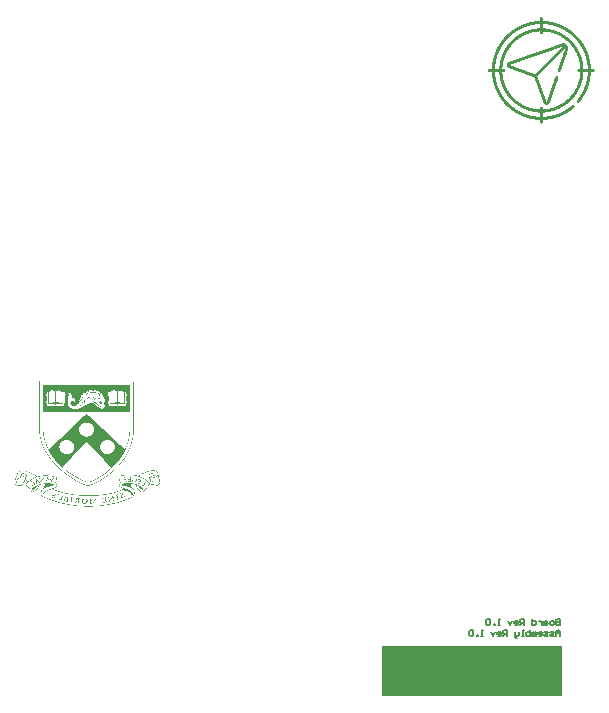
<source format=gbo>
G04*
G04 #@! TF.GenerationSoftware,Altium Limited,Altium Designer,21.6.1 (37)*
G04*
G04 Layer_Color=32896*
%FSLAX25Y25*%
%MOIN*%
G70*
G04*
G04 #@! TF.SameCoordinates,F314E1FC-B3FF-4399-9B4D-0056A2093317*
G04*
G04*
G04 #@! TF.FilePolarity,Positive*
G04*
G01*
G75*
%ADD16C,0.00500*%
%ADD147R,0.60000X0.17000*%
G36*
X228309Y244241D02*
X228338D01*
Y244212D01*
X228396D01*
Y244183D01*
X228454D01*
Y244154D01*
X228483D01*
Y244125D01*
X228512D01*
Y244096D01*
X228541D01*
Y244039D01*
X228570D01*
Y244010D01*
X228598D01*
Y243952D01*
X228627D01*
Y243836D01*
X228656D01*
Y243027D01*
X228743D01*
Y242998D01*
X229206D01*
Y242969D01*
X229581D01*
Y242940D01*
X229928D01*
Y242911D01*
X230131D01*
Y242882D01*
X230449D01*
Y242853D01*
X230593D01*
Y242825D01*
X230796D01*
Y242796D01*
X230969D01*
Y242767D01*
X231085D01*
Y242738D01*
X231287D01*
Y242709D01*
X231403D01*
Y242680D01*
X231576D01*
Y242651D01*
X231692D01*
Y242622D01*
X231836D01*
Y242593D01*
X231981D01*
Y242564D01*
X232068D01*
Y242535D01*
X232212D01*
Y242507D01*
X232299D01*
Y242478D01*
X232415D01*
Y242449D01*
X232530D01*
Y242420D01*
X232617D01*
Y242391D01*
X232733D01*
Y242362D01*
X232819D01*
Y242333D01*
X232935D01*
Y242304D01*
X233022D01*
Y242275D01*
X233108D01*
Y242246D01*
X233224D01*
Y242217D01*
X233282D01*
Y242189D01*
X233397D01*
Y242160D01*
X233455D01*
Y242131D01*
X233542D01*
Y242102D01*
X233629D01*
Y242073D01*
X233686D01*
Y242044D01*
X233802D01*
Y242015D01*
X233860D01*
Y241986D01*
X233976D01*
Y241957D01*
X234033D01*
Y241928D01*
X234091D01*
Y241899D01*
X234178D01*
Y241870D01*
X234236D01*
Y241842D01*
X234351D01*
Y241813D01*
X234380D01*
Y241784D01*
X234467D01*
Y241755D01*
X234525D01*
Y241726D01*
X234583D01*
Y241697D01*
X234669D01*
Y241668D01*
X234727D01*
Y241639D01*
X234814D01*
Y241610D01*
X234843D01*
Y241581D01*
X234930D01*
Y241552D01*
X234987D01*
Y241524D01*
X235045D01*
Y241495D01*
X235132D01*
Y241466D01*
X235161D01*
Y241437D01*
X235248D01*
Y241408D01*
X235305D01*
Y241379D01*
X235363D01*
Y241350D01*
X235421D01*
Y241321D01*
X235479D01*
Y241292D01*
X235537D01*
Y241264D01*
X235595D01*
Y241234D01*
X235652D01*
Y241206D01*
X235710D01*
Y241177D01*
X235739D01*
Y241148D01*
X235826D01*
Y241119D01*
X235855D01*
Y241090D01*
X235941D01*
Y241061D01*
X235970D01*
Y241032D01*
X236028D01*
Y241003D01*
X236086D01*
Y240974D01*
X236115D01*
Y240946D01*
X236202D01*
Y240916D01*
X236230D01*
Y240888D01*
X236288D01*
Y240859D01*
X236346D01*
Y240830D01*
X236375D01*
Y240801D01*
X236433D01*
Y240772D01*
X236491D01*
Y240743D01*
X236548D01*
Y240714D01*
X236577D01*
Y240685D01*
X236635D01*
Y240656D01*
X236693D01*
Y240627D01*
X236722D01*
Y240599D01*
X236780D01*
Y240570D01*
X236809D01*
Y240541D01*
X236866D01*
Y240512D01*
X236924D01*
Y240483D01*
X236953D01*
Y240454D01*
X237011D01*
Y240425D01*
X237040D01*
Y240396D01*
X237098D01*
Y240367D01*
X237127D01*
Y240338D01*
X237185D01*
Y240310D01*
X237242D01*
Y240281D01*
X237271D01*
Y240252D01*
X237329D01*
Y240223D01*
X237358D01*
Y240194D01*
X237416D01*
Y240165D01*
X237445D01*
Y240136D01*
X237474D01*
Y240107D01*
X237531D01*
Y240078D01*
X237560D01*
Y240049D01*
X237618D01*
Y240020D01*
X237647D01*
Y239991D01*
X237676D01*
Y239963D01*
X237734D01*
Y239934D01*
X237763D01*
Y239905D01*
X237820D01*
Y239876D01*
X237849D01*
Y239847D01*
X237878D01*
Y239818D01*
X237936D01*
Y239789D01*
X237965D01*
Y239760D01*
X238023D01*
Y239731D01*
X238052D01*
Y239702D01*
X238081D01*
Y239673D01*
X238109D01*
Y239645D01*
X238167D01*
Y239616D01*
X238196D01*
Y239587D01*
X238225D01*
Y239558D01*
X238283D01*
Y239529D01*
X238312D01*
Y239500D01*
X238341D01*
Y239471D01*
X238370D01*
Y239442D01*
X238399D01*
Y239413D01*
X238456D01*
Y239384D01*
X238485D01*
Y239355D01*
X238514D01*
Y239327D01*
X238572D01*
Y239298D01*
X238601D01*
Y239269D01*
X238630D01*
Y239240D01*
X238659D01*
Y239211D01*
X238717D01*
Y239182D01*
X238745D01*
Y239153D01*
X238774D01*
Y239124D01*
X238803D01*
Y239095D01*
X238832D01*
Y239066D01*
X238861D01*
Y239037D01*
X238890D01*
Y239009D01*
X238948D01*
Y238980D01*
X238977D01*
Y238951D01*
X239006D01*
Y238922D01*
X239035D01*
Y238893D01*
X239064D01*
Y238864D01*
X239092D01*
Y238835D01*
X239121D01*
Y238806D01*
X239179D01*
Y238777D01*
X239208D01*
Y238748D01*
X239237D01*
Y238720D01*
X239266D01*
Y238691D01*
X239295D01*
Y238662D01*
X239324D01*
Y238633D01*
X239353D01*
Y238604D01*
X239382D01*
Y238575D01*
X239410D01*
Y238546D01*
X239439D01*
Y238517D01*
X239468D01*
Y238488D01*
X239497D01*
Y238459D01*
X239526D01*
Y238430D01*
X239584D01*
Y238373D01*
X239642D01*
Y238344D01*
X239671D01*
Y238315D01*
X239700D01*
Y238286D01*
X239728D01*
Y238257D01*
X239757D01*
Y238228D01*
X239786D01*
Y238199D01*
X239815D01*
Y238170D01*
X239844D01*
Y238141D01*
X239873D01*
Y238112D01*
X239902D01*
Y238084D01*
X239931D01*
Y238026D01*
X239989D01*
Y237968D01*
X240046D01*
Y237910D01*
X240075D01*
Y237881D01*
X240104D01*
Y237852D01*
X240133D01*
Y237823D01*
X240162D01*
Y237794D01*
X240191D01*
Y237766D01*
X240220D01*
Y237737D01*
X240249D01*
Y237708D01*
X240278D01*
Y237679D01*
X240307D01*
Y237650D01*
X240335D01*
Y237621D01*
X240364D01*
Y237592D01*
X240393D01*
Y237563D01*
X240422D01*
Y237505D01*
X240451D01*
Y237476D01*
X240480D01*
Y237448D01*
X240509D01*
Y237419D01*
X240538D01*
Y237390D01*
X240567D01*
Y237361D01*
X240596D01*
Y237332D01*
X240625D01*
Y237274D01*
X240653D01*
Y237245D01*
X240682D01*
Y237216D01*
X240711D01*
Y237187D01*
X240740D01*
Y237158D01*
X240769D01*
Y237129D01*
X240798D01*
Y237101D01*
X240827D01*
Y237043D01*
X240856D01*
Y237014D01*
X240885D01*
Y236985D01*
X240914D01*
Y236956D01*
X240943D01*
Y236898D01*
X240971D01*
Y236869D01*
X241000D01*
Y236840D01*
X241029D01*
Y236783D01*
X241058D01*
Y236754D01*
X241087D01*
Y236725D01*
X241116D01*
Y236696D01*
X241145D01*
Y236667D01*
X241174D01*
Y236609D01*
X241203D01*
Y236580D01*
X241232D01*
Y236551D01*
X241261D01*
Y236493D01*
X241289D01*
Y236465D01*
X241318D01*
Y236436D01*
X241347D01*
Y236407D01*
X241376D01*
Y236349D01*
X241405D01*
Y236320D01*
X241434D01*
Y236262D01*
X241463D01*
Y236233D01*
X241492D01*
Y236204D01*
X241521D01*
Y236147D01*
X241550D01*
Y236118D01*
X241579D01*
Y236060D01*
X241607D01*
Y236031D01*
X241636D01*
Y236002D01*
X241665D01*
Y235944D01*
X241694D01*
Y235915D01*
X241723D01*
Y235858D01*
X241752D01*
Y235829D01*
X241781D01*
Y235800D01*
X241810D01*
Y235742D01*
X241839D01*
Y235713D01*
X241868D01*
Y235655D01*
X241897D01*
Y235626D01*
X241926D01*
Y235568D01*
X241954D01*
Y235511D01*
X241983D01*
Y235482D01*
X242012D01*
Y235424D01*
X242041D01*
Y235395D01*
X242070D01*
Y235337D01*
X242099D01*
Y235308D01*
X242128D01*
Y235250D01*
X242157D01*
Y235193D01*
X242186D01*
Y235164D01*
X242215D01*
Y235106D01*
X242244D01*
Y235077D01*
X242272D01*
Y235019D01*
X242301D01*
Y234961D01*
X242330D01*
Y234932D01*
X242359D01*
Y234875D01*
X242388D01*
Y234817D01*
X242417D01*
Y234759D01*
X242446D01*
Y234730D01*
X242475D01*
Y234672D01*
X242504D01*
Y234614D01*
X242533D01*
Y234585D01*
X242562D01*
Y234499D01*
X242590D01*
Y234470D01*
X242619D01*
Y234412D01*
X242648D01*
Y234354D01*
X242677D01*
Y234325D01*
X242706D01*
Y234239D01*
X242735D01*
Y234210D01*
X242764D01*
Y234123D01*
X242793D01*
Y234094D01*
X242822D01*
Y234036D01*
X242851D01*
Y233978D01*
X242880D01*
Y233921D01*
X242908D01*
Y233863D01*
X242937D01*
Y233805D01*
X242966D01*
Y233747D01*
X242995D01*
Y233689D01*
X243024D01*
Y233631D01*
X243053D01*
Y233545D01*
X243082D01*
Y233516D01*
X243111D01*
Y233429D01*
X243140D01*
Y233371D01*
X243169D01*
Y233313D01*
X243197D01*
Y233227D01*
X243226D01*
Y233198D01*
X243255D01*
Y233111D01*
X243284D01*
Y233053D01*
X243313D01*
Y232967D01*
X243342D01*
Y232909D01*
X243371D01*
Y232851D01*
X243400D01*
Y232764D01*
X243429D01*
Y232706D01*
X243458D01*
Y232620D01*
X243487D01*
Y232562D01*
X243515D01*
Y232475D01*
X243544D01*
Y232417D01*
X243573D01*
Y232360D01*
X243602D01*
Y232244D01*
X243631D01*
Y232186D01*
X243660D01*
Y232070D01*
X243689D01*
Y232013D01*
X243718D01*
Y231926D01*
X243747D01*
Y231839D01*
X243776D01*
Y231781D01*
X243805D01*
Y231666D01*
X243833D01*
Y231608D01*
X243862D01*
Y231492D01*
X243891D01*
Y231377D01*
X243920D01*
Y231319D01*
X243949D01*
Y231174D01*
X243978D01*
Y231117D01*
X244007D01*
Y231001D01*
X244036D01*
Y230914D01*
X244065D01*
Y230799D01*
X244094D01*
Y230654D01*
X244123D01*
Y230596D01*
X244151D01*
Y230423D01*
X244180D01*
Y230336D01*
X244209D01*
Y230220D01*
X244238D01*
Y230076D01*
X244267D01*
Y229960D01*
X244296D01*
Y229758D01*
X244325D01*
Y229671D01*
X244354D01*
Y229469D01*
X244383D01*
Y229353D01*
X244412D01*
Y229180D01*
X244441D01*
Y228948D01*
X244469D01*
Y228804D01*
X244498D01*
Y228515D01*
X244527D01*
Y228312D01*
X244556D01*
Y227965D01*
X244585D01*
Y227561D01*
X244614D01*
Y227127D01*
X244643D01*
Y227040D01*
X245452D01*
Y227011D01*
X245568D01*
Y226982D01*
X245626D01*
Y226954D01*
X245655D01*
Y226925D01*
X245713D01*
Y226896D01*
X245742D01*
Y226867D01*
X245770D01*
Y226838D01*
X245799D01*
Y226780D01*
X245828D01*
Y226722D01*
X245857D01*
Y226693D01*
X245886D01*
Y226346D01*
X245857D01*
Y226318D01*
X245828D01*
Y226260D01*
X245799D01*
Y226231D01*
X245770D01*
Y226173D01*
X245742D01*
Y226144D01*
X245713D01*
Y226115D01*
X245655D01*
Y226086D01*
X245626D01*
Y226057D01*
X245568D01*
Y226028D01*
X245452D01*
Y226000D01*
X244643D01*
Y225913D01*
X244614D01*
Y225479D01*
X244585D01*
Y225103D01*
X244556D01*
Y224728D01*
X244527D01*
Y224554D01*
X244498D01*
Y224265D01*
X244469D01*
Y224120D01*
X244441D01*
Y223889D01*
X244412D01*
Y223745D01*
X244383D01*
Y223600D01*
X244354D01*
Y223398D01*
X244325D01*
Y223282D01*
X244296D01*
Y223109D01*
X244267D01*
Y222993D01*
X244238D01*
Y222877D01*
X244209D01*
Y222733D01*
X244180D01*
Y222646D01*
X244151D01*
Y222473D01*
X244123D01*
Y222415D01*
X244094D01*
Y222270D01*
X244065D01*
Y222184D01*
X244036D01*
Y222068D01*
X244007D01*
Y221952D01*
X243978D01*
Y221866D01*
X243949D01*
Y221750D01*
X243920D01*
Y221692D01*
X243891D01*
Y221576D01*
X243862D01*
Y221490D01*
X243833D01*
Y221403D01*
X243805D01*
Y221287D01*
X243776D01*
Y221230D01*
X243747D01*
Y221143D01*
X243718D01*
Y221056D01*
X243689D01*
Y220998D01*
X243660D01*
Y220883D01*
X243631D01*
Y220825D01*
X243602D01*
Y220709D01*
X243573D01*
Y220652D01*
X243544D01*
Y220594D01*
X243515D01*
Y220507D01*
X243487D01*
Y220449D01*
X243458D01*
Y220362D01*
X243429D01*
Y220305D01*
X243400D01*
Y220218D01*
X243371D01*
Y220160D01*
X243342D01*
Y220102D01*
X243313D01*
Y220016D01*
X243284D01*
Y219958D01*
X243255D01*
Y219871D01*
X243226D01*
Y219813D01*
X243197D01*
Y219755D01*
X243169D01*
Y219697D01*
X243140D01*
Y219640D01*
X243111D01*
Y219553D01*
X243082D01*
Y219524D01*
X243053D01*
Y219437D01*
X243024D01*
Y219379D01*
X242995D01*
Y219322D01*
X242966D01*
Y219264D01*
X242937D01*
Y219206D01*
X242908D01*
Y219148D01*
X242880D01*
Y219090D01*
X242851D01*
Y219033D01*
X242822D01*
Y218975D01*
X242793D01*
Y218917D01*
X242764D01*
Y218859D01*
X242735D01*
Y218801D01*
X242706D01*
Y218743D01*
X242677D01*
Y218686D01*
X242648D01*
Y218657D01*
X242619D01*
Y218599D01*
X242590D01*
Y218541D01*
X242562D01*
Y218483D01*
X242533D01*
Y218454D01*
X242504D01*
Y218397D01*
X242475D01*
Y218339D01*
X242446D01*
Y218281D01*
X242417D01*
Y218223D01*
X242388D01*
Y218194D01*
X242359D01*
Y218136D01*
X242330D01*
Y218079D01*
X242301D01*
Y218050D01*
X242272D01*
Y217992D01*
X242244D01*
Y217963D01*
X242215D01*
Y217876D01*
X242186D01*
Y217847D01*
X242157D01*
Y217790D01*
X242128D01*
Y217761D01*
X242099D01*
Y217703D01*
X242070D01*
Y217645D01*
X242041D01*
Y217616D01*
X242012D01*
Y217558D01*
X241983D01*
Y217529D01*
X241954D01*
Y217472D01*
X241926D01*
Y217443D01*
X241897D01*
Y217414D01*
X241868D01*
Y217356D01*
X241839D01*
Y217298D01*
X241810D01*
Y217269D01*
X241781D01*
Y217211D01*
X241752D01*
Y217182D01*
X241723D01*
Y217125D01*
X241694D01*
Y217096D01*
X241665D01*
Y217038D01*
X241636D01*
Y217009D01*
X241607D01*
Y216980D01*
X241579D01*
Y216922D01*
X241550D01*
Y216893D01*
X241521D01*
Y216835D01*
X241492D01*
Y216807D01*
X241463D01*
Y216778D01*
X241434D01*
Y216720D01*
X241405D01*
Y216691D01*
X241376D01*
Y216662D01*
X241347D01*
Y216633D01*
X241318D01*
Y216575D01*
X241289D01*
Y216546D01*
X241261D01*
Y216489D01*
X241232D01*
Y216460D01*
X241203D01*
Y216431D01*
X241174D01*
Y216373D01*
X241145D01*
Y216344D01*
X241116D01*
Y216315D01*
X241087D01*
Y216286D01*
X241058D01*
Y216257D01*
X241029D01*
Y216199D01*
X241000D01*
Y216171D01*
X240971D01*
Y216142D01*
X240943D01*
Y216113D01*
X240914D01*
Y216055D01*
X240885D01*
Y216026D01*
X240856D01*
Y215997D01*
X240827D01*
Y215939D01*
X240798D01*
Y215910D01*
X240740D01*
Y215881D01*
X240711D01*
Y215853D01*
X240682D01*
Y215824D01*
X240625D01*
Y215795D01*
X240567D01*
Y215766D01*
X240249D01*
Y215795D01*
X240191D01*
Y215824D01*
X240133D01*
Y215853D01*
X240075D01*
Y215881D01*
X240046D01*
Y215910D01*
X240018D01*
Y215939D01*
X239989D01*
Y215997D01*
X239960D01*
Y216026D01*
X239931D01*
Y216113D01*
X239902D01*
Y216228D01*
X239873D01*
Y216344D01*
X239902D01*
Y216431D01*
X239931D01*
Y216517D01*
X239960D01*
Y216546D01*
X239989D01*
Y216604D01*
X240018D01*
Y216633D01*
X240046D01*
Y216691D01*
X240075D01*
Y216720D01*
X240104D01*
Y216749D01*
X240133D01*
Y216807D01*
X240162D01*
Y216835D01*
X240191D01*
Y216864D01*
X240220D01*
Y216893D01*
X240249D01*
Y216922D01*
X240278D01*
Y216980D01*
X240307D01*
Y217009D01*
X240335D01*
Y217038D01*
X240364D01*
Y217067D01*
X240393D01*
Y217125D01*
X240422D01*
Y217154D01*
X240451D01*
Y217182D01*
X240480D01*
Y217240D01*
X240509D01*
Y217269D01*
X240538D01*
Y217327D01*
X240567D01*
Y217356D01*
X240596D01*
Y217385D01*
X240625D01*
Y217443D01*
X240653D01*
Y217472D01*
X240682D01*
Y217500D01*
X240711D01*
Y217558D01*
X240740D01*
Y217587D01*
X240769D01*
Y217645D01*
X240798D01*
Y217674D01*
X240827D01*
Y217732D01*
X240856D01*
Y217761D01*
X240885D01*
Y217790D01*
X240914D01*
Y217847D01*
X240943D01*
Y217876D01*
X240971D01*
Y217934D01*
X241000D01*
Y217963D01*
X241029D01*
Y218021D01*
X241058D01*
Y218050D01*
X241087D01*
Y218108D01*
X241116D01*
Y218136D01*
X241145D01*
Y218194D01*
X241174D01*
Y218252D01*
X241203D01*
Y218281D01*
X241232D01*
Y218339D01*
X241261D01*
Y218368D01*
X241289D01*
Y218425D01*
X241318D01*
Y218483D01*
X241347D01*
Y218512D01*
X241376D01*
Y218570D01*
X241405D01*
Y218599D01*
X241434D01*
Y218657D01*
X241463D01*
Y218715D01*
X241492D01*
Y218743D01*
X241521D01*
Y218830D01*
X241550D01*
Y218859D01*
X241579D01*
Y218917D01*
X241607D01*
Y218975D01*
X241636D01*
Y219004D01*
X241665D01*
Y219090D01*
X241694D01*
Y219119D01*
X241723D01*
Y219177D01*
X241752D01*
Y219235D01*
X241781D01*
Y219293D01*
X241810D01*
Y219351D01*
X241839D01*
Y219379D01*
X241868D01*
Y219466D01*
X241897D01*
Y219495D01*
X241926D01*
Y219582D01*
X241954D01*
Y219611D01*
X241983D01*
Y219669D01*
X242012D01*
Y219755D01*
X242041D01*
Y219784D01*
X242070D01*
Y219871D01*
X242099D01*
Y219900D01*
X242128D01*
Y219987D01*
X242157D01*
Y220044D01*
X242186D01*
Y220102D01*
X242215D01*
Y220189D01*
X242244D01*
Y220218D01*
X242272D01*
Y220305D01*
X242301D01*
Y220362D01*
X242330D01*
Y220420D01*
X242359D01*
Y220507D01*
X242388D01*
Y220565D01*
X242417D01*
Y220652D01*
X242446D01*
Y220709D01*
X242475D01*
Y220796D01*
X242504D01*
Y220854D01*
X242533D01*
Y220912D01*
X242562D01*
Y220998D01*
X242590D01*
Y221056D01*
X242619D01*
Y221172D01*
X242648D01*
Y221230D01*
X242677D01*
Y221316D01*
X242706D01*
Y221403D01*
X242735D01*
Y221461D01*
X242764D01*
Y221576D01*
X242793D01*
Y221634D01*
X242822D01*
Y221750D01*
X242851D01*
Y221837D01*
X242880D01*
Y221895D01*
X242908D01*
Y222039D01*
X242937D01*
Y222097D01*
X242966D01*
Y222213D01*
X242995D01*
Y222299D01*
X243024D01*
Y222415D01*
X243053D01*
Y222531D01*
X243082D01*
Y222617D01*
X243111D01*
Y222762D01*
X243140D01*
Y222849D01*
X243169D01*
Y222993D01*
X243197D01*
Y223109D01*
X243226D01*
Y223224D01*
X243255D01*
Y223398D01*
X243284D01*
Y223484D01*
X243313D01*
Y223687D01*
X243342D01*
Y223831D01*
X243371D01*
Y223976D01*
X243400D01*
Y224178D01*
X243429D01*
Y224323D01*
X243458D01*
Y224612D01*
X243487D01*
Y224785D01*
X243515D01*
Y225132D01*
X243544D01*
Y225508D01*
X243573D01*
Y225884D01*
X243602D01*
Y225942D01*
X243573D01*
Y226000D01*
X242215D01*
Y225971D01*
X242186D01*
Y225913D01*
X242157D01*
Y225421D01*
X242128D01*
Y225075D01*
X242099D01*
Y224901D01*
X242070D01*
Y224554D01*
X242041D01*
Y224439D01*
X242012D01*
Y224207D01*
X241983D01*
Y224034D01*
X241954D01*
Y223918D01*
X241926D01*
Y223745D01*
X241897D01*
Y223629D01*
X241868D01*
Y223456D01*
X241839D01*
Y223340D01*
X241810D01*
Y223224D01*
X241781D01*
Y223109D01*
X241752D01*
Y223022D01*
X241723D01*
Y222877D01*
X241694D01*
Y222791D01*
X241665D01*
Y222646D01*
X241636D01*
Y222588D01*
X241607D01*
Y222502D01*
X241579D01*
Y222386D01*
X241550D01*
Y222328D01*
X241521D01*
Y222184D01*
X241492D01*
Y222126D01*
X241463D01*
Y222010D01*
X241434D01*
Y221923D01*
X241405D01*
Y221866D01*
X241376D01*
Y221779D01*
X241347D01*
Y221721D01*
X241318D01*
Y221605D01*
X241289D01*
Y221548D01*
X241261D01*
Y221461D01*
X241232D01*
Y221374D01*
X241203D01*
Y221345D01*
X241174D01*
Y221230D01*
X241145D01*
Y221201D01*
X241116D01*
Y221114D01*
X241087D01*
Y221027D01*
X241058D01*
Y220998D01*
X241029D01*
Y220883D01*
X241000D01*
Y220854D01*
X240971D01*
Y220767D01*
X240943D01*
Y220709D01*
X240914D01*
Y220652D01*
X240885D01*
Y220594D01*
X240856D01*
Y220536D01*
X240827D01*
Y220449D01*
X240798D01*
Y220420D01*
X240769D01*
Y220334D01*
X240740D01*
Y220276D01*
X240711D01*
Y220247D01*
X240682D01*
Y220160D01*
X240653D01*
Y220131D01*
X240625D01*
Y220044D01*
X240596D01*
Y220016D01*
X240567D01*
Y219958D01*
X240538D01*
Y219900D01*
X240509D01*
Y219842D01*
X240480D01*
Y219784D01*
X240451D01*
Y219755D01*
X240422D01*
Y219669D01*
X240393D01*
Y219640D01*
X240364D01*
Y219582D01*
X240335D01*
Y219524D01*
X240307D01*
Y219495D01*
X240278D01*
Y219437D01*
X240249D01*
Y219379D01*
X240220D01*
Y219351D01*
X240191D01*
Y219293D01*
X240162D01*
Y219235D01*
X240133D01*
Y219177D01*
X240104D01*
Y219148D01*
X240075D01*
Y219090D01*
X240046D01*
Y219033D01*
X240018D01*
Y219004D01*
X239989D01*
Y218946D01*
X239960D01*
Y218917D01*
X239931D01*
Y218859D01*
X239902D01*
Y218830D01*
X239873D01*
Y218801D01*
X239844D01*
Y218743D01*
X239815D01*
Y218715D01*
X239786D01*
Y218657D01*
X239757D01*
Y218599D01*
X239728D01*
Y218570D01*
X239700D01*
Y218512D01*
X239671D01*
Y218483D01*
X239642D01*
Y218425D01*
X239613D01*
Y218397D01*
X239584D01*
Y218368D01*
X239555D01*
Y218339D01*
X239526D01*
Y218281D01*
X239497D01*
Y218252D01*
X239468D01*
Y218223D01*
X239439D01*
Y218165D01*
X239410D01*
Y218136D01*
X239382D01*
Y218079D01*
X239353D01*
Y218050D01*
X239324D01*
Y218021D01*
X239295D01*
Y217963D01*
X239266D01*
Y217934D01*
X239237D01*
Y217905D01*
X239208D01*
Y217847D01*
X239179D01*
Y217818D01*
X239150D01*
Y217790D01*
X239121D01*
Y217761D01*
X239092D01*
Y217703D01*
X239064D01*
Y217674D01*
X239035D01*
Y217645D01*
X239006D01*
Y217616D01*
X238977D01*
Y217587D01*
X238948D01*
Y217529D01*
X238919D01*
Y217500D01*
X238890D01*
Y217472D01*
X238861D01*
Y217443D01*
X238832D01*
Y217414D01*
X238803D01*
Y217356D01*
X238745D01*
Y217298D01*
X238717D01*
Y217269D01*
X238688D01*
Y217240D01*
X238659D01*
Y217211D01*
X238630D01*
Y217182D01*
X238601D01*
Y217125D01*
X238572D01*
Y217096D01*
X238543D01*
Y217067D01*
X238514D01*
Y217038D01*
X238485D01*
Y217009D01*
X238456D01*
Y216980D01*
X238427D01*
Y216951D01*
X238399D01*
Y216922D01*
X238370D01*
Y216893D01*
X238341D01*
Y216864D01*
X238312D01*
Y216835D01*
X238283D01*
Y216807D01*
X238254D01*
Y216749D01*
X238196D01*
Y216691D01*
X238138D01*
Y216662D01*
X238109D01*
Y216604D01*
X238052D01*
Y216546D01*
X237994D01*
Y216489D01*
X237965D01*
Y216460D01*
X237907D01*
Y216402D01*
X237849D01*
Y216373D01*
X237820D01*
Y216344D01*
X237791D01*
Y216315D01*
X237763D01*
Y216286D01*
X237734D01*
Y216257D01*
X237705D01*
Y216228D01*
X237676D01*
Y216199D01*
X237647D01*
Y216171D01*
X237618D01*
Y216142D01*
X237589D01*
Y216113D01*
X237560D01*
Y216084D01*
X237531D01*
Y216055D01*
X237474D01*
Y216026D01*
X237445D01*
Y215997D01*
X237416D01*
Y215968D01*
X237387D01*
Y215939D01*
X237358D01*
Y215910D01*
X237300D01*
Y215853D01*
X237242D01*
Y215824D01*
X237213D01*
Y215795D01*
X237185D01*
Y215766D01*
X237156D01*
Y215737D01*
X237127D01*
Y215708D01*
X237098D01*
Y215679D01*
X237040D01*
Y215650D01*
X237011D01*
Y215621D01*
X236982D01*
Y215592D01*
X236953D01*
Y215564D01*
X236895D01*
Y215535D01*
X236866D01*
Y215506D01*
X236838D01*
Y215477D01*
X236780D01*
Y215448D01*
X236751D01*
Y215419D01*
X236722D01*
Y215390D01*
X236693D01*
Y215361D01*
X236635D01*
Y215332D01*
X236606D01*
Y215303D01*
X236577D01*
Y215274D01*
X236520D01*
Y215246D01*
X236491D01*
Y215217D01*
X236433D01*
Y215188D01*
X236404D01*
Y215159D01*
X236375D01*
Y215130D01*
X236317D01*
Y215101D01*
X236288D01*
Y215072D01*
X236259D01*
Y215043D01*
X236230D01*
Y215014D01*
X236173D01*
Y214985D01*
X236144D01*
Y214956D01*
X236086D01*
Y214928D01*
X236057D01*
Y214899D01*
X235999D01*
Y214870D01*
X235941D01*
Y214841D01*
X235912D01*
Y214812D01*
X235855D01*
Y214783D01*
X235826D01*
Y214754D01*
X235797D01*
Y214725D01*
X235739D01*
Y214696D01*
X235710D01*
Y214667D01*
X235652D01*
Y214638D01*
X235623D01*
Y214610D01*
X235566D01*
Y214581D01*
X235508D01*
Y214552D01*
X235479D01*
Y214523D01*
X235421D01*
Y214494D01*
X235363D01*
Y214465D01*
X235305D01*
Y214436D01*
X235277D01*
Y214407D01*
X235219D01*
Y214378D01*
X235161D01*
Y214349D01*
X235132D01*
Y214320D01*
X235074D01*
Y214292D01*
X235016D01*
Y214263D01*
X234987D01*
Y214234D01*
X234930D01*
Y214205D01*
X234872D01*
Y214176D01*
X234814D01*
Y214147D01*
X234756D01*
Y214118D01*
X234698D01*
Y214089D01*
X234641D01*
Y214060D01*
X234612D01*
Y214031D01*
X234525D01*
Y214002D01*
X234496D01*
Y213973D01*
X234409D01*
Y213945D01*
X234380D01*
Y213916D01*
X234323D01*
Y213887D01*
X234236D01*
Y213858D01*
X234207D01*
Y213829D01*
X234120D01*
Y213800D01*
X234062D01*
Y213771D01*
X234004D01*
Y213742D01*
X233947D01*
Y213713D01*
X233889D01*
Y213685D01*
X233802D01*
Y213655D01*
X233773D01*
Y213627D01*
X233658D01*
Y213598D01*
X233629D01*
Y213569D01*
X233542D01*
Y213540D01*
X233455D01*
Y213511D01*
X233426D01*
Y213482D01*
X233311D01*
Y213453D01*
X233282D01*
Y213424D01*
X233195D01*
Y213395D01*
X233108D01*
Y213367D01*
X233050D01*
Y213338D01*
X232935D01*
Y213309D01*
X232877D01*
Y213280D01*
X232790D01*
Y213251D01*
X232733D01*
Y213222D01*
X232646D01*
Y213193D01*
X232530D01*
Y213164D01*
X232472D01*
Y213135D01*
X232357D01*
Y213106D01*
X232299D01*
Y213077D01*
X232154D01*
Y213049D01*
X232068D01*
Y213020D01*
X232010D01*
Y212991D01*
X231865D01*
Y212962D01*
X231807D01*
Y212933D01*
X231634D01*
Y212904D01*
X231547D01*
Y212875D01*
X231432D01*
Y212846D01*
X231316D01*
Y212817D01*
X231200D01*
Y212788D01*
X231027D01*
Y212759D01*
X230940D01*
Y212731D01*
X230738D01*
Y212702D01*
X230622D01*
Y212673D01*
X230449D01*
Y212644D01*
X230217D01*
Y212615D01*
X230102D01*
Y212586D01*
X229755D01*
Y212557D01*
X229581D01*
Y212528D01*
X229235D01*
Y212499D01*
X228743D01*
Y212470D01*
X228685D01*
Y212441D01*
X228656D01*
Y211083D01*
X228714D01*
Y211054D01*
X228772D01*
Y211083D01*
X229148D01*
Y211112D01*
X229524D01*
Y211140D01*
X229871D01*
Y211169D01*
X230044D01*
Y211198D01*
X230333D01*
Y211227D01*
X230506D01*
Y211256D01*
X230709D01*
Y211285D01*
X230853D01*
Y211314D01*
X230969D01*
Y211343D01*
X231171D01*
Y211372D01*
X231287D01*
Y211401D01*
X231460D01*
Y211430D01*
X231547D01*
Y211458D01*
X231663D01*
Y211487D01*
X231807D01*
Y211516D01*
X231894D01*
Y211545D01*
X232068D01*
Y211574D01*
X232125D01*
Y211603D01*
X232241D01*
Y211632D01*
X232357D01*
Y211661D01*
X232443D01*
Y211690D01*
X232559D01*
Y211719D01*
X232646D01*
Y211748D01*
X232761D01*
Y211776D01*
X232819D01*
Y211805D01*
X232935D01*
Y211834D01*
X233022D01*
Y211863D01*
X233079D01*
Y211892D01*
X233195D01*
Y211921D01*
X233253D01*
Y211950D01*
X233368D01*
Y211979D01*
X233426D01*
Y212008D01*
X233484D01*
Y212037D01*
X233600D01*
Y212066D01*
X233629D01*
Y212094D01*
X233744D01*
Y212123D01*
X233802D01*
Y212152D01*
X233889D01*
Y212181D01*
X233976D01*
Y212210D01*
X234004D01*
Y212239D01*
X234120D01*
Y212268D01*
X234149D01*
Y212297D01*
X234236D01*
Y212326D01*
X234294D01*
Y212355D01*
X234351D01*
Y212384D01*
X234438D01*
Y212413D01*
X234496D01*
Y212441D01*
X234583D01*
Y212470D01*
X234612D01*
Y212499D01*
X234669D01*
Y212528D01*
X234756D01*
Y212557D01*
X234785D01*
Y212586D01*
X234872D01*
Y212615D01*
X234901D01*
Y212644D01*
X234987D01*
Y212673D01*
X235045D01*
Y212702D01*
X235103D01*
Y212731D01*
X235161D01*
Y212759D01*
X235190D01*
Y212788D01*
X235277D01*
Y212817D01*
X235305D01*
Y212846D01*
X235363D01*
Y212875D01*
X235421D01*
Y212904D01*
X235479D01*
Y212933D01*
X235566D01*
Y212962D01*
X235595D01*
Y212991D01*
X235652D01*
Y213020D01*
X235710D01*
Y213049D01*
X235739D01*
Y213077D01*
X235797D01*
Y213106D01*
X235826D01*
Y213135D01*
X235912D01*
Y213164D01*
X235941D01*
Y213193D01*
X235999D01*
Y213222D01*
X236057D01*
Y213251D01*
X236086D01*
Y213280D01*
X236144D01*
Y213309D01*
X236173D01*
Y213338D01*
X236230D01*
Y213367D01*
X236288D01*
Y213395D01*
X236317D01*
Y213424D01*
X236375D01*
Y213453D01*
X236404D01*
Y213482D01*
X236462D01*
Y213511D01*
X236520D01*
Y213540D01*
X236548D01*
Y213569D01*
X236606D01*
Y213598D01*
X236635D01*
Y213627D01*
X236693D01*
Y213655D01*
X236722D01*
Y213685D01*
X236780D01*
Y213713D01*
X236809D01*
Y213742D01*
X236866D01*
Y213771D01*
X236895D01*
Y213800D01*
X236924D01*
Y213829D01*
X236982D01*
Y213858D01*
X237011D01*
Y213887D01*
X237069D01*
Y213916D01*
X237098D01*
Y213945D01*
X237156D01*
Y213973D01*
X237185D01*
Y214002D01*
X237213D01*
Y214031D01*
X237271D01*
Y214060D01*
X237300D01*
Y214089D01*
X237358D01*
Y214118D01*
X237387D01*
Y214147D01*
X237416D01*
Y214176D01*
X237474D01*
Y214205D01*
X237502D01*
Y214234D01*
X237531D01*
Y214263D01*
X237560D01*
Y214292D01*
X237618D01*
Y214320D01*
X237647D01*
Y214349D01*
X237676D01*
Y214378D01*
X237734D01*
Y214407D01*
X237763D01*
Y214436D01*
X237791D01*
Y214465D01*
X237849D01*
Y214494D01*
X237878D01*
Y214523D01*
X237907D01*
Y214552D01*
X237936D01*
Y214581D01*
X237965D01*
Y214610D01*
X237994D01*
Y214638D01*
X238052D01*
Y214667D01*
X238081D01*
Y214696D01*
X238109D01*
Y214725D01*
X238138D01*
Y214754D01*
X238167D01*
Y214783D01*
X238225D01*
Y214812D01*
X238254D01*
Y214841D01*
X238283D01*
Y214870D01*
X238312D01*
Y214899D01*
X238341D01*
Y214928D01*
X238399D01*
Y214956D01*
X238427D01*
Y214985D01*
X238485D01*
Y215014D01*
X238572D01*
Y215043D01*
X238832D01*
Y215014D01*
X238948D01*
Y214985D01*
X238977D01*
Y214956D01*
X239006D01*
Y214928D01*
X239064D01*
Y214899D01*
X239092D01*
Y214841D01*
X239121D01*
Y214812D01*
X239150D01*
Y214754D01*
X239179D01*
Y214696D01*
X239208D01*
Y214610D01*
X239237D01*
Y214465D01*
X239208D01*
Y214378D01*
X239179D01*
Y214292D01*
X239150D01*
Y214234D01*
X239121D01*
Y214205D01*
X239092D01*
Y214176D01*
X239064D01*
Y214147D01*
X239035D01*
Y214118D01*
X239006D01*
Y214089D01*
X238977D01*
Y214060D01*
X238948D01*
Y214031D01*
X238890D01*
Y214002D01*
X238861D01*
Y213973D01*
X238832D01*
Y213945D01*
X238803D01*
Y213916D01*
X238774D01*
Y213887D01*
X238717D01*
Y213858D01*
X238688D01*
Y213829D01*
X238659D01*
Y213800D01*
X238630D01*
Y213771D01*
X238601D01*
Y213742D01*
X238543D01*
Y213713D01*
X238514D01*
Y213685D01*
X238485D01*
Y213655D01*
X238456D01*
Y213627D01*
X238399D01*
Y213598D01*
X238370D01*
Y213569D01*
X238341D01*
Y213540D01*
X238312D01*
Y213511D01*
X238254D01*
Y213482D01*
X238225D01*
Y213453D01*
X238196D01*
Y213424D01*
X238138D01*
Y213395D01*
X238109D01*
Y213367D01*
X238081D01*
Y213338D01*
X238052D01*
Y213309D01*
X237994D01*
Y213280D01*
X237965D01*
Y213251D01*
X237936D01*
Y213222D01*
X237878D01*
Y213193D01*
X237849D01*
Y213164D01*
X237820D01*
Y213135D01*
X237763D01*
Y213106D01*
X237734D01*
Y213077D01*
X237676D01*
Y213049D01*
X237647D01*
Y213020D01*
X237589D01*
Y212991D01*
X237560D01*
Y212962D01*
X237531D01*
Y212933D01*
X237474D01*
Y212904D01*
X237445D01*
Y212875D01*
X237387D01*
Y212846D01*
X237358D01*
Y212817D01*
X237329D01*
Y212788D01*
X237271D01*
Y212759D01*
X237213D01*
Y212731D01*
X237156D01*
Y212702D01*
X237127D01*
Y212673D01*
X237098D01*
Y212644D01*
X237040D01*
Y212615D01*
X237011D01*
Y212586D01*
X236953D01*
Y212557D01*
X236895D01*
Y212528D01*
X236866D01*
Y212499D01*
X236809D01*
Y212470D01*
X236780D01*
Y212441D01*
X236722D01*
Y212413D01*
X236664D01*
Y212384D01*
X236606D01*
Y212355D01*
X236577D01*
Y212326D01*
X236520D01*
Y212297D01*
X236462D01*
Y212268D01*
X236433D01*
Y212239D01*
X236375D01*
Y212210D01*
X236317D01*
Y212181D01*
X236288D01*
Y212152D01*
X236230D01*
Y212123D01*
X236173D01*
Y212094D01*
X236115D01*
Y212066D01*
X236086D01*
Y212037D01*
X235999D01*
Y212008D01*
X235970D01*
Y211979D01*
X235912D01*
Y211950D01*
X235855D01*
Y211921D01*
X235797D01*
Y211892D01*
X235739D01*
Y211863D01*
X235681D01*
Y211834D01*
X235623D01*
Y211805D01*
X235566D01*
Y211776D01*
X235537D01*
Y211748D01*
X235450D01*
Y211719D01*
X235421D01*
Y211690D01*
X235334D01*
Y211661D01*
X235277D01*
Y211632D01*
X235219D01*
Y211603D01*
X235161D01*
Y211574D01*
X235103D01*
Y211545D01*
X235016D01*
Y211516D01*
X234987D01*
Y211487D01*
X234901D01*
Y211458D01*
X234843D01*
Y211430D01*
X234785D01*
Y211401D01*
X234698D01*
Y211372D01*
X234641D01*
Y211343D01*
X234554D01*
Y211314D01*
X234496D01*
Y211285D01*
X234438D01*
Y211256D01*
X234351D01*
Y211227D01*
X234323D01*
Y211198D01*
X234207D01*
Y211169D01*
X234149D01*
Y211140D01*
X234062D01*
Y211112D01*
X234004D01*
Y211083D01*
X233947D01*
Y211054D01*
X233831D01*
Y211025D01*
X233773D01*
Y210996D01*
X233686D01*
Y210967D01*
X233600D01*
Y210938D01*
X233542D01*
Y210909D01*
X233426D01*
Y210880D01*
X233368D01*
Y210851D01*
X233253D01*
Y210823D01*
X233195D01*
Y210794D01*
X233079D01*
Y210765D01*
X232993D01*
Y210736D01*
X232935D01*
Y210707D01*
X232790D01*
Y210678D01*
X232733D01*
Y210649D01*
X232588D01*
Y210620D01*
X232501D01*
Y210591D01*
X232386D01*
Y210562D01*
X232270D01*
Y210533D01*
X232183D01*
Y210505D01*
X232039D01*
Y210476D01*
X231952D01*
Y210447D01*
X231807D01*
Y210418D01*
X231663D01*
Y210389D01*
X231576D01*
Y210360D01*
X231403D01*
Y210331D01*
X231287D01*
Y210302D01*
X231056D01*
Y210273D01*
X230940D01*
Y210244D01*
X230796D01*
Y210215D01*
X230564D01*
Y210187D01*
X230420D01*
Y210158D01*
X230131D01*
Y210129D01*
X229899D01*
Y210100D01*
X229581D01*
Y210071D01*
X229206D01*
Y210042D01*
X228743D01*
Y210013D01*
X228656D01*
Y209204D01*
X228627D01*
Y209088D01*
X228598D01*
Y209030D01*
X228570D01*
Y209001D01*
X228541D01*
Y208943D01*
X228512D01*
Y208914D01*
X228483D01*
Y208886D01*
X228454D01*
Y208857D01*
X228396D01*
Y208828D01*
X228338D01*
Y208799D01*
X228309D01*
Y208770D01*
X227963D01*
Y208799D01*
X227934D01*
Y208828D01*
X227876D01*
Y208857D01*
X227818D01*
Y208886D01*
X227789D01*
Y208914D01*
X227760D01*
Y208943D01*
X227731D01*
Y209001D01*
X227702D01*
Y209030D01*
X227674D01*
Y209088D01*
X227645D01*
Y209204D01*
X227616D01*
Y210013D01*
X227529D01*
Y210042D01*
X227095D01*
Y210071D01*
X226691D01*
Y210100D01*
X226373D01*
Y210129D01*
X226170D01*
Y210158D01*
X225852D01*
Y210187D01*
X225737D01*
Y210215D01*
X225476D01*
Y210244D01*
X225303D01*
Y210273D01*
X225158D01*
Y210302D01*
X225014D01*
Y210331D01*
X224898D01*
Y210360D01*
X224696D01*
Y210389D01*
X224609D01*
Y210418D01*
X224465D01*
Y210447D01*
X224320D01*
Y210476D01*
X224233D01*
Y210505D01*
X224060D01*
Y210533D01*
X224002D01*
Y210562D01*
X223857D01*
Y210591D01*
X223742D01*
Y210620D01*
X223655D01*
Y210649D01*
X223539D01*
Y210678D01*
X223482D01*
Y210707D01*
X223337D01*
Y210736D01*
X223279D01*
Y210765D01*
X223164D01*
Y210794D01*
X223077D01*
Y210823D01*
X223019D01*
Y210851D01*
X222875D01*
Y210880D01*
X222817D01*
Y210909D01*
X222730D01*
Y210938D01*
X222643D01*
Y210967D01*
X222586D01*
Y210996D01*
X222470D01*
Y211025D01*
X222441D01*
Y211054D01*
X222325D01*
Y211083D01*
X222268D01*
Y211112D01*
X222181D01*
Y211140D01*
X222094D01*
Y211169D01*
X222036D01*
Y211198D01*
X221950D01*
Y211227D01*
X221892D01*
Y211256D01*
X221805D01*
Y211285D01*
X221747D01*
Y211314D01*
X221689D01*
Y211343D01*
X221603D01*
Y211372D01*
X221545D01*
Y211401D01*
X221458D01*
Y211430D01*
X221400D01*
Y211458D01*
X221342D01*
Y211487D01*
X221285D01*
Y211516D01*
X221227D01*
Y211545D01*
X221140D01*
Y211574D01*
X221111D01*
Y211603D01*
X221024D01*
Y211632D01*
X220967D01*
Y211661D01*
X220938D01*
Y211690D01*
X220851D01*
Y211719D01*
X220793D01*
Y211748D01*
X220735D01*
Y211776D01*
X220677D01*
Y211805D01*
X220620D01*
Y211834D01*
X220562D01*
Y211863D01*
X220533D01*
Y211892D01*
X220446D01*
Y211921D01*
X220417D01*
Y211950D01*
X220359D01*
Y211979D01*
X220302D01*
Y212008D01*
X220244D01*
Y212037D01*
X220186D01*
Y212066D01*
X220157D01*
Y212094D01*
X220070D01*
Y212123D01*
X220041D01*
Y212152D01*
X219984D01*
Y212181D01*
X219926D01*
Y212210D01*
X219897D01*
Y212239D01*
X219839D01*
Y212268D01*
X219810D01*
Y212297D01*
X219724D01*
Y212326D01*
X219695D01*
Y212355D01*
X219637D01*
Y212384D01*
X219579D01*
Y212413D01*
X219550D01*
Y212441D01*
X219492D01*
Y212470D01*
X219434D01*
Y212499D01*
X219406D01*
Y212528D01*
X219348D01*
Y212557D01*
X219319D01*
Y212586D01*
X219261D01*
Y212615D01*
X219232D01*
Y212644D01*
X219174D01*
Y212673D01*
X219145D01*
Y212702D01*
X219088D01*
Y212731D01*
X219030D01*
Y212759D01*
X219001D01*
Y212788D01*
X218943D01*
Y212817D01*
X218914D01*
Y212846D01*
X218856D01*
Y212875D01*
X218827D01*
Y212904D01*
X218798D01*
Y212933D01*
X218741D01*
Y212962D01*
X218712D01*
Y212991D01*
X218654D01*
Y213020D01*
X218625D01*
Y213049D01*
X218596D01*
Y213077D01*
X218538D01*
Y213106D01*
X218509D01*
Y213135D01*
X218451D01*
Y213164D01*
X218423D01*
Y213193D01*
X218394D01*
Y213222D01*
X218336D01*
Y213251D01*
X218307D01*
Y213280D01*
X218249D01*
Y213309D01*
X218220D01*
Y213338D01*
X218191D01*
Y213367D01*
X218134D01*
Y213395D01*
X218105D01*
Y213424D01*
X218076D01*
Y213453D01*
X218047D01*
Y213482D01*
X217989D01*
Y213511D01*
X217960D01*
Y213540D01*
X217931D01*
Y213569D01*
X217873D01*
Y213598D01*
X217845D01*
Y213627D01*
X217816D01*
Y213655D01*
X217787D01*
Y213685D01*
X217758D01*
Y213713D01*
X217700D01*
Y213742D01*
X217671D01*
Y213771D01*
X217642D01*
Y213800D01*
X217613D01*
Y213829D01*
X217555D01*
Y213858D01*
X217527D01*
Y213887D01*
X217498D01*
Y213916D01*
X217469D01*
Y213945D01*
X217440D01*
Y213973D01*
X217382D01*
Y214031D01*
X217324D01*
Y214060D01*
X217295D01*
Y214089D01*
X217266D01*
Y214118D01*
X217237D01*
Y214147D01*
X217209D01*
Y214176D01*
X217151D01*
Y214205D01*
X217122D01*
Y214234D01*
X217093D01*
Y214263D01*
X217064D01*
Y214292D01*
X217035D01*
Y214320D01*
X217006D01*
Y214349D01*
X216977D01*
Y214378D01*
X216948D01*
Y214407D01*
X216919D01*
Y214436D01*
X216891D01*
Y214465D01*
X216833D01*
Y214523D01*
X216775D01*
Y214581D01*
X216717D01*
Y214610D01*
X216688D01*
Y214638D01*
X216659D01*
Y214667D01*
X216630D01*
Y214696D01*
X216601D01*
Y214725D01*
X216572D01*
Y214754D01*
X216544D01*
Y214783D01*
X216515D01*
Y214812D01*
X216486D01*
Y214841D01*
X216457D01*
Y214870D01*
X216428D01*
Y214899D01*
X216399D01*
Y214928D01*
X216370D01*
Y214956D01*
X216341D01*
Y214985D01*
X216312D01*
Y215014D01*
X216283D01*
Y215043D01*
X216254D01*
Y215072D01*
X216226D01*
Y215101D01*
X216197D01*
Y215159D01*
X216139D01*
Y215217D01*
X216110D01*
Y215246D01*
X216081D01*
Y215274D01*
X216052D01*
Y215303D01*
X216023D01*
Y215332D01*
X215994D01*
Y215361D01*
X215965D01*
Y215390D01*
X215936D01*
Y215419D01*
X215908D01*
Y215448D01*
X215879D01*
Y215477D01*
X215850D01*
Y215506D01*
X215821D01*
Y215535D01*
X215792D01*
Y215592D01*
X215763D01*
Y215621D01*
X215734D01*
Y215650D01*
X215705D01*
Y215679D01*
X215676D01*
Y215708D01*
X215647D01*
Y215766D01*
X215618D01*
Y215795D01*
X215590D01*
Y215824D01*
X215561D01*
Y215853D01*
X215532D01*
Y215881D01*
X215503D01*
Y215910D01*
X215474D01*
Y215939D01*
X215445D01*
Y215997D01*
X215416D01*
Y216026D01*
X215387D01*
Y216055D01*
X215358D01*
Y216084D01*
X215329D01*
Y216142D01*
X215300D01*
Y216171D01*
X215272D01*
Y216199D01*
X215243D01*
Y216257D01*
X215214D01*
Y216286D01*
X215185D01*
Y216315D01*
X215156D01*
Y216344D01*
X215127D01*
Y216373D01*
X215098D01*
Y216431D01*
X215069D01*
Y216460D01*
X215040D01*
Y216489D01*
X215011D01*
Y216546D01*
X214983D01*
Y216575D01*
X214954D01*
Y216604D01*
X214925D01*
Y216633D01*
X214896D01*
Y216691D01*
X214867D01*
Y216720D01*
X214838D01*
Y216778D01*
X214809D01*
Y216807D01*
X214780D01*
Y216835D01*
X214751D01*
Y216893D01*
X214722D01*
Y216922D01*
X214693D01*
Y216980D01*
X214665D01*
Y217009D01*
X214636D01*
Y217038D01*
X214607D01*
Y217096D01*
X214578D01*
Y217125D01*
X214549D01*
Y217182D01*
X214520D01*
Y217211D01*
X214491D01*
Y217269D01*
X214462D01*
Y217298D01*
X214433D01*
Y217327D01*
X214404D01*
Y217385D01*
X214375D01*
Y217443D01*
X214347D01*
Y217472D01*
X214318D01*
Y217529D01*
X214289D01*
Y217558D01*
X214260D01*
Y217616D01*
X214231D01*
Y217645D01*
X214202D01*
Y217703D01*
X214173D01*
Y217732D01*
X214144D01*
Y217790D01*
X214115D01*
Y217847D01*
X214086D01*
Y217876D01*
X214057D01*
Y217934D01*
X214029D01*
Y217963D01*
X214000D01*
Y218050D01*
X213971D01*
Y218079D01*
X213942D01*
Y218136D01*
X213913D01*
Y218194D01*
X213884D01*
Y218223D01*
X213855D01*
Y218281D01*
X213826D01*
Y218310D01*
X213797D01*
Y218368D01*
X213768D01*
Y218425D01*
X213739D01*
Y218454D01*
X213710D01*
Y218541D01*
X213682D01*
Y218570D01*
X213653D01*
Y218628D01*
X213624D01*
Y218686D01*
X213595D01*
Y218743D01*
X213566D01*
Y218801D01*
X213537D01*
Y218859D01*
X213508D01*
Y218917D01*
X213479D01*
Y218946D01*
X213450D01*
Y219033D01*
X213421D01*
Y219090D01*
X213392D01*
Y219119D01*
X213364D01*
Y219206D01*
X213335D01*
Y219235D01*
X213306D01*
Y219322D01*
X213277D01*
Y219379D01*
X213248D01*
Y219437D01*
X213219D01*
Y219495D01*
X213190D01*
Y219553D01*
X213161D01*
Y219640D01*
X213132D01*
Y219669D01*
X213103D01*
Y219755D01*
X213074D01*
Y219813D01*
X213046D01*
Y219842D01*
X213017D01*
Y219958D01*
X212988D01*
Y219987D01*
X212959D01*
Y220073D01*
X212930D01*
Y220131D01*
X212901D01*
Y220218D01*
X212872D01*
Y220305D01*
X212843D01*
Y220334D01*
X212814D01*
Y220449D01*
X212785D01*
Y220478D01*
X212756D01*
Y220565D01*
X212728D01*
Y220652D01*
X212699D01*
Y220709D01*
X212670D01*
Y220825D01*
X212641D01*
Y220883D01*
X212612D01*
Y220970D01*
X212583D01*
Y221027D01*
X212554D01*
Y221114D01*
X212525D01*
Y221201D01*
X212496D01*
Y221259D01*
X212467D01*
Y221403D01*
X212439D01*
Y221461D01*
X212410D01*
Y221576D01*
X212381D01*
Y221663D01*
X212352D01*
Y221721D01*
X212323D01*
Y221866D01*
X212294D01*
Y221923D01*
X212265D01*
Y222068D01*
X212236D01*
Y222126D01*
X212207D01*
Y222241D01*
X212178D01*
Y222386D01*
X212149D01*
Y222473D01*
X212121D01*
Y222617D01*
X212092D01*
Y222704D01*
X212063D01*
Y222849D01*
X212034D01*
Y222964D01*
X212005D01*
Y223080D01*
X211976D01*
Y223282D01*
X211947D01*
Y223369D01*
X211918D01*
Y223571D01*
X211889D01*
Y223687D01*
X211860D01*
Y223860D01*
X211831D01*
Y224092D01*
X211803D01*
Y224236D01*
X211774D01*
Y224554D01*
X211745D01*
Y224728D01*
X211716D01*
Y225075D01*
X211687D01*
Y225450D01*
X211658D01*
Y225913D01*
X211629D01*
Y226000D01*
X210820D01*
Y226028D01*
X210704D01*
Y226057D01*
X210646D01*
Y226086D01*
X210617D01*
Y226115D01*
X210560D01*
Y226144D01*
X210530D01*
Y226173D01*
X210502D01*
Y226202D01*
X210473D01*
Y226260D01*
X210444D01*
Y226318D01*
X210415D01*
Y226346D01*
X210386D01*
Y226693D01*
X210415D01*
Y226722D01*
X210444D01*
Y226780D01*
X210473D01*
Y226838D01*
X210502D01*
Y226867D01*
X210530D01*
Y226896D01*
X210560D01*
Y226925D01*
X210617D01*
Y226954D01*
X210646D01*
Y226982D01*
X210704D01*
Y227011D01*
X210820D01*
Y227040D01*
X211629D01*
Y227127D01*
X211658D01*
Y227561D01*
X211687D01*
Y227994D01*
X211716D01*
Y228312D01*
X211745D01*
Y228515D01*
X211774D01*
Y228804D01*
X211803D01*
Y228948D01*
X211831D01*
Y229180D01*
X211860D01*
Y229353D01*
X211889D01*
Y229498D01*
X211918D01*
Y229671D01*
X211947D01*
Y229787D01*
X211976D01*
Y229960D01*
X212005D01*
Y230076D01*
X212034D01*
Y230220D01*
X212063D01*
Y230336D01*
X212092D01*
Y230423D01*
X212121D01*
Y230596D01*
X212149D01*
Y230654D01*
X212178D01*
Y230799D01*
X212207D01*
Y230914D01*
X212236D01*
Y231001D01*
X212265D01*
Y231117D01*
X212294D01*
Y231203D01*
X212323D01*
Y231319D01*
X212352D01*
Y231377D01*
X212381D01*
Y231492D01*
X212410D01*
Y231579D01*
X212439D01*
Y231666D01*
X212467D01*
Y231781D01*
X212496D01*
Y231839D01*
X212525D01*
Y231926D01*
X212554D01*
Y232013D01*
X212583D01*
Y232070D01*
X212612D01*
Y232186D01*
X212641D01*
Y232244D01*
X212670D01*
Y232360D01*
X212699D01*
Y232417D01*
X212728D01*
Y232475D01*
X212756D01*
Y232562D01*
X212785D01*
Y232620D01*
X212814D01*
Y232706D01*
X212843D01*
Y232764D01*
X212872D01*
Y232851D01*
X212901D01*
Y232909D01*
X212930D01*
Y232967D01*
X212959D01*
Y233053D01*
X212988D01*
Y233111D01*
X213017D01*
Y233198D01*
X213046D01*
Y233256D01*
X213074D01*
Y233313D01*
X213103D01*
Y233371D01*
X213132D01*
Y233429D01*
X213161D01*
Y233516D01*
X213190D01*
Y233545D01*
X213219D01*
Y233631D01*
X213248D01*
Y233689D01*
X213277D01*
Y233718D01*
X213306D01*
Y233805D01*
X213335D01*
Y233863D01*
X213364D01*
Y233921D01*
X213392D01*
Y233978D01*
X213421D01*
Y234036D01*
X213450D01*
Y234094D01*
X213479D01*
Y234123D01*
X213508D01*
Y234210D01*
X213537D01*
Y234239D01*
X213566D01*
Y234296D01*
X213595D01*
Y234354D01*
X213624D01*
Y234412D01*
X213653D01*
Y234470D01*
X213682D01*
Y234499D01*
X213710D01*
Y234585D01*
X213739D01*
Y234614D01*
X213768D01*
Y234672D01*
X213797D01*
Y234730D01*
X213826D01*
Y234759D01*
X213855D01*
Y234817D01*
X213884D01*
Y234875D01*
X213913D01*
Y234932D01*
X213942D01*
Y234961D01*
X213971D01*
Y235019D01*
X214000D01*
Y235077D01*
X214029D01*
Y235106D01*
X214057D01*
Y235164D01*
X214086D01*
Y235222D01*
X214115D01*
Y235250D01*
X214144D01*
Y235308D01*
X214173D01*
Y235337D01*
X214202D01*
Y235395D01*
X214231D01*
Y235424D01*
X214260D01*
Y235482D01*
X214289D01*
Y235540D01*
X214318D01*
Y235568D01*
X214347D01*
Y235626D01*
X214375D01*
Y235655D01*
X214404D01*
Y235713D01*
X214433D01*
Y235742D01*
X214462D01*
Y235800D01*
X214491D01*
Y235829D01*
X214520D01*
Y235858D01*
X214549D01*
Y235915D01*
X214578D01*
Y235944D01*
X214607D01*
Y236002D01*
X214636D01*
Y236031D01*
X214665D01*
Y236060D01*
X214693D01*
Y236118D01*
X214722D01*
Y236147D01*
X214751D01*
Y236204D01*
X214780D01*
Y236233D01*
X214809D01*
Y236262D01*
X214838D01*
Y236320D01*
X214867D01*
Y236349D01*
X214896D01*
Y236407D01*
X214925D01*
Y236436D01*
X214954D01*
Y236465D01*
X214983D01*
Y236522D01*
X215011D01*
Y236551D01*
X215040D01*
Y236580D01*
X215069D01*
Y236609D01*
X215098D01*
Y236667D01*
X215127D01*
Y236696D01*
X215156D01*
Y236725D01*
X215185D01*
Y236783D01*
X215214D01*
Y236811D01*
X215243D01*
Y236840D01*
X215272D01*
Y236869D01*
X215300D01*
Y236898D01*
X215329D01*
Y236956D01*
X215358D01*
Y236985D01*
X215387D01*
Y237014D01*
X215416D01*
Y237043D01*
X215445D01*
Y237101D01*
X215474D01*
Y237129D01*
X215503D01*
Y237158D01*
X215532D01*
Y237187D01*
X215561D01*
Y237216D01*
X215590D01*
Y237274D01*
X215647D01*
Y237332D01*
X215676D01*
Y237361D01*
X215705D01*
Y237390D01*
X215734D01*
Y237419D01*
X215763D01*
Y237448D01*
X215792D01*
Y237505D01*
X215821D01*
Y237534D01*
X215850D01*
Y237563D01*
X215879D01*
Y237592D01*
X215908D01*
Y237621D01*
X215936D01*
Y237650D01*
X215965D01*
Y237679D01*
X215994D01*
Y237708D01*
X216023D01*
Y237737D01*
X216052D01*
Y237766D01*
X216081D01*
Y237823D01*
X216139D01*
Y237881D01*
X216197D01*
Y237939D01*
X216226D01*
Y237968D01*
X216283D01*
Y238026D01*
X216312D01*
Y238055D01*
X216341D01*
Y238084D01*
X216370D01*
Y238112D01*
X216399D01*
Y238141D01*
X216428D01*
Y238170D01*
X216457D01*
Y238199D01*
X216486D01*
Y238228D01*
X216515D01*
Y238257D01*
X216544D01*
Y238286D01*
X216572D01*
Y238315D01*
X216601D01*
Y238344D01*
X216630D01*
Y238373D01*
X216659D01*
Y238402D01*
X216688D01*
Y238430D01*
X216717D01*
Y238459D01*
X216775D01*
Y238517D01*
X216833D01*
Y238546D01*
X216862D01*
Y238575D01*
X216891D01*
Y238604D01*
X216919D01*
Y238633D01*
X216948D01*
Y238662D01*
X216977D01*
Y238691D01*
X217006D01*
Y238720D01*
X217035D01*
Y238748D01*
X217064D01*
Y238777D01*
X217093D01*
Y238806D01*
X217122D01*
Y238835D01*
X217180D01*
Y238864D01*
X217209D01*
Y238893D01*
X217237D01*
Y238922D01*
X217266D01*
Y238951D01*
X217295D01*
Y238980D01*
X217324D01*
Y239009D01*
X217382D01*
Y239037D01*
X217411D01*
Y239066D01*
X217440D01*
Y239095D01*
X217469D01*
Y239124D01*
X217498D01*
Y239153D01*
X217527D01*
Y239182D01*
X217555D01*
Y239211D01*
X217613D01*
Y239240D01*
X217642D01*
Y239269D01*
X217671D01*
Y239298D01*
X217700D01*
Y239327D01*
X217758D01*
Y239355D01*
X217787D01*
Y239384D01*
X217816D01*
Y239413D01*
X217873D01*
Y239442D01*
X217902D01*
Y239471D01*
X217931D01*
Y239500D01*
X217960D01*
Y239529D01*
X217989D01*
Y239558D01*
X218047D01*
Y239587D01*
X218076D01*
Y239616D01*
X218105D01*
Y239645D01*
X218162D01*
Y239673D01*
X218191D01*
Y239702D01*
X218220D01*
Y239731D01*
X218249D01*
Y239760D01*
X218307D01*
Y239789D01*
X218336D01*
Y239818D01*
X218394D01*
Y239847D01*
X218423D01*
Y239876D01*
X218451D01*
Y239905D01*
X218509D01*
Y239934D01*
X218538D01*
Y239963D01*
X218596D01*
Y239991D01*
X218625D01*
Y240020D01*
X218654D01*
Y240049D01*
X218712D01*
Y240078D01*
X218741D01*
Y240107D01*
X218798D01*
Y240136D01*
X218827D01*
Y240165D01*
X218885D01*
Y240194D01*
X218914D01*
Y240223D01*
X218943D01*
Y240252D01*
X219030D01*
Y240281D01*
X219059D01*
Y240310D01*
X219088D01*
Y240338D01*
X219145D01*
Y240367D01*
X219174D01*
Y240396D01*
X219232D01*
Y240425D01*
X219261D01*
Y240454D01*
X219319D01*
Y240483D01*
X219348D01*
Y240512D01*
X219406D01*
Y240541D01*
X219463D01*
Y240570D01*
X219492D01*
Y240599D01*
X219550D01*
Y240627D01*
X219579D01*
Y240656D01*
X219666D01*
Y240685D01*
X219695D01*
Y240714D01*
X219752D01*
Y240743D01*
X219810D01*
Y240772D01*
X219839D01*
Y240801D01*
X219897D01*
Y240830D01*
X219955D01*
Y240859D01*
X219984D01*
Y240888D01*
X220041D01*
Y240916D01*
X220099D01*
Y240946D01*
X220157D01*
Y240974D01*
X220186D01*
Y241003D01*
X220244D01*
Y241032D01*
X220302D01*
Y241061D01*
X220359D01*
Y241090D01*
X220417D01*
Y241119D01*
X220475D01*
Y241148D01*
X220533D01*
Y241177D01*
X220562D01*
Y241206D01*
X220649D01*
Y241234D01*
X220706D01*
Y241264D01*
X220735D01*
Y241292D01*
X220822D01*
Y241321D01*
X220851D01*
Y241350D01*
X220938D01*
Y241379D01*
X220995D01*
Y241408D01*
X221053D01*
Y241437D01*
X221111D01*
Y241466D01*
X221169D01*
Y241495D01*
X221256D01*
Y241524D01*
X221285D01*
Y241552D01*
X221371D01*
Y241581D01*
X221429D01*
Y241610D01*
X221458D01*
Y241639D01*
X221574D01*
Y241668D01*
X221603D01*
Y241697D01*
X221689D01*
Y241726D01*
X221747D01*
Y241755D01*
X221834D01*
Y241784D01*
X221921D01*
Y241813D01*
X221950D01*
Y241842D01*
X222065D01*
Y241870D01*
X222094D01*
Y241899D01*
X222181D01*
Y241928D01*
X222268D01*
Y241957D01*
X222325D01*
Y241986D01*
X222441D01*
Y242015D01*
X222499D01*
Y242044D01*
X222586D01*
Y242073D01*
X222672D01*
Y242102D01*
X222730D01*
Y242131D01*
X222846D01*
Y242160D01*
X222903D01*
Y242189D01*
X223019D01*
Y242217D01*
X223077D01*
Y242246D01*
X223193D01*
Y242275D01*
X223279D01*
Y242304D01*
X223366D01*
Y242333D01*
X223482D01*
Y242362D01*
X223539D01*
Y242391D01*
X223684D01*
Y242420D01*
X223742D01*
Y242449D01*
X223857D01*
Y242478D01*
X224002D01*
Y242507D01*
X224089D01*
Y242535D01*
X224262D01*
Y242564D01*
X224320D01*
Y242593D01*
X224465D01*
Y242622D01*
X224580D01*
Y242651D01*
X224696D01*
Y242680D01*
X224898D01*
Y242709D01*
X225014D01*
Y242738D01*
X225187D01*
Y242767D01*
X225303D01*
Y242796D01*
X225505D01*
Y242825D01*
X225737D01*
Y242853D01*
X225852D01*
Y242882D01*
X226141D01*
Y242911D01*
X226344D01*
Y242940D01*
X226691D01*
Y242969D01*
X227095D01*
Y242998D01*
X227529D01*
Y243027D01*
X227616D01*
Y243836D01*
X227645D01*
Y243952D01*
X227674D01*
Y244010D01*
X227702D01*
Y244039D01*
X227731D01*
Y244096D01*
X227760D01*
Y244125D01*
X227789D01*
Y244154D01*
X227818D01*
Y244183D01*
X227876D01*
Y244212D01*
X227934D01*
Y244241D01*
X227963D01*
Y244270D01*
X228309D01*
Y244241D01*
D02*
G37*
G36*
X55609Y93140D02*
X55627D01*
Y93122D01*
X55854D01*
Y93105D01*
X55872D01*
Y93087D01*
X55889D01*
Y93070D01*
X56081D01*
Y93087D01*
X56099D01*
Y93070D01*
X56116D01*
Y93052D01*
X56134D01*
Y93035D01*
X56326D01*
Y92965D01*
X56344D01*
Y92948D01*
X56659D01*
Y92930D01*
X56676D01*
Y92860D01*
X56746D01*
Y92878D01*
X56764D01*
Y92860D01*
X56799D01*
Y92825D01*
X56991D01*
Y92808D01*
X57009D01*
Y92790D01*
X57026D01*
Y92773D01*
X57061D01*
Y92790D01*
X57114D01*
Y92773D01*
X57131D01*
Y92755D01*
X57149D01*
Y92738D01*
X57218D01*
Y92703D01*
X57376D01*
Y92668D01*
X57393D01*
Y92650D01*
X57463D01*
Y92668D01*
X57481D01*
Y92650D01*
X57498D01*
Y92633D01*
X57516D01*
Y92615D01*
X57586D01*
Y92598D01*
X57603D01*
Y92580D01*
X57656D01*
Y92563D01*
X57673D01*
Y92493D01*
X57831D01*
Y92475D01*
X57848D01*
Y92458D01*
X57866D01*
Y92440D01*
X57918D01*
Y92423D01*
X57936D01*
Y92405D01*
X58006D01*
Y92388D01*
X58023D01*
Y92370D01*
X58041D01*
Y92353D01*
X58058D01*
Y92370D01*
X58128D01*
Y92353D01*
X58146D01*
Y92318D01*
X58216D01*
Y92300D01*
X58233D01*
Y92283D01*
X58303D01*
Y92248D01*
X58321D01*
Y92230D01*
X58391D01*
Y92160D01*
X58425D01*
Y92143D01*
X58443D01*
Y92160D01*
X58495D01*
Y92143D01*
X58513D01*
Y92125D01*
X58530D01*
Y92108D01*
X58600D01*
Y92073D01*
X58670D01*
Y92055D01*
X58688D01*
Y92038D01*
X58705D01*
Y92020D01*
X58758D01*
Y92038D01*
X58775D01*
Y92020D01*
X58810D01*
Y91985D01*
X58880D01*
Y91968D01*
X58898D01*
Y91950D01*
X58915D01*
Y91933D01*
X58933D01*
Y91915D01*
X58950D01*
Y91898D01*
X59020D01*
Y91863D01*
X59055D01*
Y91793D01*
X59073D01*
Y91775D01*
X59178D01*
Y91758D01*
X59195D01*
Y91740D01*
X59248D01*
Y91723D01*
X59265D01*
Y91706D01*
X59283D01*
Y91688D01*
X59300D01*
Y91671D01*
X59318D01*
Y91653D01*
X59335D01*
Y91636D01*
X59353D01*
Y91618D01*
X59370D01*
Y91601D01*
X59440D01*
Y91566D01*
X59510D01*
Y91548D01*
X59528D01*
Y91531D01*
X59545D01*
Y91513D01*
X59563D01*
Y91496D01*
X59580D01*
Y91478D01*
X59650D01*
Y91408D01*
X59667D01*
Y91391D01*
X59685D01*
Y91373D01*
X59702D01*
Y91356D01*
X59720D01*
Y91338D01*
X59737D01*
Y91321D01*
X59755D01*
Y91303D01*
X59772D01*
Y91286D01*
X59790D01*
Y91268D01*
X59807D01*
Y91251D01*
X59825D01*
Y91233D01*
X59895D01*
Y91198D01*
X59912D01*
Y91181D01*
X59947D01*
Y91146D01*
X59982D01*
Y91076D01*
X60000D01*
Y91058D01*
X60105D01*
Y91128D01*
X60122D01*
Y91146D01*
X60280D01*
Y91181D01*
X60315D01*
Y91198D01*
X60332D01*
Y91181D01*
X60437D01*
Y91198D01*
X60455D01*
Y91233D01*
X60647D01*
Y91251D01*
X60665D01*
Y91268D01*
X60822D01*
Y91303D01*
X60839D01*
Y91321D01*
X61032D01*
Y91303D01*
X61049D01*
Y91321D01*
X61067D01*
Y91338D01*
X61085D01*
Y91356D01*
X61329D01*
Y91391D01*
X61364D01*
Y91408D01*
X61382D01*
Y91391D01*
X61697D01*
Y91408D01*
X61714D01*
Y91478D01*
X62151D01*
Y91496D01*
X62169D01*
Y91513D01*
X62186D01*
Y91531D01*
X63533D01*
Y91513D01*
X63551D01*
Y91496D01*
X63568D01*
Y91478D01*
X64146D01*
Y91408D01*
X64163D01*
Y91391D01*
X64391D01*
Y91408D01*
X64408D01*
Y91391D01*
X64426D01*
Y91373D01*
X64443D01*
Y91356D01*
X64758D01*
Y91338D01*
X64775D01*
Y91321D01*
X65003D01*
Y91303D01*
X65020D01*
Y91286D01*
X65038D01*
Y91268D01*
X65230D01*
Y91233D01*
X65475D01*
Y91216D01*
X65493D01*
Y91198D01*
X65510D01*
Y91181D01*
X65650D01*
Y91198D01*
X65668D01*
Y91181D01*
X65685D01*
Y91163D01*
X65702D01*
Y91146D01*
X65860D01*
Y91076D01*
X65877D01*
Y91058D01*
X66035D01*
Y91023D01*
X66192D01*
Y90988D01*
X66210D01*
Y90971D01*
X66315D01*
Y90988D01*
X66332D01*
Y90971D01*
X66367D01*
Y90936D01*
X66490D01*
Y90901D01*
X66525D01*
Y90883D01*
X66542D01*
Y90813D01*
X66560D01*
Y90796D01*
X66577D01*
Y90359D01*
X66560D01*
Y90341D01*
X66542D01*
Y90324D01*
X66525D01*
Y90306D01*
X66542D01*
Y90149D01*
X66525D01*
Y90131D01*
X66490D01*
Y89974D01*
X66455D01*
Y89816D01*
X66437D01*
Y89799D01*
X66420D01*
Y89781D01*
X66402D01*
Y89606D01*
X66420D01*
Y89571D01*
X66402D01*
Y89554D01*
X66385D01*
Y89536D01*
X66367D01*
Y89099D01*
X66385D01*
Y89082D01*
X66402D01*
Y89064D01*
X66420D01*
Y89029D01*
X66402D01*
Y88977D01*
X66420D01*
Y88959D01*
X66455D01*
Y88802D01*
X66472D01*
Y88784D01*
X66490D01*
Y88714D01*
X66525D01*
Y88697D01*
X66542D01*
Y88627D01*
X66577D01*
Y88504D01*
X66647D01*
Y88487D01*
X66665D01*
Y88382D01*
X66682D01*
Y88364D01*
X66700D01*
Y87840D01*
X66682D01*
Y87822D01*
X66665D01*
Y87752D01*
X66595D01*
Y87735D01*
X66577D01*
Y87665D01*
X66542D01*
Y87630D01*
X66525D01*
Y87612D01*
X66490D01*
Y87577D01*
X66455D01*
Y87542D01*
X66420D01*
Y87525D01*
X66402D01*
Y87455D01*
X66332D01*
Y87385D01*
X66315D01*
Y87367D01*
X66245D01*
Y87332D01*
X66175D01*
Y87315D01*
X66157D01*
Y87297D01*
X66140D01*
Y87280D01*
X66035D01*
Y87245D01*
X65965D01*
Y87227D01*
X65948D01*
Y87210D01*
X65930D01*
Y87192D01*
X65790D01*
Y87210D01*
X65772D01*
Y87192D01*
X65737D01*
Y87157D01*
X65650D01*
Y87070D01*
X65493D01*
Y87052D01*
X65475D01*
Y87035D01*
X65405D01*
Y86982D01*
X65475D01*
Y86965D01*
X65493D01*
Y86947D01*
X65598D01*
Y86930D01*
X65615D01*
Y86912D01*
X65685D01*
Y86895D01*
X65702D01*
Y86860D01*
X65772D01*
Y86843D01*
X65790D01*
Y86825D01*
X65860D01*
Y86755D01*
X65877D01*
Y86738D01*
X66105D01*
Y86720D01*
X66122D01*
Y86650D01*
X66192D01*
Y86633D01*
X66210D01*
Y86615D01*
X66350D01*
Y86598D01*
X66367D01*
Y86580D01*
X66385D01*
Y86563D01*
X66455D01*
Y86528D01*
X66577D01*
Y86493D01*
X66612D01*
Y86475D01*
X66630D01*
Y86493D01*
X66682D01*
Y86475D01*
X66700D01*
Y86458D01*
X66717D01*
Y86440D01*
X66822D01*
Y86423D01*
X66840D01*
Y86405D01*
X66944D01*
Y86388D01*
X66962D01*
Y86370D01*
X66979D01*
Y86353D01*
X67119D01*
Y86283D01*
X67155D01*
Y86265D01*
X67172D01*
Y86283D01*
X67224D01*
Y86265D01*
X67242D01*
Y86248D01*
X67259D01*
Y86230D01*
X67417D01*
Y86195D01*
X67539D01*
Y86160D01*
X67557D01*
Y86143D01*
X67609D01*
Y86160D01*
X67644D01*
Y86143D01*
X67662D01*
Y86125D01*
X67679D01*
Y86108D01*
X67872D01*
Y86090D01*
X67889D01*
Y86073D01*
X67907D01*
Y86055D01*
X67924D01*
Y86073D01*
X67994D01*
Y86055D01*
X68012D01*
Y86020D01*
X68169D01*
Y85950D01*
X68186D01*
Y85933D01*
X68291D01*
Y85950D01*
X68309D01*
Y85933D01*
X68344D01*
Y85898D01*
X68536D01*
Y85880D01*
X68554D01*
Y85863D01*
X68694D01*
Y85845D01*
X68711D01*
Y85828D01*
X68729D01*
Y85810D01*
X68921D01*
Y85793D01*
X68939D01*
Y85775D01*
X69166D01*
Y85758D01*
X69184D01*
Y85740D01*
X69201D01*
Y85723D01*
X69306D01*
Y85740D01*
X69324D01*
Y85723D01*
X69341D01*
Y85705D01*
X69359D01*
Y85688D01*
X69551D01*
Y85670D01*
X69569D01*
Y85653D01*
X69586D01*
Y85636D01*
X69603D01*
Y85653D01*
X69761D01*
Y85583D01*
X69778D01*
Y85566D01*
X70006D01*
Y85548D01*
X70023D01*
Y85531D01*
X70041D01*
Y85513D01*
X70216D01*
Y85531D01*
X70251D01*
Y85513D01*
X70268D01*
Y85496D01*
X70286D01*
Y85478D01*
X70513D01*
Y85461D01*
X70531D01*
Y85443D01*
X70548D01*
Y85426D01*
X70566D01*
Y85443D01*
X70758D01*
Y85426D01*
X70776D01*
Y85408D01*
X70793D01*
Y85391D01*
X71073D01*
Y85356D01*
X71388D01*
Y85338D01*
X71405D01*
Y85321D01*
X71423D01*
Y85303D01*
X71738D01*
Y85233D01*
X72052D01*
Y85216D01*
X72070D01*
Y85198D01*
X72087D01*
Y85181D01*
X72455D01*
Y85146D01*
X72822D01*
Y85128D01*
X72840D01*
Y85111D01*
X72857D01*
Y85093D01*
X73242D01*
Y85111D01*
X73260D01*
Y85093D01*
X73294D01*
Y85058D01*
X73784D01*
Y85041D01*
X73802D01*
Y85023D01*
X74414D01*
Y85006D01*
X74432D01*
Y84971D01*
X75219D01*
Y84953D01*
X75236D01*
Y84936D01*
X76688D01*
Y84866D01*
X76705D01*
Y84848D01*
X77947D01*
Y84918D01*
X77965D01*
Y84936D01*
X79382D01*
Y84971D01*
X80169D01*
Y84988D01*
X80187D01*
Y85006D01*
X80204D01*
Y85023D01*
X80764D01*
Y85041D01*
X80781D01*
Y85058D01*
X81271D01*
Y85093D01*
X81306D01*
Y85111D01*
X81324D01*
Y85093D01*
X81709D01*
Y85111D01*
X81726D01*
Y85128D01*
X81744D01*
Y85146D01*
X82111D01*
Y85181D01*
X82443D01*
Y85216D01*
X82461D01*
Y85233D01*
X82741D01*
Y85303D01*
X83055D01*
Y85321D01*
X83073D01*
Y85338D01*
X83090D01*
Y85356D01*
X83370D01*
Y85391D01*
X83650D01*
Y85408D01*
X83668D01*
Y85426D01*
X83685D01*
Y85443D01*
X83913D01*
Y85461D01*
X83930D01*
Y85478D01*
X84123D01*
Y85513D01*
X84158D01*
Y85531D01*
X84175D01*
Y85513D01*
X84367D01*
Y85531D01*
X84385D01*
Y85566D01*
X84542D01*
Y85636D01*
X84560D01*
Y85653D01*
X84752D01*
Y85636D01*
X84770D01*
Y85653D01*
X84787D01*
Y85670D01*
X84805D01*
Y85688D01*
X84997D01*
Y85705D01*
X85015D01*
Y85723D01*
X85032D01*
Y85740D01*
X85050D01*
Y85723D01*
X85155D01*
Y85740D01*
X85172D01*
Y85758D01*
X85189D01*
Y85775D01*
X85382D01*
Y85810D01*
X85539D01*
Y85828D01*
X85557D01*
Y85845D01*
X85574D01*
Y85863D01*
X85679D01*
Y85845D01*
X85697D01*
Y85863D01*
X85714D01*
Y85880D01*
X85732D01*
Y85898D01*
X85889D01*
Y85933D01*
X85924D01*
Y85950D01*
X85942D01*
Y85933D01*
X86047D01*
Y85950D01*
X86064D01*
Y86020D01*
X86222D01*
Y86055D01*
X86239D01*
Y86073D01*
X86292D01*
Y86055D01*
X86327D01*
Y86073D01*
X86344D01*
Y86090D01*
X86362D01*
Y86108D01*
X86519D01*
Y86143D01*
X86554D01*
Y86160D01*
X86572D01*
Y86143D01*
X86624D01*
Y86160D01*
X86641D01*
Y86178D01*
X86659D01*
Y86195D01*
X86816D01*
Y86230D01*
X86886D01*
Y86248D01*
X86904D01*
Y86265D01*
X86921D01*
Y86283D01*
X86974D01*
Y86265D01*
X86991D01*
Y86283D01*
X87026D01*
Y86353D01*
X87166D01*
Y86370D01*
X87184D01*
Y86388D01*
X87201D01*
Y86405D01*
X87271D01*
Y86440D01*
X87394D01*
Y86475D01*
X87411D01*
Y86493D01*
X87481D01*
Y86475D01*
X87499D01*
Y86493D01*
X87516D01*
Y86510D01*
X87534D01*
Y86528D01*
X87604D01*
Y86545D01*
X87621D01*
Y86563D01*
X87638D01*
Y86580D01*
X87656D01*
Y86563D01*
X87726D01*
Y86580D01*
X87744D01*
Y86615D01*
X87866D01*
Y86650D01*
X87936D01*
Y86668D01*
X87953D01*
Y86738D01*
X88111D01*
Y86808D01*
X88128D01*
Y86825D01*
X88233D01*
Y86843D01*
X88251D01*
Y86860D01*
X88321D01*
Y86895D01*
X88338D01*
Y86912D01*
X88356D01*
Y86930D01*
X88373D01*
Y86947D01*
X88391D01*
Y86965D01*
X88408D01*
Y86982D01*
X88478D01*
Y87000D01*
X88496D01*
Y87070D01*
X88566D01*
Y87087D01*
X88583D01*
Y87157D01*
X88618D01*
Y87192D01*
X88601D01*
Y87210D01*
X88583D01*
Y87227D01*
X88566D01*
Y87245D01*
X88408D01*
Y87280D01*
X88338D01*
Y87297D01*
X88321D01*
Y87315D01*
X88303D01*
Y87332D01*
X88251D01*
Y87315D01*
X88233D01*
Y87332D01*
X88198D01*
Y87367D01*
X88076D01*
Y87437D01*
X88058D01*
Y87455D01*
X87901D01*
Y87525D01*
X87883D01*
Y87542D01*
X87866D01*
Y87560D01*
X87849D01*
Y87577D01*
X87744D01*
Y87595D01*
X87726D01*
Y87612D01*
X87708D01*
Y87630D01*
X87691D01*
Y87647D01*
X87673D01*
Y87665D01*
X87656D01*
Y87682D01*
X87638D01*
Y87700D01*
X87621D01*
Y87717D01*
X87604D01*
Y87735D01*
X87586D01*
Y87752D01*
X87569D01*
Y87770D01*
X87551D01*
Y87787D01*
X87534D01*
Y87805D01*
X87516D01*
Y87822D01*
X87499D01*
Y87840D01*
X87481D01*
Y87910D01*
X87411D01*
Y87927D01*
X87394D01*
Y87945D01*
X87376D01*
Y87962D01*
X87359D01*
Y88067D01*
X87341D01*
Y88085D01*
X87324D01*
Y88102D01*
X87306D01*
Y88137D01*
X87324D01*
Y88329D01*
X87306D01*
Y88347D01*
X87324D01*
Y88364D01*
X87341D01*
Y88382D01*
X87359D01*
Y88487D01*
X87376D01*
Y88504D01*
X87394D01*
Y88522D01*
X87411D01*
Y88557D01*
X87394D01*
Y88609D01*
X87411D01*
Y88627D01*
X87481D01*
Y88697D01*
X87499D01*
Y88714D01*
X87516D01*
Y88732D01*
X87534D01*
Y88784D01*
X87551D01*
Y88802D01*
X87569D01*
Y88872D01*
X87586D01*
Y88889D01*
X87604D01*
Y88907D01*
X87621D01*
Y88924D01*
X87604D01*
Y88994D01*
X87621D01*
Y89012D01*
X87656D01*
Y89134D01*
X87691D01*
Y89379D01*
X87656D01*
Y89501D01*
X87621D01*
Y89519D01*
X87604D01*
Y89589D01*
X87586D01*
Y89606D01*
X87569D01*
Y89711D01*
X87551D01*
Y89729D01*
X87534D01*
Y89781D01*
X87516D01*
Y89799D01*
X87499D01*
Y89816D01*
X87481D01*
Y89886D01*
X87411D01*
Y89904D01*
X87394D01*
Y90009D01*
X87411D01*
Y90026D01*
X87394D01*
Y90044D01*
X87376D01*
Y90061D01*
X87359D01*
Y90131D01*
X87341D01*
Y90149D01*
X87324D01*
Y90166D01*
X87306D01*
Y90184D01*
X87324D01*
Y90254D01*
X87306D01*
Y90271D01*
X87271D01*
Y90429D01*
X87236D01*
Y90586D01*
X87219D01*
Y90603D01*
X87201D01*
Y90621D01*
X87184D01*
Y91006D01*
X87201D01*
Y91023D01*
X87236D01*
Y91146D01*
X87271D01*
Y91181D01*
X87306D01*
Y91198D01*
X87324D01*
Y91268D01*
X87394D01*
Y91303D01*
X87411D01*
Y91321D01*
X87481D01*
Y91303D01*
X87499D01*
Y91321D01*
X87516D01*
Y91338D01*
X87534D01*
Y91356D01*
X87604D01*
Y91373D01*
X87621D01*
Y91391D01*
X87638D01*
Y91408D01*
X87656D01*
Y91391D01*
X87761D01*
Y91408D01*
X87779D01*
Y91478D01*
X87971D01*
Y91496D01*
X87988D01*
Y91513D01*
X88006D01*
Y91531D01*
X88146D01*
Y91513D01*
X88163D01*
Y91531D01*
X88198D01*
Y91566D01*
X88408D01*
Y91601D01*
X88443D01*
Y91618D01*
X88461D01*
Y91601D01*
X88636D01*
Y91618D01*
X88653D01*
Y91636D01*
X88671D01*
Y91653D01*
X88986D01*
Y91671D01*
X89003D01*
Y91688D01*
X89370D01*
Y91723D01*
X89388D01*
Y91740D01*
X90000D01*
Y91758D01*
X90018D01*
Y91775D01*
X91172D01*
Y91758D01*
X91190D01*
Y91740D01*
X91207D01*
Y91723D01*
X91225D01*
Y91740D01*
X91784D01*
Y91723D01*
X91802D01*
Y91706D01*
X91819D01*
Y91688D01*
X92187D01*
Y91653D01*
X92519D01*
Y91618D01*
X92536D01*
Y91601D01*
X92677D01*
Y91618D01*
X92712D01*
Y91601D01*
X92729D01*
Y91583D01*
X92747D01*
Y91566D01*
X92974D01*
Y91548D01*
X92991D01*
Y91531D01*
X93009D01*
Y91513D01*
X93026D01*
Y91531D01*
X93219D01*
Y91513D01*
X93236D01*
Y91496D01*
X93254D01*
Y91478D01*
X93394D01*
Y91461D01*
X93411D01*
Y91391D01*
X93569D01*
Y91408D01*
X93586D01*
Y91391D01*
X93604D01*
Y91373D01*
X93621D01*
Y91356D01*
X93726D01*
Y91338D01*
X93743D01*
Y91321D01*
X93936D01*
Y91303D01*
X93953D01*
Y91268D01*
X94076D01*
Y91233D01*
X94111D01*
Y91216D01*
X94128D01*
Y91233D01*
X94181D01*
Y91216D01*
X94198D01*
Y91198D01*
X94216D01*
Y91181D01*
X94321D01*
Y91198D01*
X94338D01*
Y91181D01*
X94373D01*
Y91146D01*
X94496D01*
Y91076D01*
X94513D01*
Y91058D01*
X94653D01*
Y91041D01*
X94671D01*
Y91023D01*
X94741D01*
Y90988D01*
X94758D01*
Y90971D01*
X94828D01*
Y90988D01*
X94846D01*
Y90971D01*
X94863D01*
Y90953D01*
X94881D01*
Y90936D01*
X94986D01*
Y90918D01*
X95003D01*
Y90901D01*
X95073D01*
Y90883D01*
X95091D01*
Y90848D01*
X95161D01*
Y90831D01*
X95178D01*
Y90813D01*
X95318D01*
Y90796D01*
X95335D01*
Y90778D01*
X95353D01*
Y90761D01*
X95423D01*
Y90691D01*
X95440D01*
Y90673D01*
X95458D01*
Y90656D01*
X95475D01*
Y90638D01*
X95545D01*
Y90603D01*
X95615D01*
Y90586D01*
X95633D01*
Y90568D01*
X95650D01*
Y90551D01*
X95703D01*
Y90568D01*
X95720D01*
Y90551D01*
X95755D01*
Y90516D01*
X95825D01*
Y90499D01*
X95843D01*
Y90481D01*
X95913D01*
Y90464D01*
X95930D01*
Y90429D01*
X95965D01*
Y90359D01*
X95983D01*
Y90341D01*
X96035D01*
Y90359D01*
X96070D01*
Y90341D01*
X96088D01*
Y90324D01*
X96105D01*
Y90306D01*
X96123D01*
Y90289D01*
X96140D01*
Y90271D01*
X96193D01*
Y90254D01*
X96210D01*
Y90236D01*
X96228D01*
Y90219D01*
X96245D01*
Y90201D01*
X96263D01*
Y90184D01*
X96333D01*
Y90166D01*
X96350D01*
Y90149D01*
X96368D01*
Y90131D01*
X96420D01*
Y90114D01*
X96437D01*
Y90096D01*
X96455D01*
Y90079D01*
X96472D01*
Y90061D01*
X96542D01*
Y90044D01*
X96560D01*
Y89974D01*
X96577D01*
Y89956D01*
X96595D01*
Y89939D01*
X96612D01*
Y89921D01*
X96630D01*
Y89904D01*
X96647D01*
Y89886D01*
X96665D01*
Y89869D01*
X96682D01*
Y89851D01*
X96700D01*
Y89834D01*
X96717D01*
Y89816D01*
X96735D01*
Y89799D01*
X96805D01*
Y89764D01*
X96875D01*
Y89746D01*
X96892D01*
Y89729D01*
X96910D01*
Y89711D01*
X96927D01*
Y89694D01*
X96945D01*
Y89676D01*
X96962D01*
Y89659D01*
X96980D01*
Y89589D01*
X97015D01*
Y89519D01*
X97032D01*
Y89501D01*
X97050D01*
Y89484D01*
X97067D01*
Y89466D01*
X97137D01*
Y89431D01*
X97172D01*
Y89414D01*
X97190D01*
Y89379D01*
X97225D01*
Y89344D01*
X97260D01*
Y89309D01*
X97277D01*
Y89291D01*
X97260D01*
Y89239D01*
X97277D01*
Y89222D01*
X97295D01*
Y89204D01*
X97312D01*
Y89187D01*
X97330D01*
Y89169D01*
X97347D01*
Y89099D01*
X97364D01*
Y89082D01*
X97382D01*
Y89064D01*
X97399D01*
Y89047D01*
X97435D01*
Y88959D01*
X97522D01*
Y88837D01*
X97557D01*
Y88767D01*
X97575D01*
Y88749D01*
X97592D01*
Y88732D01*
X97610D01*
Y88644D01*
X97592D01*
Y88627D01*
X97575D01*
Y88609D01*
X97557D01*
Y88469D01*
X97540D01*
Y88452D01*
X97522D01*
Y88434D01*
X97505D01*
Y88417D01*
X97435D01*
Y88347D01*
X97417D01*
Y88329D01*
X97399D01*
Y88259D01*
X97382D01*
Y88242D01*
X97347D01*
Y88172D01*
X97330D01*
Y88154D01*
X97312D01*
Y88085D01*
X97277D01*
Y88067D01*
X97260D01*
Y88050D01*
X97242D01*
Y88032D01*
X97225D01*
Y87962D01*
X97207D01*
Y87945D01*
X97190D01*
Y87927D01*
X97172D01*
Y87910D01*
X97137D01*
Y87840D01*
X97120D01*
Y87822D01*
X97050D01*
Y87752D01*
X97032D01*
Y87735D01*
X97015D01*
Y87717D01*
X96997D01*
Y87700D01*
X96980D01*
Y87682D01*
X96962D01*
Y87665D01*
X96945D01*
Y87647D01*
X96927D01*
Y87577D01*
X96892D01*
Y87542D01*
X96857D01*
Y87525D01*
X96840D01*
Y87455D01*
X96822D01*
Y87437D01*
X96805D01*
Y87367D01*
X96735D01*
Y87350D01*
X96717D01*
Y87332D01*
X96700D01*
Y87315D01*
X96682D01*
Y87297D01*
X96665D01*
Y87280D01*
X96647D01*
Y87262D01*
X96630D01*
Y87245D01*
X96612D01*
Y87227D01*
X96595D01*
Y87157D01*
X96560D01*
Y87087D01*
X96542D01*
Y87070D01*
X96525D01*
Y87052D01*
X96507D01*
Y87035D01*
X96490D01*
Y87017D01*
X96472D01*
Y87000D01*
X96455D01*
Y86982D01*
X96437D01*
Y86965D01*
X96420D01*
Y86947D01*
X96350D01*
Y86877D01*
X96333D01*
Y86860D01*
X96315D01*
Y86843D01*
X96298D01*
Y86825D01*
X96280D01*
Y86808D01*
X96263D01*
Y86738D01*
X96175D01*
Y86668D01*
X96158D01*
Y86650D01*
X96140D01*
Y86633D01*
X96123D01*
Y86615D01*
X96105D01*
Y86598D01*
X96088D01*
Y86580D01*
X96070D01*
Y86563D01*
X96053D01*
Y86545D01*
X96035D01*
Y86528D01*
X95965D01*
Y86493D01*
X95948D01*
Y86475D01*
X95930D01*
Y86458D01*
X95913D01*
Y86440D01*
X95878D01*
Y86370D01*
X95860D01*
Y86353D01*
X95843D01*
Y86283D01*
X95808D01*
Y86265D01*
X95790D01*
Y86230D01*
X95755D01*
Y86195D01*
X95633D01*
Y86160D01*
X95615D01*
Y86143D01*
X95598D01*
Y86125D01*
X95580D01*
Y86108D01*
X95563D01*
Y86090D01*
X95545D01*
Y86073D01*
X95528D01*
Y86055D01*
X95510D01*
Y86038D01*
X95493D01*
Y86020D01*
X95458D01*
Y85950D01*
X95440D01*
Y85933D01*
X95388D01*
Y85915D01*
X95370D01*
Y85898D01*
X95353D01*
Y85880D01*
X95335D01*
Y85863D01*
X95300D01*
Y85845D01*
X95283D01*
Y85863D01*
X95056D01*
Y85845D01*
X95021D01*
Y85863D01*
X95003D01*
Y85880D01*
X94986D01*
Y85898D01*
X94846D01*
Y85915D01*
X94828D01*
Y85933D01*
X94811D01*
Y85950D01*
X94776D01*
Y85933D01*
X94723D01*
Y85950D01*
X94706D01*
Y86020D01*
X94636D01*
Y86038D01*
X94618D01*
Y86055D01*
X94601D01*
Y86073D01*
X94548D01*
Y86055D01*
X94531D01*
Y86073D01*
X94496D01*
Y86108D01*
X94426D01*
Y86125D01*
X94408D01*
Y86143D01*
X94391D01*
Y86160D01*
X94373D01*
Y86178D01*
X94356D01*
Y86195D01*
X94286D01*
Y86230D01*
X94216D01*
Y86248D01*
X94198D01*
Y86265D01*
X94181D01*
Y86283D01*
X94163D01*
Y86353D01*
X94128D01*
Y86370D01*
X94111D01*
Y86405D01*
X94041D01*
Y86423D01*
X94023D01*
Y86440D01*
X94006D01*
Y86458D01*
X93988D01*
Y86475D01*
X93971D01*
Y86493D01*
X93953D01*
Y86510D01*
X93936D01*
Y86528D01*
X93919D01*
Y86545D01*
X93901D01*
Y86563D01*
X93831D01*
Y86598D01*
X93814D01*
Y86615D01*
X93779D01*
Y86738D01*
X93709D01*
Y86755D01*
X93691D01*
Y86825D01*
X93656D01*
Y86860D01*
X93621D01*
Y86930D01*
X93604D01*
Y86947D01*
X93586D01*
Y86965D01*
X93569D01*
Y86982D01*
X93551D01*
Y87000D01*
X93534D01*
Y87070D01*
X93446D01*
Y87157D01*
X93411D01*
Y87227D01*
X93394D01*
Y87245D01*
X93359D01*
Y87315D01*
X93341D01*
Y87332D01*
X93324D01*
Y87350D01*
X93306D01*
Y87367D01*
X93289D01*
Y87385D01*
X93271D01*
Y87455D01*
X93236D01*
Y87612D01*
X93219D01*
Y87630D01*
X93201D01*
Y87682D01*
X93184D01*
Y87700D01*
X93114D01*
Y87822D01*
X93079D01*
Y87840D01*
X93061D01*
Y87945D01*
X93079D01*
Y87962D01*
X93061D01*
Y87997D01*
X93026D01*
Y88154D01*
X93009D01*
Y88172D01*
X92991D01*
Y88189D01*
X92974D01*
Y88207D01*
X92991D01*
Y88329D01*
X92974D01*
Y88347D01*
X92991D01*
Y88364D01*
X93009D01*
Y88382D01*
X93026D01*
Y88417D01*
X92991D01*
Y88434D01*
X92974D01*
Y88452D01*
X92956D01*
Y88469D01*
X92939D01*
Y88452D01*
X92834D01*
Y88469D01*
X92816D01*
Y88487D01*
X92799D01*
Y88504D01*
X92659D01*
Y88522D01*
X92642D01*
Y88539D01*
X92414D01*
Y88557D01*
X92397D01*
Y88627D01*
X92187D01*
Y88662D01*
X92152D01*
Y88679D01*
X92134D01*
Y88662D01*
X91959D01*
Y88679D01*
X91942D01*
Y88697D01*
X91924D01*
Y88714D01*
X91644D01*
Y88749D01*
X91312D01*
Y88557D01*
X91294D01*
Y88539D01*
X91260D01*
Y88050D01*
X91277D01*
Y88032D01*
X91312D01*
Y87962D01*
X91365D01*
Y87945D01*
X91382D01*
Y87927D01*
X91400D01*
Y87910D01*
X91435D01*
Y87787D01*
X91470D01*
Y87752D01*
X91505D01*
Y87735D01*
X91522D01*
Y87700D01*
X91557D01*
Y87665D01*
X91592D01*
Y87630D01*
X91609D01*
Y87612D01*
X91644D01*
Y87542D01*
X91714D01*
Y87525D01*
X91732D01*
Y87455D01*
X91749D01*
Y87437D01*
X91767D01*
Y87367D01*
X91802D01*
Y87297D01*
X91819D01*
Y87280D01*
X91837D01*
Y87262D01*
X91854D01*
Y87245D01*
X91872D01*
Y87227D01*
X91889D01*
Y87210D01*
X91907D01*
Y87192D01*
X91924D01*
Y87175D01*
X91942D01*
Y87157D01*
X91977D01*
Y87087D01*
X91994D01*
Y87070D01*
X92012D01*
Y87052D01*
X92029D01*
Y87035D01*
X92099D01*
Y86965D01*
X92117D01*
Y86947D01*
X92134D01*
Y86930D01*
X92152D01*
Y86912D01*
X92169D01*
Y86895D01*
X92187D01*
Y86825D01*
X92222D01*
Y86755D01*
X92239D01*
Y86738D01*
X92257D01*
Y86720D01*
X92274D01*
Y86615D01*
X92309D01*
Y86545D01*
X92327D01*
Y86528D01*
X92344D01*
Y86510D01*
X92362D01*
Y86440D01*
X92397D01*
Y86283D01*
X92467D01*
Y86265D01*
X92484D01*
Y86108D01*
X92519D01*
Y85828D01*
X92536D01*
Y85810D01*
X92554D01*
Y85793D01*
X92572D01*
Y85461D01*
X92554D01*
Y85443D01*
X92536D01*
Y85426D01*
X92519D01*
Y85181D01*
X92484D01*
Y85076D01*
X92467D01*
Y85058D01*
X92397D01*
Y84988D01*
X92379D01*
Y84971D01*
X92362D01*
Y84953D01*
X92344D01*
Y84918D01*
X92362D01*
Y84866D01*
X92344D01*
Y84848D01*
X92327D01*
Y84831D01*
X92309D01*
Y84761D01*
X92274D01*
Y84743D01*
X92257D01*
Y84726D01*
X92239D01*
Y84708D01*
X92222D01*
Y84638D01*
X92204D01*
Y84621D01*
X92187D01*
Y84603D01*
X92169D01*
Y84586D01*
X92152D01*
Y84568D01*
X92134D01*
Y84551D01*
X92099D01*
Y84481D01*
X92082D01*
Y84463D01*
X92029D01*
Y84446D01*
X92012D01*
Y84428D01*
X91994D01*
Y84411D01*
X91977D01*
Y84394D01*
X91959D01*
Y84376D01*
X91942D01*
Y84359D01*
X91924D01*
Y84341D01*
X91907D01*
Y84324D01*
X91889D01*
Y84306D01*
X91872D01*
Y84289D01*
X91854D01*
Y84271D01*
X91837D01*
Y84254D01*
X91819D01*
Y84236D01*
X91802D01*
Y84219D01*
X91767D01*
Y84254D01*
X91732D01*
Y84236D01*
X91714D01*
Y84219D01*
X91609D01*
Y84201D01*
X91592D01*
Y84131D01*
X91522D01*
Y84114D01*
X91505D01*
Y84096D01*
X91400D01*
Y84079D01*
X91382D01*
Y84061D01*
X91365D01*
Y84044D01*
X91312D01*
Y84061D01*
X91294D01*
Y84044D01*
X91260D01*
Y84009D01*
X91190D01*
Y83991D01*
X91172D01*
Y83974D01*
X91120D01*
Y83956D01*
X91102D01*
Y83939D01*
X91085D01*
Y83921D01*
X91015D01*
Y83886D01*
X90892D01*
Y83851D01*
X90875D01*
Y83834D01*
X90805D01*
Y83851D01*
X90787D01*
Y83834D01*
X90752D01*
Y83764D01*
X90700D01*
Y83746D01*
X90682D01*
Y83729D01*
X90665D01*
Y83711D01*
X90560D01*
Y83694D01*
X90542D01*
Y83676D01*
X90437D01*
Y83659D01*
X90420D01*
Y83641D01*
X90402D01*
Y83624D01*
X90350D01*
Y83606D01*
X90332D01*
Y83589D01*
X90175D01*
Y83554D01*
X90105D01*
Y83536D01*
X90087D01*
Y83519D01*
X90070D01*
Y83501D01*
X89965D01*
Y83431D01*
X89948D01*
Y83414D01*
X89895D01*
Y83431D01*
X89860D01*
Y83414D01*
X89843D01*
Y83396D01*
X89825D01*
Y83379D01*
X89720D01*
Y83361D01*
X89703D01*
Y83344D01*
X89685D01*
Y83326D01*
X89650D01*
Y83344D01*
X89598D01*
Y83326D01*
X89580D01*
Y83291D01*
X89458D01*
Y83256D01*
X89335D01*
Y83222D01*
X89318D01*
Y83204D01*
X89265D01*
Y83222D01*
X89230D01*
Y83204D01*
X89213D01*
Y83187D01*
X89195D01*
Y83169D01*
X89090D01*
Y83152D01*
X89073D01*
Y83134D01*
X89056D01*
Y83117D01*
X89021D01*
Y83134D01*
X88968D01*
Y83117D01*
X88951D01*
Y83047D01*
X88793D01*
Y83012D01*
X88776D01*
Y82994D01*
X88706D01*
Y83012D01*
X88688D01*
Y82994D01*
X88671D01*
Y82977D01*
X88653D01*
Y82959D01*
X88496D01*
Y82924D01*
X88461D01*
Y82907D01*
X88443D01*
Y82924D01*
X88391D01*
Y82907D01*
X88373D01*
Y82889D01*
X88356D01*
Y82872D01*
X88286D01*
Y82837D01*
X88128D01*
Y82819D01*
X88111D01*
Y82802D01*
X88093D01*
Y82784D01*
X87953D01*
Y82714D01*
X87918D01*
Y82697D01*
X87901D01*
Y82714D01*
X87796D01*
Y82697D01*
X87779D01*
Y82679D01*
X87761D01*
Y82662D01*
X87656D01*
Y82627D01*
X87534D01*
Y82592D01*
X87516D01*
Y82574D01*
X87359D01*
Y82592D01*
X87341D01*
Y82574D01*
X87324D01*
Y82557D01*
X87306D01*
Y82539D01*
X87201D01*
Y82522D01*
X87184D01*
Y82504D01*
X87166D01*
Y82487D01*
X87149D01*
Y82504D01*
X86991D01*
Y82487D01*
X86974D01*
Y82452D01*
X86851D01*
Y82417D01*
X86659D01*
Y82399D01*
X86641D01*
Y82329D01*
X86484D01*
Y82312D01*
X86466D01*
Y82294D01*
X86449D01*
Y82277D01*
X86431D01*
Y82294D01*
X86327D01*
Y82277D01*
X86309D01*
Y82259D01*
X86292D01*
Y82242D01*
X86152D01*
Y82224D01*
X86134D01*
Y82207D01*
X85942D01*
Y82189D01*
X85924D01*
Y82172D01*
X85907D01*
Y82154D01*
X85767D01*
Y82137D01*
X85749D01*
Y82119D01*
X85522D01*
Y82102D01*
X85504D01*
Y82084D01*
X85487D01*
Y82067D01*
X85469D01*
Y82084D01*
X85365D01*
Y82067D01*
X85347D01*
Y82049D01*
X85330D01*
Y82032D01*
X85102D01*
Y82014D01*
X85085D01*
Y81945D01*
X84927D01*
Y81962D01*
X84910D01*
Y81945D01*
X84892D01*
Y81927D01*
X84875D01*
Y81910D01*
X84682D01*
Y81892D01*
X84665D01*
Y81875D01*
X84647D01*
Y81857D01*
X84630D01*
Y81875D01*
X84437D01*
Y81857D01*
X84420D01*
Y81840D01*
X84402D01*
Y81822D01*
X84175D01*
Y81805D01*
X84158D01*
Y81787D01*
X83965D01*
Y81752D01*
X83948D01*
Y81735D01*
X83668D01*
Y81717D01*
X83650D01*
Y81700D01*
X83370D01*
Y81630D01*
X83353D01*
Y81612D01*
X83073D01*
Y81577D01*
X82758D01*
Y81560D01*
X82741D01*
Y81542D01*
X82723D01*
Y81525D01*
X82531D01*
Y81542D01*
X82513D01*
Y81525D01*
X82496D01*
Y81507D01*
X82478D01*
Y81490D01*
X82111D01*
Y81455D01*
X82076D01*
Y81437D01*
X82058D01*
Y81455D01*
X81744D01*
Y81437D01*
X81726D01*
Y81402D01*
X81359D01*
Y81367D01*
X80869D01*
Y81350D01*
X80851D01*
Y81332D01*
X80834D01*
Y81315D01*
X80344D01*
Y81245D01*
X78770D01*
Y81227D01*
X78752D01*
Y81157D01*
X75726D01*
Y81227D01*
X75708D01*
Y81245D01*
X74134D01*
Y81315D01*
X73644D01*
Y81332D01*
X73627D01*
Y81367D01*
X73172D01*
Y81402D01*
X72717D01*
Y81420D01*
X72700D01*
Y81437D01*
X72682D01*
Y81455D01*
X72385D01*
Y81437D01*
X72350D01*
Y81455D01*
X72332D01*
Y81472D01*
X72315D01*
Y81490D01*
X72000D01*
Y81507D01*
X71983D01*
Y81525D01*
X71965D01*
Y81542D01*
X71947D01*
Y81525D01*
X71720D01*
Y81542D01*
X71703D01*
Y81560D01*
X71685D01*
Y81577D01*
X71370D01*
Y81595D01*
X71353D01*
Y81612D01*
X71073D01*
Y81682D01*
X71055D01*
Y81700D01*
X70776D01*
Y81735D01*
X70740D01*
Y81752D01*
X70723D01*
Y81735D01*
X70496D01*
Y81752D01*
X70478D01*
Y81787D01*
X70198D01*
Y81805D01*
X70181D01*
Y81822D01*
X69988D01*
Y81840D01*
X69971D01*
Y81857D01*
X69953D01*
Y81875D01*
X69778D01*
Y81857D01*
X69761D01*
Y81875D01*
X69726D01*
Y81910D01*
X69481D01*
Y81927D01*
X69463D01*
Y81945D01*
X69446D01*
Y81962D01*
X69428D01*
Y81945D01*
X69271D01*
Y82014D01*
X69254D01*
Y82032D01*
X69061D01*
Y82067D01*
X69044D01*
Y82084D01*
X68886D01*
Y82067D01*
X68869D01*
Y82084D01*
X68851D01*
Y82102D01*
X68834D01*
Y82119D01*
X68641D01*
Y82137D01*
X68624D01*
Y82154D01*
X68606D01*
Y82172D01*
X68589D01*
Y82154D01*
X68484D01*
Y82172D01*
X68466D01*
Y82189D01*
X68449D01*
Y82207D01*
X68256D01*
Y82242D01*
X68064D01*
Y82259D01*
X68047D01*
Y82277D01*
X68029D01*
Y82294D01*
X67924D01*
Y82277D01*
X67907D01*
Y82294D01*
X67889D01*
Y82312D01*
X67872D01*
Y82329D01*
X67679D01*
Y82347D01*
X67662D01*
Y82417D01*
X67504D01*
Y82452D01*
X67382D01*
Y82487D01*
X67364D01*
Y82504D01*
X67207D01*
Y82487D01*
X67189D01*
Y82504D01*
X67172D01*
Y82522D01*
X67155D01*
Y82539D01*
X66962D01*
Y82557D01*
X66944D01*
Y82574D01*
X66927D01*
Y82592D01*
X66910D01*
Y82574D01*
X66840D01*
Y82592D01*
X66822D01*
Y82627D01*
X66665D01*
Y82662D01*
X66507D01*
Y82679D01*
X66490D01*
Y82697D01*
X66472D01*
Y82714D01*
X66420D01*
Y82697D01*
X66402D01*
Y82714D01*
X66367D01*
Y82784D01*
X66175D01*
Y82802D01*
X66157D01*
Y82819D01*
X66140D01*
Y82837D01*
X66035D01*
Y82872D01*
X65877D01*
Y82889D01*
X65860D01*
Y82907D01*
X65842D01*
Y82924D01*
X65790D01*
Y82907D01*
X65772D01*
Y82924D01*
X65737D01*
Y82959D01*
X65615D01*
Y82994D01*
X65580D01*
Y83012D01*
X65563D01*
Y82994D01*
X65458D01*
Y83012D01*
X65440D01*
Y83047D01*
X65318D01*
Y83117D01*
X65300D01*
Y83134D01*
X65195D01*
Y83117D01*
X65178D01*
Y83134D01*
X65160D01*
Y83152D01*
X65143D01*
Y83169D01*
X65038D01*
Y83187D01*
X65020D01*
Y83204D01*
X64880D01*
Y83222D01*
X64863D01*
Y83239D01*
X64845D01*
Y83256D01*
X64740D01*
Y83274D01*
X64723D01*
Y83291D01*
X64618D01*
Y83309D01*
X64600D01*
Y83326D01*
X64583D01*
Y83344D01*
X64478D01*
Y83326D01*
X64461D01*
Y83344D01*
X64443D01*
Y83361D01*
X64426D01*
Y83379D01*
X64356D01*
Y83414D01*
X64321D01*
Y83431D01*
X64303D01*
Y83414D01*
X64233D01*
Y83484D01*
X64216D01*
Y83501D01*
X64076D01*
Y83519D01*
X64058D01*
Y83536D01*
X64041D01*
Y83554D01*
X63971D01*
Y83589D01*
X63848D01*
Y83624D01*
X63813D01*
Y83641D01*
X63796D01*
Y83624D01*
X63691D01*
Y83641D01*
X63673D01*
Y83676D01*
X63603D01*
Y83694D01*
X63586D01*
Y83711D01*
X63446D01*
Y83729D01*
X63428D01*
Y83746D01*
X63411D01*
Y83764D01*
X63341D01*
Y83834D01*
X63306D01*
Y83851D01*
X63288D01*
Y83834D01*
X63236D01*
Y83851D01*
X63219D01*
Y83869D01*
X63201D01*
Y83886D01*
X63131D01*
Y83921D01*
X62974D01*
Y83956D01*
X62956D01*
Y83974D01*
X62886D01*
Y83991D01*
X62869D01*
Y84009D01*
X62799D01*
Y84044D01*
X62764D01*
Y84061D01*
X62746D01*
Y84044D01*
X62641D01*
Y84061D01*
X62624D01*
Y84096D01*
X62554D01*
Y84114D01*
X62536D01*
Y84131D01*
X62431D01*
Y84149D01*
X62414D01*
Y84219D01*
X62309D01*
Y84236D01*
X62291D01*
Y84254D01*
X62221D01*
Y84271D01*
X62204D01*
Y84306D01*
X62081D01*
Y84341D01*
X62012D01*
Y84324D01*
X61994D01*
Y84306D01*
X61959D01*
Y84341D01*
X61837D01*
Y84376D01*
X61819D01*
Y84394D01*
X61802D01*
Y84411D01*
X61784D01*
Y84428D01*
X61714D01*
Y84446D01*
X61697D01*
Y84463D01*
X61644D01*
Y84481D01*
X61627D01*
Y84551D01*
X61592D01*
Y84568D01*
X61574D01*
Y84586D01*
X61557D01*
Y84603D01*
X61539D01*
Y84621D01*
X61522D01*
Y84638D01*
X61504D01*
Y84656D01*
X61487D01*
Y84673D01*
X61469D01*
Y84691D01*
X61452D01*
Y84761D01*
X61417D01*
Y84831D01*
X61399D01*
Y84848D01*
X61382D01*
Y84866D01*
X61364D01*
Y84918D01*
X61382D01*
Y84953D01*
X61364D01*
Y84971D01*
X61347D01*
Y84988D01*
X61329D01*
Y85128D01*
X61312D01*
Y85146D01*
X61242D01*
Y85758D01*
X61259D01*
Y85775D01*
X61329D01*
Y86020D01*
X61364D01*
Y86055D01*
X61382D01*
Y86073D01*
X61364D01*
Y86178D01*
X61382D01*
Y86195D01*
X61417D01*
Y86353D01*
X61434D01*
Y86370D01*
X61452D01*
Y86475D01*
X61469D01*
Y86493D01*
X61487D01*
Y86510D01*
X61504D01*
Y86563D01*
X61522D01*
Y86580D01*
X61539D01*
Y86650D01*
X61574D01*
Y86720D01*
X61592D01*
Y86738D01*
X61609D01*
Y86755D01*
X61627D01*
Y86860D01*
X61697D01*
Y86877D01*
X61714D01*
Y86895D01*
X61732D01*
Y86912D01*
X61749D01*
Y86982D01*
X61767D01*
Y87000D01*
X61784D01*
Y87017D01*
X61802D01*
Y87035D01*
X61819D01*
Y87052D01*
X61837D01*
Y87070D01*
X61872D01*
Y87140D01*
X61889D01*
Y87157D01*
X61907D01*
Y87175D01*
X61924D01*
Y87192D01*
X61977D01*
Y87210D01*
X61994D01*
Y87227D01*
X62012D01*
Y87245D01*
X62081D01*
Y87315D01*
X62099D01*
Y87332D01*
X62116D01*
Y87350D01*
X62134D01*
Y87402D01*
X62116D01*
Y87420D01*
X62134D01*
Y87455D01*
X62204D01*
Y87490D01*
X62221D01*
Y87507D01*
X62204D01*
Y87560D01*
X62221D01*
Y87577D01*
X62239D01*
Y87595D01*
X62256D01*
Y87612D01*
X62274D01*
Y87630D01*
X62291D01*
Y87647D01*
X62309D01*
Y87665D01*
X62326D01*
Y87682D01*
X62344D01*
Y87700D01*
X62414D01*
Y87735D01*
X62431D01*
Y87752D01*
X62466D01*
Y87822D01*
X62484D01*
Y87840D01*
X62501D01*
Y87910D01*
X62536D01*
Y87927D01*
X62554D01*
Y87997D01*
X62589D01*
Y88452D01*
X62571D01*
Y88469D01*
X62554D01*
Y88487D01*
X62536D01*
Y88504D01*
X62554D01*
Y88609D01*
X62536D01*
Y88627D01*
X62519D01*
Y88644D01*
X62501D01*
Y88714D01*
X62221D01*
Y88697D01*
X62204D01*
Y88679D01*
X62186D01*
Y88662D01*
X61924D01*
Y88679D01*
X61907D01*
Y88662D01*
X61872D01*
Y88627D01*
X61627D01*
Y88557D01*
X61609D01*
Y88539D01*
X61417D01*
Y88504D01*
X61207D01*
Y88469D01*
X61189D01*
Y88452D01*
X61085D01*
Y88469D01*
X61067D01*
Y88452D01*
X61032D01*
Y88417D01*
X60839D01*
Y88399D01*
X60822D01*
Y88382D01*
X60805D01*
Y88364D01*
X60770D01*
Y88382D01*
X60717D01*
Y88364D01*
X60700D01*
Y88347D01*
X60682D01*
Y88329D01*
X60542D01*
Y88312D01*
X60525D01*
Y88294D01*
X60455D01*
Y88259D01*
X60437D01*
Y88242D01*
X60367D01*
Y88259D01*
X60350D01*
Y88242D01*
X60315D01*
Y88172D01*
X60297D01*
Y88154D01*
X60262D01*
Y88172D01*
X60210D01*
Y88154D01*
X60192D01*
Y88119D01*
X60070D01*
Y88085D01*
X60035D01*
Y88050D01*
X60017D01*
Y88032D01*
X60035D01*
Y87980D01*
X60017D01*
Y87962D01*
X60000D01*
Y87945D01*
X59982D01*
Y87840D01*
X59965D01*
Y87822D01*
X59947D01*
Y87805D01*
X59930D01*
Y87787D01*
X59912D01*
Y87770D01*
X59895D01*
Y87700D01*
X59825D01*
Y87630D01*
X59807D01*
Y87612D01*
X59772D01*
Y87577D01*
X59737D01*
Y87542D01*
X59702D01*
Y87525D01*
X59685D01*
Y87455D01*
X59667D01*
Y87437D01*
X59650D01*
Y87367D01*
X59615D01*
Y87350D01*
X59598D01*
Y87332D01*
X59580D01*
Y87315D01*
X59563D01*
Y87245D01*
X59545D01*
Y87227D01*
X59528D01*
Y87210D01*
X59510D01*
Y87192D01*
X59440D01*
Y87157D01*
X59405D01*
Y87087D01*
X59388D01*
Y87070D01*
X59370D01*
Y87052D01*
X59353D01*
Y87035D01*
X59283D01*
Y87017D01*
X59265D01*
Y87000D01*
X59248D01*
Y86982D01*
X59230D01*
Y86965D01*
X59213D01*
Y86947D01*
X59195D01*
Y86930D01*
X59178D01*
Y86912D01*
X59160D01*
Y86895D01*
X59143D01*
Y86912D01*
X59073D01*
Y86895D01*
X59055D01*
Y86860D01*
X58985D01*
Y86843D01*
X58968D01*
Y86825D01*
X58898D01*
Y86755D01*
X58880D01*
Y86738D01*
X58478D01*
Y86808D01*
X58460D01*
Y86825D01*
X58391D01*
Y86860D01*
X58356D01*
Y86895D01*
X58338D01*
Y86912D01*
X58356D01*
Y87017D01*
X58338D01*
Y87052D01*
X58356D01*
Y87070D01*
X58373D01*
Y87087D01*
X58391D01*
Y87192D01*
X58460D01*
Y87210D01*
X58478D01*
Y87227D01*
X58495D01*
Y87245D01*
X58513D01*
Y87262D01*
X58530D01*
Y87280D01*
X58548D01*
Y87297D01*
X58565D01*
Y87315D01*
X58583D01*
Y87332D01*
X58600D01*
Y87350D01*
X58618D01*
Y87367D01*
X58635D01*
Y87437D01*
X58653D01*
Y87455D01*
X58723D01*
Y87525D01*
X58740D01*
Y87542D01*
X58793D01*
Y87525D01*
X58828D01*
Y87542D01*
X58845D01*
Y87560D01*
X58863D01*
Y87577D01*
X58880D01*
Y87595D01*
X58898D01*
Y87612D01*
X58915D01*
Y87630D01*
X58933D01*
Y87647D01*
X58950D01*
Y87665D01*
X59020D01*
Y87700D01*
X59055D01*
Y87735D01*
X59073D01*
Y87752D01*
X59143D01*
Y87735D01*
X59160D01*
Y87752D01*
X59178D01*
Y87770D01*
X59195D01*
Y87787D01*
X59213D01*
Y87805D01*
X59230D01*
Y87822D01*
X59300D01*
Y87840D01*
X59318D01*
Y87910D01*
X59335D01*
Y87927D01*
X59353D01*
Y87945D01*
X59370D01*
Y87962D01*
X59440D01*
Y87997D01*
X59563D01*
Y88032D01*
X59598D01*
Y88050D01*
X59615D01*
Y88085D01*
X59685D01*
Y88102D01*
X59702D01*
Y88119D01*
X59772D01*
Y88154D01*
X59790D01*
Y88172D01*
X59860D01*
Y88154D01*
X59877D01*
Y88172D01*
X59895D01*
Y88242D01*
X59965D01*
Y88259D01*
X59982D01*
Y88277D01*
X60000D01*
Y88294D01*
X60070D01*
Y88329D01*
X60192D01*
Y88364D01*
X60210D01*
Y88382D01*
X60262D01*
Y88364D01*
X60297D01*
Y88382D01*
X60315D01*
Y88399D01*
X60332D01*
Y88417D01*
X60437D01*
Y88434D01*
X60455D01*
Y88452D01*
X60472D01*
Y88469D01*
X60490D01*
Y88452D01*
X60595D01*
Y88469D01*
X60612D01*
Y88487D01*
X60630D01*
Y88504D01*
X60735D01*
Y88522D01*
X60752D01*
Y88539D01*
X60857D01*
Y88557D01*
X60874D01*
Y88627D01*
X61067D01*
Y88644D01*
X61085D01*
Y88662D01*
X61102D01*
Y88679D01*
X61119D01*
Y88662D01*
X61224D01*
Y88679D01*
X61242D01*
Y88697D01*
X61259D01*
Y88714D01*
X61452D01*
Y88749D01*
X61697D01*
Y88767D01*
X61714D01*
Y88784D01*
X61732D01*
Y88802D01*
X61907D01*
Y88784D01*
X61924D01*
Y88802D01*
X61959D01*
Y88837D01*
X62291D01*
Y88872D01*
X62326D01*
Y88889D01*
X62344D01*
Y88872D01*
X62781D01*
Y88889D01*
X62799D01*
Y88959D01*
X64426D01*
Y88942D01*
X64443D01*
Y88872D01*
X64723D01*
Y88889D01*
X64740D01*
Y88872D01*
X64775D01*
Y88837D01*
X65020D01*
Y88802D01*
X65055D01*
Y88784D01*
X65073D01*
Y88802D01*
X65125D01*
Y88784D01*
X65143D01*
Y88767D01*
X65160D01*
Y88749D01*
X65318D01*
Y88714D01*
X65388D01*
Y88697D01*
X65405D01*
Y88679D01*
X65423D01*
Y88662D01*
X65440D01*
Y88644D01*
X65458D01*
Y88627D01*
X65475D01*
Y88609D01*
X65493D01*
Y88539D01*
X65528D01*
Y88294D01*
X65493D01*
Y88259D01*
X65475D01*
Y88242D01*
X65440D01*
Y88172D01*
X65423D01*
Y88154D01*
X65405D01*
Y88137D01*
X65388D01*
Y88119D01*
X65318D01*
Y88085D01*
X65248D01*
Y88067D01*
X65230D01*
Y88050D01*
X65213D01*
Y88032D01*
X65073D01*
Y88050D01*
X65055D01*
Y88032D01*
X65020D01*
Y87997D01*
X64775D01*
Y87962D01*
X64740D01*
Y87945D01*
X64723D01*
Y87962D01*
X64530D01*
Y87945D01*
X64513D01*
Y87910D01*
X64233D01*
Y87840D01*
X64216D01*
Y87822D01*
X64023D01*
Y87840D01*
X64006D01*
Y87822D01*
X63971D01*
Y87787D01*
X63848D01*
Y87752D01*
X63813D01*
Y87735D01*
X63796D01*
Y87752D01*
X63691D01*
Y87735D01*
X63673D01*
Y87700D01*
X63551D01*
Y87665D01*
X63393D01*
Y87630D01*
X63376D01*
Y87612D01*
X63306D01*
Y87630D01*
X63288D01*
Y87612D01*
X63271D01*
Y87595D01*
X63254D01*
Y87577D01*
X63184D01*
Y87560D01*
X63166D01*
Y87542D01*
X63149D01*
Y87525D01*
X63131D01*
Y87542D01*
X63026D01*
Y87525D01*
X63009D01*
Y87455D01*
X62851D01*
Y87437D01*
X62834D01*
Y87367D01*
X62729D01*
Y87350D01*
X62711D01*
Y87332D01*
X62641D01*
Y87315D01*
X62624D01*
Y87280D01*
X62554D01*
Y87262D01*
X62536D01*
Y87245D01*
X62466D01*
Y87210D01*
X62449D01*
Y87192D01*
X62396D01*
Y87210D01*
X62361D01*
Y87192D01*
X62344D01*
Y87175D01*
X62326D01*
Y87157D01*
X62256D01*
Y87087D01*
X62239D01*
Y87070D01*
X62169D01*
Y87035D01*
X62012D01*
Y87017D01*
X61994D01*
Y87000D01*
X61977D01*
Y86982D01*
X61959D01*
Y86965D01*
X61942D01*
Y86947D01*
X61924D01*
Y86930D01*
X61907D01*
Y86912D01*
X61889D01*
Y86895D01*
X61872D01*
Y86877D01*
X61854D01*
Y86860D01*
X61837D01*
Y86755D01*
X61819D01*
Y86738D01*
X61802D01*
Y86720D01*
X61784D01*
Y86650D01*
X61749D01*
Y86580D01*
X61732D01*
Y86563D01*
X61714D01*
Y86493D01*
X61644D01*
Y86475D01*
X61627D01*
Y86405D01*
X61592D01*
Y86388D01*
X61574D01*
Y86283D01*
X61592D01*
Y86265D01*
X61574D01*
Y86230D01*
X61539D01*
Y86108D01*
X61504D01*
Y86073D01*
X61487D01*
Y86055D01*
X61504D01*
Y85915D01*
X61487D01*
Y85898D01*
X61469D01*
Y85880D01*
X61452D01*
Y85076D01*
X61469D01*
Y85058D01*
X61487D01*
Y85041D01*
X61504D01*
Y84971D01*
X61539D01*
Y84848D01*
X61574D01*
Y84778D01*
X61592D01*
Y84761D01*
X61609D01*
Y84743D01*
X61627D01*
Y84726D01*
X61697D01*
Y84708D01*
X61714D01*
Y84691D01*
X61732D01*
Y84673D01*
X61749D01*
Y84656D01*
X61767D01*
Y84638D01*
X61784D01*
Y84621D01*
X61802D01*
Y84603D01*
X61819D01*
Y84586D01*
X61837D01*
Y84551D01*
X62081D01*
Y84481D01*
X62099D01*
Y84463D01*
X62169D01*
Y84428D01*
X62291D01*
Y84394D01*
X62326D01*
Y84376D01*
X62344D01*
Y84394D01*
X62396D01*
Y84376D01*
X62414D01*
Y84359D01*
X62431D01*
Y84341D01*
X62501D01*
Y84306D01*
X62624D01*
Y84271D01*
X62641D01*
Y84254D01*
X62711D01*
Y84236D01*
X62729D01*
Y84219D01*
X62834D01*
Y84149D01*
X62851D01*
Y84131D01*
X62956D01*
Y84114D01*
X62974D01*
Y84096D01*
X63044D01*
Y84061D01*
X63061D01*
Y84044D01*
X63166D01*
Y84061D01*
X63184D01*
Y84044D01*
X63219D01*
Y84009D01*
X63288D01*
Y83991D01*
X63306D01*
Y83974D01*
X63323D01*
Y83956D01*
X63358D01*
Y83974D01*
X63411D01*
Y83956D01*
X63428D01*
Y83939D01*
X63446D01*
Y83921D01*
X63551D01*
Y83886D01*
X63673D01*
Y83851D01*
X63691D01*
Y83834D01*
X63848D01*
Y83764D01*
X63918D01*
Y83746D01*
X63936D01*
Y83711D01*
X64058D01*
Y83676D01*
X64128D01*
Y83659D01*
X64146D01*
Y83641D01*
X64163D01*
Y83624D01*
X64268D01*
Y83641D01*
X64286D01*
Y83624D01*
X64303D01*
Y83606D01*
X64321D01*
Y83589D01*
X64426D01*
Y83571D01*
X64443D01*
Y83554D01*
X64461D01*
Y83536D01*
X64478D01*
Y83554D01*
X64583D01*
Y83536D01*
X64600D01*
Y83519D01*
X64618D01*
Y83501D01*
X64723D01*
Y83431D01*
X64740D01*
Y83414D01*
X64810D01*
Y83431D01*
X64828D01*
Y83414D01*
X64845D01*
Y83396D01*
X64863D01*
Y83379D01*
X64968D01*
Y83361D01*
X64985D01*
Y83344D01*
X65003D01*
Y83326D01*
X65038D01*
Y83344D01*
X65090D01*
Y83326D01*
X65108D01*
Y83309D01*
X65125D01*
Y83291D01*
X65230D01*
Y83256D01*
X65388D01*
Y83239D01*
X65405D01*
Y83222D01*
X65423D01*
Y83204D01*
X65475D01*
Y83222D01*
X65493D01*
Y83204D01*
X65528D01*
Y83169D01*
X65685D01*
Y83152D01*
X65702D01*
Y83134D01*
X65720D01*
Y83117D01*
X65755D01*
Y83134D01*
X65807D01*
Y83117D01*
X65825D01*
Y83047D01*
X66017D01*
Y83029D01*
X66035D01*
Y83012D01*
X66052D01*
Y82994D01*
X66105D01*
Y83012D01*
X66122D01*
Y82994D01*
X66157D01*
Y82959D01*
X66315D01*
Y82942D01*
X66332D01*
Y82924D01*
X66350D01*
Y82907D01*
X66367D01*
Y82924D01*
X66472D01*
Y82907D01*
X66490D01*
Y82889D01*
X66507D01*
Y82872D01*
X66665D01*
Y82837D01*
X66770D01*
Y82819D01*
X66787D01*
Y82802D01*
X66805D01*
Y82784D01*
X66910D01*
Y82802D01*
X66927D01*
Y82784D01*
X66962D01*
Y82714D01*
X67102D01*
Y82697D01*
X67119D01*
Y82679D01*
X67137D01*
Y82662D01*
X67294D01*
Y82627D01*
X67487D01*
Y82609D01*
X67504D01*
Y82592D01*
X67522D01*
Y82574D01*
X67574D01*
Y82592D01*
X67592D01*
Y82574D01*
X67627D01*
Y82539D01*
X67837D01*
Y82504D01*
X67872D01*
Y82487D01*
X67889D01*
Y82504D01*
X67994D01*
Y82487D01*
X68012D01*
Y82452D01*
X68204D01*
Y82434D01*
X68221D01*
Y82417D01*
X68379D01*
Y82347D01*
X68397D01*
Y82329D01*
X68589D01*
Y82294D01*
X68624D01*
Y82277D01*
X68641D01*
Y82294D01*
X68746D01*
Y82277D01*
X68764D01*
Y82242D01*
X69009D01*
Y82207D01*
X69219D01*
Y82172D01*
X69236D01*
Y82154D01*
X69376D01*
Y82172D01*
X69411D01*
Y82154D01*
X69428D01*
Y82137D01*
X69446D01*
Y82119D01*
X69673D01*
Y82102D01*
X69691D01*
Y82084D01*
X69708D01*
Y82067D01*
X69726D01*
Y82084D01*
X69918D01*
Y82067D01*
X69936D01*
Y82049D01*
X69953D01*
Y82032D01*
X70146D01*
Y81962D01*
X70163D01*
Y81945D01*
X70356D01*
Y81962D01*
X70373D01*
Y81945D01*
X70391D01*
Y81927D01*
X70408D01*
Y81910D01*
X70688D01*
Y81875D01*
X70723D01*
Y81857D01*
X70740D01*
Y81875D01*
X70968D01*
Y81857D01*
X70985D01*
Y81840D01*
X71003D01*
Y81822D01*
X71230D01*
Y81805D01*
X71248D01*
Y81787D01*
X71528D01*
Y81752D01*
X71545D01*
Y81735D01*
X71773D01*
Y81752D01*
X71790D01*
Y81735D01*
X71825D01*
Y81700D01*
X72192D01*
Y81682D01*
X72210D01*
Y81612D01*
X72577D01*
Y81577D01*
X72997D01*
Y81542D01*
X73014D01*
Y81525D01*
X73329D01*
Y81542D01*
X73347D01*
Y81525D01*
X73382D01*
Y81490D01*
X73924D01*
Y81455D01*
X73959D01*
Y81437D01*
X73977D01*
Y81455D01*
X74449D01*
Y81437D01*
X74466D01*
Y81420D01*
X74484D01*
Y81402D01*
X75219D01*
Y81385D01*
X75236D01*
Y81367D01*
X76478D01*
Y81332D01*
X76496D01*
Y81315D01*
X77808D01*
Y81332D01*
X77825D01*
Y81350D01*
X77843D01*
Y81367D01*
X79260D01*
Y81402D01*
X79959D01*
Y81420D01*
X79977D01*
Y81437D01*
X79994D01*
Y81455D01*
X80554D01*
Y81472D01*
X80572D01*
Y81490D01*
X81096D01*
Y81507D01*
X81114D01*
Y81525D01*
X81131D01*
Y81542D01*
X81149D01*
Y81525D01*
X81464D01*
Y81542D01*
X81481D01*
Y81560D01*
X81499D01*
Y81577D01*
X81901D01*
Y81612D01*
X82268D01*
Y81630D01*
X82286D01*
Y81700D01*
X82601D01*
Y81717D01*
X82618D01*
Y81735D01*
X82636D01*
Y81752D01*
X82671D01*
Y81735D01*
X82898D01*
Y81752D01*
X82916D01*
Y81787D01*
X83248D01*
Y81822D01*
X83440D01*
Y81840D01*
X83458D01*
Y81857D01*
X83475D01*
Y81875D01*
X83703D01*
Y81857D01*
X83720D01*
Y81875D01*
X83738D01*
Y81892D01*
X83755D01*
Y81910D01*
X84035D01*
Y81927D01*
X84052D01*
Y81945D01*
X84070D01*
Y81962D01*
X84088D01*
Y81945D01*
X84280D01*
Y81962D01*
X84297D01*
Y82032D01*
X84490D01*
Y82049D01*
X84507D01*
Y82067D01*
X84525D01*
Y82084D01*
X84752D01*
Y82102D01*
X84770D01*
Y82119D01*
X84997D01*
Y82137D01*
X85015D01*
Y82154D01*
X85032D01*
Y82172D01*
X85050D01*
Y82154D01*
X85155D01*
Y82172D01*
X85172D01*
Y82189D01*
X85189D01*
Y82207D01*
X85382D01*
Y82242D01*
X85592D01*
Y82277D01*
X85609D01*
Y82294D01*
X85802D01*
Y82312D01*
X85819D01*
Y82329D01*
X85959D01*
Y82347D01*
X85977D01*
Y82417D01*
X86187D01*
Y82452D01*
X86344D01*
Y82487D01*
X86362D01*
Y82504D01*
X86519D01*
Y82487D01*
X86537D01*
Y82504D01*
X86554D01*
Y82522D01*
X86572D01*
Y82539D01*
X86676D01*
Y82557D01*
X86694D01*
Y82574D01*
X86711D01*
Y82592D01*
X86729D01*
Y82574D01*
X86886D01*
Y82592D01*
X86904D01*
Y82627D01*
X87026D01*
Y82662D01*
X87219D01*
Y82679D01*
X87236D01*
Y82697D01*
X87254D01*
Y82714D01*
X87306D01*
Y82697D01*
X87324D01*
Y82714D01*
X87359D01*
Y82784D01*
X87551D01*
Y82802D01*
X87569D01*
Y82819D01*
X87586D01*
Y82837D01*
X87691D01*
Y82872D01*
X87849D01*
Y82889D01*
X87866D01*
Y82907D01*
X87883D01*
Y82924D01*
X87936D01*
Y82907D01*
X87953D01*
Y82924D01*
X87988D01*
Y82959D01*
X88111D01*
Y82994D01*
X88146D01*
Y83012D01*
X88163D01*
Y82994D01*
X88268D01*
Y83012D01*
X88286D01*
Y83047D01*
X88408D01*
Y83117D01*
X88426D01*
Y83134D01*
X88531D01*
Y83117D01*
X88548D01*
Y83134D01*
X88566D01*
Y83152D01*
X88583D01*
Y83169D01*
X88688D01*
Y83187D01*
X88706D01*
Y83204D01*
X88723D01*
Y83222D01*
X88758D01*
Y83204D01*
X88846D01*
Y83222D01*
X88863D01*
Y83239D01*
X88880D01*
Y83256D01*
X88986D01*
Y83274D01*
X89003D01*
Y83291D01*
X89108D01*
Y83309D01*
X89125D01*
Y83326D01*
X89143D01*
Y83344D01*
X89195D01*
Y83361D01*
X89213D01*
Y83379D01*
X89370D01*
Y83414D01*
X89405D01*
Y83431D01*
X89423D01*
Y83414D01*
X89493D01*
Y83484D01*
X89510D01*
Y83501D01*
X89580D01*
Y83536D01*
X89598D01*
Y83554D01*
X89703D01*
Y83536D01*
X89720D01*
Y83554D01*
X89755D01*
Y83589D01*
X89825D01*
Y83606D01*
X89843D01*
Y83624D01*
X89860D01*
Y83641D01*
X89878D01*
Y83624D01*
X89983D01*
Y83641D01*
X90000D01*
Y83659D01*
X90018D01*
Y83676D01*
X90087D01*
Y83711D01*
X90210D01*
Y83746D01*
X90228D01*
Y83764D01*
X90298D01*
Y83746D01*
X90315D01*
Y83764D01*
X90332D01*
Y83834D01*
X90367D01*
Y83851D01*
X90385D01*
Y83834D01*
X90455D01*
Y83851D01*
X90472D01*
Y83886D01*
X90542D01*
Y83904D01*
X90560D01*
Y83921D01*
X90665D01*
Y83939D01*
X90682D01*
Y83956D01*
X90700D01*
Y83974D01*
X90752D01*
Y83956D01*
X90770D01*
Y83974D01*
X90805D01*
Y84009D01*
X90875D01*
Y84026D01*
X90892D01*
Y84044D01*
X90910D01*
Y84061D01*
X90945D01*
Y84044D01*
X90997D01*
Y84061D01*
X91015D01*
Y84096D01*
X91085D01*
Y84114D01*
X91102D01*
Y84131D01*
X91207D01*
Y84149D01*
X91225D01*
Y84219D01*
X91260D01*
Y84254D01*
X91294D01*
Y84271D01*
X91312D01*
Y84254D01*
X91417D01*
Y84271D01*
X91435D01*
Y84306D01*
X91505D01*
Y84324D01*
X91522D01*
Y84341D01*
X91592D01*
Y84376D01*
X91609D01*
Y84394D01*
X91679D01*
Y84376D01*
X91697D01*
Y84394D01*
X91714D01*
Y84411D01*
X91732D01*
Y84428D01*
X91802D01*
Y84446D01*
X91819D01*
Y84463D01*
X91837D01*
Y84481D01*
X91854D01*
Y84551D01*
X91872D01*
Y84568D01*
X91889D01*
Y84586D01*
X91907D01*
Y84603D01*
X91924D01*
Y84621D01*
X91942D01*
Y84638D01*
X91959D01*
Y84656D01*
X91977D01*
Y84673D01*
X91994D01*
Y84691D01*
X92012D01*
Y84708D01*
X92029D01*
Y84726D01*
X92099D01*
Y84796D01*
X92117D01*
Y84813D01*
X92134D01*
Y84831D01*
X92152D01*
Y84848D01*
X92187D01*
Y84971D01*
X92222D01*
Y85041D01*
X92239D01*
Y85058D01*
X92257D01*
Y85076D01*
X92274D01*
Y85146D01*
X92309D01*
Y85338D01*
X92327D01*
Y85356D01*
X92344D01*
Y85373D01*
X92362D01*
Y86003D01*
X92344D01*
Y86020D01*
X92327D01*
Y86038D01*
X92309D01*
Y86195D01*
X92274D01*
Y86353D01*
X92239D01*
Y86370D01*
X92222D01*
Y86440D01*
X92204D01*
Y86458D01*
X92187D01*
Y86528D01*
X92152D01*
Y86598D01*
X92134D01*
Y86615D01*
X92099D01*
Y86738D01*
X92029D01*
Y86755D01*
X92012D01*
Y86825D01*
X91977D01*
Y86860D01*
X91942D01*
Y86930D01*
X91924D01*
Y86947D01*
X91907D01*
Y86965D01*
X91889D01*
Y86982D01*
X91872D01*
Y87000D01*
X91854D01*
Y87017D01*
X91837D01*
Y87035D01*
X91819D01*
Y87052D01*
X91802D01*
Y87070D01*
X91784D01*
Y87087D01*
X91767D01*
Y87157D01*
X91732D01*
Y87175D01*
X91714D01*
Y87192D01*
X91697D01*
Y87210D01*
X91679D01*
Y87192D01*
X91609D01*
Y87210D01*
X91592D01*
Y87245D01*
X91522D01*
Y87262D01*
X91505D01*
Y87280D01*
X91435D01*
Y87315D01*
X91417D01*
Y87332D01*
X91365D01*
Y87315D01*
X91329D01*
Y87332D01*
X91312D01*
Y87350D01*
X91294D01*
Y87367D01*
X91225D01*
Y87437D01*
X91207D01*
Y87455D01*
X91050D01*
Y87525D01*
X91032D01*
Y87542D01*
X90980D01*
Y87525D01*
X90962D01*
Y87542D01*
X90927D01*
Y87577D01*
X90857D01*
Y87595D01*
X90840D01*
Y87612D01*
X90822D01*
Y87630D01*
X90787D01*
Y87612D01*
X90735D01*
Y87630D01*
X90717D01*
Y87647D01*
X90700D01*
Y87665D01*
X90595D01*
Y87700D01*
X90525D01*
Y87717D01*
X90507D01*
Y87735D01*
X90490D01*
Y87752D01*
X90437D01*
Y87735D01*
X90402D01*
Y87752D01*
X90385D01*
Y87770D01*
X90367D01*
Y87787D01*
X90175D01*
Y87822D01*
X90140D01*
Y87840D01*
X90122D01*
Y87822D01*
X90052D01*
Y87892D01*
X90035D01*
Y87910D01*
X89843D01*
Y87945D01*
X89825D01*
Y87962D01*
X89633D01*
Y87945D01*
X89615D01*
Y87962D01*
X89580D01*
Y87997D01*
X89300D01*
Y88015D01*
X89283D01*
Y88032D01*
X89265D01*
Y88050D01*
X89248D01*
Y88032D01*
X88391D01*
Y88050D01*
X88373D01*
Y88067D01*
X88356D01*
Y88085D01*
X88286D01*
Y88102D01*
X88268D01*
Y88119D01*
X88251D01*
Y88137D01*
X88233D01*
Y88364D01*
X88251D01*
Y88382D01*
X88286D01*
Y88452D01*
X88303D01*
Y88469D01*
X88321D01*
Y88609D01*
X88338D01*
Y88627D01*
X88356D01*
Y88644D01*
X88373D01*
Y88662D01*
X88391D01*
Y88679D01*
X88408D01*
Y88697D01*
X88426D01*
Y88714D01*
X88496D01*
Y88749D01*
X88601D01*
Y88767D01*
X88618D01*
Y88784D01*
X88636D01*
Y88802D01*
X88688D01*
Y88784D01*
X88723D01*
Y88802D01*
X88741D01*
Y88819D01*
X88758D01*
Y88837D01*
X88863D01*
Y88854D01*
X88880D01*
Y88872D01*
X88898D01*
Y88889D01*
X88915D01*
Y88872D01*
X89195D01*
Y88889D01*
X89213D01*
Y88959D01*
X89580D01*
Y88994D01*
X89598D01*
Y89012D01*
X90997D01*
Y88994D01*
X91015D01*
Y88959D01*
X91470D01*
Y88889D01*
X91487D01*
Y88872D01*
X91802D01*
Y88889D01*
X91819D01*
Y88872D01*
X91854D01*
Y88837D01*
X92134D01*
Y88819D01*
X92152D01*
Y88802D01*
X92169D01*
Y88784D01*
X92187D01*
Y88802D01*
X92344D01*
Y88784D01*
X92362D01*
Y88749D01*
X92554D01*
Y88732D01*
X92572D01*
Y88714D01*
X92729D01*
Y88679D01*
X92747D01*
Y88662D01*
X92886D01*
Y88679D01*
X92921D01*
Y88662D01*
X92939D01*
Y88644D01*
X92956D01*
Y88627D01*
X93061D01*
Y88557D01*
X93079D01*
Y88539D01*
X93236D01*
Y88504D01*
X93359D01*
Y88469D01*
X93376D01*
Y88452D01*
X93481D01*
Y88469D01*
X93499D01*
Y88452D01*
X93534D01*
Y88417D01*
X93604D01*
Y88399D01*
X93621D01*
Y88382D01*
X93639D01*
Y88364D01*
X93674D01*
Y88382D01*
X93726D01*
Y88364D01*
X93743D01*
Y88329D01*
X93814D01*
Y88312D01*
X93831D01*
Y88294D01*
X93936D01*
Y88277D01*
X93953D01*
Y88259D01*
X93971D01*
Y88242D01*
X94041D01*
Y88172D01*
X94111D01*
Y88137D01*
X94128D01*
Y88119D01*
X94198D01*
Y88085D01*
X94268D01*
Y88067D01*
X94286D01*
Y88050D01*
X94303D01*
Y88032D01*
X94373D01*
Y87997D01*
X94443D01*
Y87980D01*
X94461D01*
Y87962D01*
X94478D01*
Y87945D01*
X94496D01*
Y87927D01*
X94513D01*
Y87910D01*
X94618D01*
Y87840D01*
X94636D01*
Y87822D01*
X94653D01*
Y87805D01*
X94671D01*
Y87787D01*
X94741D01*
Y87770D01*
X94758D01*
Y87752D01*
X94811D01*
Y87735D01*
X94828D01*
Y87717D01*
X94846D01*
Y87700D01*
X94863D01*
Y87682D01*
X94881D01*
Y87665D01*
X94986D01*
Y87647D01*
X95003D01*
Y87630D01*
X95021D01*
Y87612D01*
X95038D01*
Y87595D01*
X95056D01*
Y87577D01*
X95073D01*
Y87560D01*
X95091D01*
Y87542D01*
X95108D01*
Y87525D01*
X95126D01*
Y87455D01*
X95248D01*
Y87367D01*
X95335D01*
Y87297D01*
X95353D01*
Y87280D01*
X95370D01*
Y87262D01*
X95388D01*
Y87245D01*
X95405D01*
Y87227D01*
X95423D01*
Y87210D01*
X95440D01*
Y87192D01*
X95458D01*
Y87087D01*
X95475D01*
Y87070D01*
X95493D01*
Y87052D01*
X95510D01*
Y86877D01*
X95493D01*
Y86860D01*
X95475D01*
Y86843D01*
X95458D01*
Y86825D01*
X95440D01*
Y86808D01*
X95423D01*
Y86755D01*
X95405D01*
Y86738D01*
X95056D01*
Y86755D01*
X95038D01*
Y86825D01*
X94916D01*
Y86860D01*
X94846D01*
Y86877D01*
X94828D01*
Y86895D01*
X94811D01*
Y86912D01*
X94758D01*
Y86930D01*
X94741D01*
Y86947D01*
X94671D01*
Y86965D01*
X94653D01*
Y86982D01*
X94636D01*
Y87000D01*
X94618D01*
Y87035D01*
X94548D01*
Y87052D01*
X94531D01*
Y87070D01*
X94513D01*
Y87087D01*
X94496D01*
Y87157D01*
X94461D01*
Y87175D01*
X94443D01*
Y87192D01*
X94426D01*
Y87210D01*
X94408D01*
Y87227D01*
X94391D01*
Y87245D01*
X94373D01*
Y87262D01*
X94356D01*
Y87280D01*
X94338D01*
Y87297D01*
X94321D01*
Y87315D01*
X94303D01*
Y87332D01*
X94286D01*
Y87367D01*
X94198D01*
Y87455D01*
X94163D01*
Y87525D01*
X94146D01*
Y87542D01*
X94128D01*
Y87560D01*
X94111D01*
Y87577D01*
X94076D01*
Y87647D01*
X94058D01*
Y87665D01*
X94041D01*
Y87682D01*
X94023D01*
Y87700D01*
X94006D01*
Y87717D01*
X93988D01*
Y87787D01*
X93953D01*
Y87822D01*
X93919D01*
Y87840D01*
X93901D01*
Y87910D01*
X93919D01*
Y87927D01*
X93901D01*
Y87962D01*
X93831D01*
Y87980D01*
X93814D01*
Y88015D01*
X93831D01*
Y88032D01*
X93901D01*
Y88085D01*
X93831D01*
Y88102D01*
X93814D01*
Y88119D01*
X93743D01*
Y88154D01*
X93726D01*
Y88172D01*
X93674D01*
Y88154D01*
X93639D01*
Y88172D01*
X93621D01*
Y88242D01*
X93551D01*
Y88259D01*
X93534D01*
Y88277D01*
X93516D01*
Y88294D01*
X93359D01*
Y88329D01*
X93289D01*
Y88347D01*
X93271D01*
Y88364D01*
X93254D01*
Y88382D01*
X93219D01*
Y88364D01*
X93201D01*
Y88085D01*
X93219D01*
Y88067D01*
X93236D01*
Y87962D01*
X93254D01*
Y87945D01*
X93271D01*
Y87927D01*
X93289D01*
Y87910D01*
X93271D01*
Y87805D01*
X93289D01*
Y87787D01*
X93306D01*
Y87770D01*
X93324D01*
Y87665D01*
X93359D01*
Y87595D01*
X93376D01*
Y87577D01*
X93394D01*
Y87560D01*
X93411D01*
Y87507D01*
X93394D01*
Y87472D01*
X93411D01*
Y87455D01*
X93429D01*
Y87437D01*
X93446D01*
Y87367D01*
X93516D01*
Y87350D01*
X93534D01*
Y87332D01*
X93551D01*
Y87315D01*
X93569D01*
Y87245D01*
X93604D01*
Y87227D01*
X93621D01*
Y87157D01*
X93656D01*
Y87087D01*
X93674D01*
Y87070D01*
X93691D01*
Y87052D01*
X93709D01*
Y87035D01*
X93726D01*
Y87017D01*
X93743D01*
Y86947D01*
X93779D01*
Y86912D01*
X93814D01*
Y86895D01*
X93831D01*
Y86860D01*
X93901D01*
Y86825D01*
X93919D01*
Y86808D01*
X93901D01*
Y86755D01*
X93919D01*
Y86738D01*
X93988D01*
Y86668D01*
X94006D01*
Y86650D01*
X94023D01*
Y86633D01*
X94041D01*
Y86615D01*
X94058D01*
Y86598D01*
X94076D01*
Y86580D01*
X94093D01*
Y86563D01*
X94111D01*
Y86545D01*
X94128D01*
Y86528D01*
X94198D01*
Y86493D01*
X94268D01*
Y86475D01*
X94286D01*
Y86458D01*
X94303D01*
Y86440D01*
X94321D01*
Y86423D01*
X94338D01*
Y86405D01*
X94356D01*
Y86388D01*
X94373D01*
Y86370D01*
X94391D01*
Y86353D01*
X94461D01*
Y86283D01*
X94478D01*
Y86265D01*
X94496D01*
Y86248D01*
X94513D01*
Y86230D01*
X94618D01*
Y86195D01*
X94688D01*
Y86178D01*
X94706D01*
Y86160D01*
X94723D01*
Y86143D01*
X94793D01*
Y86108D01*
X94916D01*
Y86073D01*
X94950D01*
Y86055D01*
X94968D01*
Y86073D01*
X95073D01*
Y86055D01*
X95091D01*
Y86020D01*
X95195D01*
Y86038D01*
X95213D01*
Y86055D01*
X95230D01*
Y86073D01*
X95248D01*
Y86090D01*
X95265D01*
Y86108D01*
X95370D01*
Y86125D01*
X95388D01*
Y86143D01*
X95405D01*
Y86160D01*
X95423D01*
Y86178D01*
X95440D01*
Y86195D01*
X95458D01*
Y86213D01*
X95475D01*
Y86230D01*
X95493D01*
Y86248D01*
X95510D01*
Y86265D01*
X95528D01*
Y86283D01*
X95545D01*
Y86353D01*
X95615D01*
Y86370D01*
X95633D01*
Y86405D01*
X95703D01*
Y86423D01*
X95720D01*
Y86440D01*
X95738D01*
Y86458D01*
X95755D01*
Y86475D01*
X95773D01*
Y86493D01*
X95790D01*
Y86510D01*
X95808D01*
Y86528D01*
X95825D01*
Y86545D01*
X95843D01*
Y86615D01*
X95878D01*
Y86633D01*
X95895D01*
Y86650D01*
X95913D01*
Y86668D01*
X95930D01*
Y86738D01*
X96035D01*
Y86755D01*
X96053D01*
Y86825D01*
X96088D01*
Y86843D01*
X96105D01*
Y86860D01*
X96123D01*
Y86877D01*
X96140D01*
Y86895D01*
X96158D01*
Y86912D01*
X96175D01*
Y86930D01*
X96193D01*
Y86947D01*
X96210D01*
Y87017D01*
X96228D01*
Y87035D01*
X96245D01*
Y87052D01*
X96263D01*
Y87070D01*
X96298D01*
Y87140D01*
X96315D01*
Y87157D01*
X96333D01*
Y87175D01*
X96350D01*
Y87192D01*
X96402D01*
Y87210D01*
X96420D01*
Y87227D01*
X96437D01*
Y87245D01*
X96472D01*
Y87315D01*
X96490D01*
Y87332D01*
X96507D01*
Y87350D01*
X96525D01*
Y87367D01*
X96542D01*
Y87385D01*
X96560D01*
Y87455D01*
X96630D01*
Y87490D01*
X96647D01*
Y87507D01*
X96630D01*
Y87560D01*
X96647D01*
Y87577D01*
X96665D01*
Y87595D01*
X96682D01*
Y87612D01*
X96700D01*
Y87630D01*
X96717D01*
Y87647D01*
X96735D01*
Y87665D01*
X96805D01*
Y87700D01*
X96840D01*
Y87770D01*
X96857D01*
Y87787D01*
X96875D01*
Y87805D01*
X96892D01*
Y87822D01*
X96910D01*
Y87840D01*
X96927D01*
Y87910D01*
X96962D01*
Y87927D01*
X96980D01*
Y87997D01*
X96997D01*
Y88015D01*
X97015D01*
Y88032D01*
X97032D01*
Y88050D01*
X97050D01*
Y88102D01*
X97067D01*
Y88119D01*
X97137D01*
Y88154D01*
X97155D01*
Y88172D01*
X97172D01*
Y88189D01*
X97190D01*
Y88242D01*
X97172D01*
Y88259D01*
X97190D01*
Y88294D01*
X97225D01*
Y88329D01*
X97260D01*
Y88399D01*
X97277D01*
Y88417D01*
X97295D01*
Y88434D01*
X97312D01*
Y88452D01*
X97330D01*
Y88469D01*
X97347D01*
Y88539D01*
X97382D01*
Y88557D01*
X97399D01*
Y88732D01*
X97382D01*
Y88749D01*
X97364D01*
Y88767D01*
X97347D01*
Y88837D01*
X97312D01*
Y88959D01*
X97277D01*
Y88977D01*
X97260D01*
Y88994D01*
X97242D01*
Y89012D01*
X97225D01*
Y89082D01*
X97207D01*
Y89099D01*
X97190D01*
Y89117D01*
X97172D01*
Y89134D01*
X97137D01*
Y89204D01*
X97120D01*
Y89222D01*
X97067D01*
Y89239D01*
X97050D01*
Y89257D01*
X97015D01*
Y89326D01*
X96997D01*
Y89344D01*
X96980D01*
Y89361D01*
X96962D01*
Y89379D01*
X96945D01*
Y89396D01*
X96927D01*
Y89414D01*
X96910D01*
Y89431D01*
X96892D01*
Y89449D01*
X96875D01*
Y89466D01*
X96857D01*
Y89484D01*
X96840D01*
Y89501D01*
X96822D01*
Y89519D01*
X96805D01*
Y89536D01*
X96787D01*
Y89554D01*
X96717D01*
Y89589D01*
X96682D01*
Y89659D01*
X96665D01*
Y89676D01*
X96647D01*
Y89694D01*
X96630D01*
Y89711D01*
X96612D01*
Y89729D01*
X96595D01*
Y89746D01*
X96577D01*
Y89764D01*
X96560D01*
Y89781D01*
X96542D01*
Y89799D01*
X96525D01*
Y89816D01*
X96507D01*
Y89834D01*
X96490D01*
Y89851D01*
X96472D01*
Y89869D01*
X96455D01*
Y89886D01*
X96350D01*
Y89904D01*
X96333D01*
Y89921D01*
X96315D01*
Y89939D01*
X96298D01*
Y89956D01*
X96280D01*
Y89974D01*
X96263D01*
Y90044D01*
X96245D01*
Y90061D01*
X96175D01*
Y90079D01*
X96158D01*
Y90096D01*
X96140D01*
Y90114D01*
X96123D01*
Y90131D01*
X96070D01*
Y90149D01*
X96053D01*
Y90166D01*
X96035D01*
Y90184D01*
X95965D01*
Y90219D01*
X95895D01*
Y90236D01*
X95878D01*
Y90254D01*
X95860D01*
Y90271D01*
X95808D01*
Y90289D01*
X95790D01*
Y90306D01*
X95773D01*
Y90324D01*
X95755D01*
Y90341D01*
X95720D01*
Y90359D01*
X95703D01*
Y90341D01*
X95650D01*
Y90359D01*
X95633D01*
Y90429D01*
X95563D01*
Y90446D01*
X95545D01*
Y90464D01*
X95528D01*
Y90481D01*
X95458D01*
Y90516D01*
X95388D01*
Y90533D01*
X95370D01*
Y90551D01*
X95353D01*
Y90568D01*
X95318D01*
Y90551D01*
X95265D01*
Y90568D01*
X95248D01*
Y90603D01*
X95178D01*
Y90621D01*
X95161D01*
Y90638D01*
X95091D01*
Y90673D01*
X95073D01*
Y90691D01*
X95003D01*
Y90761D01*
X94968D01*
Y90778D01*
X94950D01*
Y90761D01*
X94898D01*
Y90778D01*
X94881D01*
Y90796D01*
X94863D01*
Y90813D01*
X94758D01*
Y90831D01*
X94741D01*
Y90848D01*
X94671D01*
Y90883D01*
X94653D01*
Y90901D01*
X94548D01*
Y90883D01*
X94531D01*
Y90901D01*
X94496D01*
Y90936D01*
X94426D01*
Y90953D01*
X94408D01*
Y90971D01*
X94391D01*
Y90988D01*
X94356D01*
Y90971D01*
X94303D01*
Y90988D01*
X94286D01*
Y91006D01*
X94268D01*
Y91023D01*
X94128D01*
Y91041D01*
X94111D01*
Y91058D01*
X94006D01*
Y91076D01*
X93988D01*
Y91146D01*
X93796D01*
Y91163D01*
X93779D01*
Y91181D01*
X93761D01*
Y91198D01*
X93726D01*
Y91181D01*
X93674D01*
Y91198D01*
X93656D01*
Y91216D01*
X93639D01*
Y91233D01*
X93446D01*
Y91268D01*
X93289D01*
Y91286D01*
X93271D01*
Y91303D01*
X93254D01*
Y91321D01*
X93114D01*
Y91303D01*
X93096D01*
Y91321D01*
X93079D01*
Y91338D01*
X93061D01*
Y91356D01*
X92869D01*
Y91373D01*
X92851D01*
Y91391D01*
X92834D01*
Y91408D01*
X92816D01*
Y91391D01*
X92624D01*
Y91408D01*
X92607D01*
Y91478D01*
X92327D01*
Y91496D01*
X92309D01*
Y91513D01*
X92292D01*
Y91531D01*
X92029D01*
Y91513D01*
X92012D01*
Y91531D01*
X91977D01*
Y91566D01*
X91522D01*
Y91583D01*
X91505D01*
Y91601D01*
X91487D01*
Y91618D01*
X91470D01*
Y91601D01*
X89720D01*
Y91618D01*
X89703D01*
Y91601D01*
X89668D01*
Y91566D01*
X89213D01*
Y91548D01*
X89195D01*
Y91531D01*
X89178D01*
Y91513D01*
X89160D01*
Y91531D01*
X88880D01*
Y91513D01*
X88863D01*
Y91478D01*
X88583D01*
Y91408D01*
X88566D01*
Y91391D01*
X88373D01*
Y91408D01*
X88356D01*
Y91391D01*
X88321D01*
Y91356D01*
X88128D01*
Y91338D01*
X88111D01*
Y91321D01*
X88093D01*
Y91303D01*
X88058D01*
Y91321D01*
X87918D01*
Y91303D01*
X87901D01*
Y91268D01*
X87691D01*
Y91233D01*
X87586D01*
Y91216D01*
X87569D01*
Y91198D01*
X87551D01*
Y91181D01*
X87481D01*
Y91146D01*
X87411D01*
Y91128D01*
X87394D01*
Y91076D01*
X87411D01*
Y91041D01*
X87394D01*
Y91023D01*
X87376D01*
Y91006D01*
X87359D01*
Y90866D01*
X87341D01*
Y90848D01*
X87324D01*
Y90813D01*
X87341D01*
Y90796D01*
X87359D01*
Y90516D01*
X87394D01*
Y90481D01*
X87411D01*
Y90464D01*
X87394D01*
Y90359D01*
X87411D01*
Y90341D01*
X87481D01*
Y90236D01*
X87499D01*
Y90219D01*
X87516D01*
Y90201D01*
X87534D01*
Y90149D01*
X87551D01*
Y90131D01*
X87569D01*
Y89974D01*
X87604D01*
Y89904D01*
X87621D01*
Y89886D01*
X87638D01*
Y89869D01*
X87656D01*
Y89799D01*
X87691D01*
Y89729D01*
X87708D01*
Y89711D01*
X87726D01*
Y89694D01*
X87744D01*
Y89554D01*
X87761D01*
Y89536D01*
X87779D01*
Y89466D01*
X87849D01*
Y89449D01*
X87866D01*
Y89344D01*
X87883D01*
Y89326D01*
X87901D01*
Y89257D01*
X87866D01*
Y89012D01*
X87796D01*
Y88994D01*
X87779D01*
Y88889D01*
X87761D01*
Y88872D01*
X87744D01*
Y88802D01*
X87708D01*
Y88784D01*
X87691D01*
Y88714D01*
X87656D01*
Y88644D01*
X87638D01*
Y88627D01*
X87621D01*
Y88609D01*
X87604D01*
Y88557D01*
X87621D01*
Y88522D01*
X87604D01*
Y88504D01*
X87586D01*
Y88487D01*
X87569D01*
Y88417D01*
X87534D01*
Y88382D01*
X87516D01*
Y88364D01*
X87534D01*
Y88312D01*
X87516D01*
Y88294D01*
X87499D01*
Y88277D01*
X87481D01*
Y88172D01*
X87516D01*
Y88154D01*
X87534D01*
Y88085D01*
X87516D01*
Y88067D01*
X87534D01*
Y88050D01*
X87551D01*
Y88032D01*
X87569D01*
Y88015D01*
X87586D01*
Y87997D01*
X87604D01*
Y87927D01*
X87621D01*
Y87910D01*
X87691D01*
Y87840D01*
X87708D01*
Y87822D01*
X87726D01*
Y87805D01*
X87744D01*
Y87787D01*
X87761D01*
Y87770D01*
X87779D01*
Y87752D01*
X87849D01*
Y87735D01*
X87866D01*
Y87717D01*
X87883D01*
Y87700D01*
X87901D01*
Y87665D01*
X87971D01*
Y87647D01*
X87988D01*
Y87630D01*
X88006D01*
Y87612D01*
X88076D01*
Y87577D01*
X88198D01*
Y87542D01*
X88268D01*
Y87525D01*
X88286D01*
Y87455D01*
X88478D01*
Y87437D01*
X88496D01*
Y87367D01*
X88653D01*
Y87350D01*
X88671D01*
Y87332D01*
X88688D01*
Y87315D01*
X88706D01*
Y87332D01*
X88776D01*
Y87315D01*
X88793D01*
Y87280D01*
X88951D01*
Y87245D01*
X89108D01*
Y87227D01*
X89125D01*
Y87210D01*
X89143D01*
Y87192D01*
X89318D01*
Y87210D01*
X89353D01*
Y87192D01*
X89370D01*
Y87175D01*
X89388D01*
Y87157D01*
X89580D01*
Y87087D01*
X89598D01*
Y87070D01*
X89755D01*
Y87035D01*
X89860D01*
Y87017D01*
X89878D01*
Y87000D01*
X89895D01*
Y86982D01*
X90000D01*
Y87000D01*
X90018D01*
Y86982D01*
X90035D01*
Y86965D01*
X90052D01*
Y86947D01*
X90122D01*
Y86930D01*
X90140D01*
Y86912D01*
X90158D01*
Y86895D01*
X90175D01*
Y86912D01*
X90280D01*
Y86895D01*
X90298D01*
Y86877D01*
X90315D01*
Y86860D01*
X90385D01*
Y86825D01*
X90455D01*
Y86808D01*
X90472D01*
Y86738D01*
X90665D01*
Y86720D01*
X90682D01*
Y86650D01*
X90752D01*
Y86633D01*
X90770D01*
Y86615D01*
X90840D01*
Y86580D01*
X90857D01*
Y86563D01*
X90875D01*
Y86545D01*
X90892D01*
Y86528D01*
X90997D01*
Y86510D01*
X91015D01*
Y86493D01*
X91032D01*
Y86475D01*
X91050D01*
Y86458D01*
X91067D01*
Y86440D01*
X91137D01*
Y86405D01*
X91172D01*
Y86370D01*
X91190D01*
Y86353D01*
X91225D01*
Y86283D01*
X91294D01*
Y86265D01*
X91312D01*
Y86230D01*
X91382D01*
Y86213D01*
X91400D01*
Y86195D01*
X91417D01*
Y86178D01*
X91435D01*
Y86160D01*
X91452D01*
Y86143D01*
X91470D01*
Y86125D01*
X91487D01*
Y86108D01*
X91505D01*
Y86090D01*
X91522D01*
Y86073D01*
X91539D01*
Y86055D01*
X91557D01*
Y86038D01*
X91574D01*
Y86020D01*
X91592D01*
Y85950D01*
X91609D01*
Y85933D01*
X91644D01*
Y85863D01*
X91714D01*
Y85845D01*
X91732D01*
Y85810D01*
X91767D01*
Y85775D01*
X91802D01*
Y85705D01*
X91819D01*
Y85688D01*
X91837D01*
Y85670D01*
X91854D01*
Y85653D01*
X91872D01*
Y85636D01*
X91889D01*
Y85496D01*
X91907D01*
Y85478D01*
X91924D01*
Y85461D01*
X91942D01*
Y85198D01*
X91924D01*
Y85181D01*
X91889D01*
Y85111D01*
X91872D01*
Y85093D01*
X91854D01*
Y85076D01*
X91837D01*
Y85058D01*
X91732D01*
Y85041D01*
X91714D01*
Y85023D01*
X91697D01*
Y85006D01*
X91662D01*
Y85023D01*
X91644D01*
Y85041D01*
X91627D01*
Y85058D01*
X91557D01*
Y85093D01*
X91487D01*
Y85111D01*
X91470D01*
Y85128D01*
X91452D01*
Y85146D01*
X91435D01*
Y85216D01*
X91417D01*
Y85233D01*
X91382D01*
Y85303D01*
X91312D01*
Y85373D01*
X91294D01*
Y85391D01*
X91277D01*
Y85408D01*
X91260D01*
Y85478D01*
X91225D01*
Y85548D01*
X91207D01*
Y85566D01*
X91190D01*
Y85583D01*
X91172D01*
Y85636D01*
X91155D01*
Y85653D01*
X91137D01*
Y85723D01*
X91120D01*
Y85740D01*
X91102D01*
Y85758D01*
X91085D01*
Y85775D01*
X91067D01*
Y85793D01*
X91050D01*
Y85810D01*
X91032D01*
Y85828D01*
X91015D01*
Y85845D01*
X90997D01*
Y85863D01*
X90927D01*
Y85880D01*
X90910D01*
Y85898D01*
X90892D01*
Y85915D01*
X90875D01*
Y85933D01*
X90822D01*
Y85950D01*
X90805D01*
Y86020D01*
X90770D01*
Y86038D01*
X90752D01*
Y86055D01*
X90735D01*
Y86073D01*
X90682D01*
Y86090D01*
X90665D01*
Y86108D01*
X90560D01*
Y86125D01*
X90542D01*
Y86143D01*
X90525D01*
Y86160D01*
X90490D01*
Y86143D01*
X90437D01*
Y86160D01*
X90420D01*
Y86195D01*
X90298D01*
Y86230D01*
X90105D01*
Y86248D01*
X90087D01*
Y86265D01*
X90070D01*
Y86283D01*
X89843D01*
Y86353D01*
X89598D01*
Y86370D01*
X89580D01*
Y86405D01*
X89423D01*
Y86423D01*
X89405D01*
Y86440D01*
X89213D01*
Y86475D01*
X89195D01*
Y86493D01*
X89090D01*
Y86475D01*
X89073D01*
Y86493D01*
X89038D01*
Y86528D01*
X88880D01*
Y86545D01*
X88863D01*
Y86563D01*
X88846D01*
Y86580D01*
X88828D01*
Y86563D01*
X88723D01*
Y86580D01*
X88706D01*
Y86598D01*
X88688D01*
Y86615D01*
X88618D01*
Y86650D01*
X88496D01*
Y86720D01*
X88478D01*
Y86738D01*
X88338D01*
Y86720D01*
X88321D01*
Y86650D01*
X88251D01*
Y86633D01*
X88233D01*
Y86615D01*
X88128D01*
Y86598D01*
X88111D01*
Y86580D01*
X88093D01*
Y86563D01*
X88041D01*
Y86545D01*
X88023D01*
Y86528D01*
X87953D01*
Y86510D01*
X87936D01*
Y86493D01*
X87883D01*
Y86475D01*
X87866D01*
Y86458D01*
X87849D01*
Y86440D01*
X87691D01*
Y86405D01*
X87621D01*
Y86388D01*
X87604D01*
Y86353D01*
X87534D01*
Y86283D01*
X87499D01*
Y86265D01*
X87481D01*
Y86283D01*
X87376D01*
Y86265D01*
X87359D01*
Y86248D01*
X87341D01*
Y86230D01*
X87271D01*
Y86195D01*
X87166D01*
Y86178D01*
X87149D01*
Y86160D01*
X87131D01*
Y86143D01*
X87026D01*
Y86160D01*
X87009D01*
Y86143D01*
X86991D01*
Y86125D01*
X86974D01*
Y86108D01*
X86904D01*
Y86090D01*
X86886D01*
Y86073D01*
X86869D01*
Y86055D01*
X86851D01*
Y86073D01*
X86781D01*
Y86055D01*
X86764D01*
Y86020D01*
X86607D01*
Y85950D01*
X86589D01*
Y85933D01*
X86537D01*
Y85950D01*
X86501D01*
Y85933D01*
X86484D01*
Y85915D01*
X86466D01*
Y85898D01*
X86309D01*
Y85863D01*
X86274D01*
Y85845D01*
X86257D01*
Y85863D01*
X86204D01*
Y85845D01*
X86187D01*
Y85828D01*
X86169D01*
Y85810D01*
X85977D01*
Y85775D01*
X85854D01*
Y85740D01*
X85837D01*
Y85723D01*
X85732D01*
Y85740D01*
X85714D01*
Y85723D01*
X85679D01*
Y85688D01*
X85469D01*
Y85653D01*
X85435D01*
Y85636D01*
X85417D01*
Y85653D01*
X85277D01*
Y85636D01*
X85259D01*
Y85566D01*
X85137D01*
Y85531D01*
X85120D01*
Y85513D01*
X85015D01*
Y85531D01*
X84997D01*
Y85513D01*
X84962D01*
Y85478D01*
X84717D01*
Y85443D01*
X84682D01*
Y85426D01*
X84665D01*
Y85443D01*
X84525D01*
Y85426D01*
X84507D01*
Y85408D01*
X84490D01*
Y85391D01*
X84297D01*
Y85356D01*
X84052D01*
Y85338D01*
X84035D01*
Y85321D01*
X84017D01*
Y85303D01*
X83790D01*
Y85233D01*
X83563D01*
Y85216D01*
X83545D01*
Y85198D01*
X83528D01*
Y85181D01*
X83248D01*
Y85146D01*
X82968D01*
Y85128D01*
X82951D01*
Y85111D01*
X82933D01*
Y85093D01*
X82618D01*
Y85076D01*
X82601D01*
Y85058D01*
X82286D01*
Y85041D01*
X82268D01*
Y85023D01*
X82251D01*
Y85006D01*
X82233D01*
Y85023D01*
X81953D01*
Y85006D01*
X81936D01*
Y84971D01*
X81534D01*
Y84953D01*
X81516D01*
Y84936D01*
X81079D01*
Y84918D01*
X81061D01*
Y84848D01*
X80519D01*
Y84813D01*
X80484D01*
Y84796D01*
X80467D01*
Y84813D01*
X79854D01*
Y84796D01*
X79837D01*
Y84761D01*
X78927D01*
Y84743D01*
X78910D01*
Y84726D01*
X75778D01*
Y84743D01*
X75761D01*
Y84761D01*
X74781D01*
Y84778D01*
X74764D01*
Y84796D01*
X74746D01*
Y84813D01*
X74134D01*
Y84796D01*
X74117D01*
Y84813D01*
X74099D01*
Y84831D01*
X74082D01*
Y84848D01*
X73557D01*
Y84866D01*
X73539D01*
Y84936D01*
X73049D01*
Y84953D01*
X73032D01*
Y84971D01*
X72630D01*
Y85006D01*
X72612D01*
Y85023D01*
X72245D01*
Y85006D01*
X72227D01*
Y85023D01*
X72210D01*
Y85041D01*
X72192D01*
Y85058D01*
X71877D01*
Y85076D01*
X71860D01*
Y85093D01*
X71842D01*
Y85111D01*
X71825D01*
Y85093D01*
X71545D01*
Y85111D01*
X71528D01*
Y85146D01*
X71195D01*
Y85181D01*
X70915D01*
Y85198D01*
X70898D01*
Y85216D01*
X70880D01*
Y85233D01*
X70653D01*
Y85303D01*
X70373D01*
Y85321D01*
X70356D01*
Y85338D01*
X70338D01*
Y85356D01*
X70111D01*
Y85373D01*
X70093D01*
Y85391D01*
X69866D01*
Y85408D01*
X69848D01*
Y85426D01*
X69831D01*
Y85443D01*
X69691D01*
Y85426D01*
X69673D01*
Y85443D01*
X69638D01*
Y85478D01*
X69446D01*
Y85496D01*
X69428D01*
Y85513D01*
X69236D01*
Y85531D01*
X69219D01*
Y85566D01*
X69009D01*
Y85636D01*
X68991D01*
Y85653D01*
X68816D01*
Y85636D01*
X68781D01*
Y85653D01*
X68764D01*
Y85670D01*
X68746D01*
Y85688D01*
X68641D01*
Y85705D01*
X68624D01*
Y85723D01*
X68606D01*
Y85740D01*
X68589D01*
Y85723D01*
X68484D01*
Y85740D01*
X68466D01*
Y85758D01*
X68449D01*
Y85775D01*
X68256D01*
Y85810D01*
X68064D01*
Y85828D01*
X68047D01*
Y85845D01*
X68029D01*
Y85863D01*
X67977D01*
Y85845D01*
X67942D01*
Y85863D01*
X67924D01*
Y85880D01*
X67907D01*
Y85898D01*
X67767D01*
Y85915D01*
X67749D01*
Y85933D01*
X67592D01*
Y86003D01*
X67574D01*
Y86020D01*
X67469D01*
Y86038D01*
X67452D01*
Y86055D01*
X67434D01*
Y86073D01*
X67347D01*
Y86055D01*
X67312D01*
Y86073D01*
X67294D01*
Y86090D01*
X67277D01*
Y86108D01*
X67172D01*
Y86125D01*
X67155D01*
Y86143D01*
X67137D01*
Y86160D01*
X67119D01*
Y86143D01*
X67049D01*
Y86160D01*
X67032D01*
Y86195D01*
X66875D01*
Y86230D01*
X66752D01*
Y86265D01*
X66735D01*
Y86283D01*
X66577D01*
Y86353D01*
X66507D01*
Y86370D01*
X66490D01*
Y86405D01*
X66367D01*
Y86440D01*
X66245D01*
Y86475D01*
X66227D01*
Y86493D01*
X66175D01*
Y86475D01*
X66140D01*
Y86493D01*
X66122D01*
Y86510D01*
X66105D01*
Y86528D01*
X66035D01*
Y86563D01*
X66000D01*
Y86580D01*
X65982D01*
Y86563D01*
X65877D01*
Y86580D01*
X65860D01*
Y86615D01*
X65790D01*
Y86633D01*
X65772D01*
Y86650D01*
X65702D01*
Y86720D01*
X65685D01*
Y86738D01*
X65493D01*
Y86808D01*
X65475D01*
Y86825D01*
X65405D01*
Y86860D01*
X65335D01*
Y86877D01*
X65318D01*
Y86895D01*
X65300D01*
Y86912D01*
X65230D01*
Y86947D01*
X64985D01*
Y86912D01*
X64950D01*
Y86895D01*
X64933D01*
Y86912D01*
X64880D01*
Y86895D01*
X64863D01*
Y86877D01*
X64845D01*
Y86860D01*
X64688D01*
Y86825D01*
X64530D01*
Y86808D01*
X64513D01*
Y86738D01*
X64233D01*
Y86668D01*
X64216D01*
Y86650D01*
X64058D01*
Y86615D01*
X63936D01*
Y86580D01*
X63918D01*
Y86563D01*
X63813D01*
Y86580D01*
X63796D01*
Y86563D01*
X63761D01*
Y86528D01*
X63638D01*
Y86493D01*
X63568D01*
Y86475D01*
X63551D01*
Y86440D01*
X63393D01*
Y86423D01*
X63376D01*
Y86405D01*
X63306D01*
Y86370D01*
X63288D01*
Y86353D01*
X63219D01*
Y86283D01*
X63149D01*
Y86265D01*
X63131D01*
Y86230D01*
X63009D01*
Y86195D01*
X62974D01*
Y86160D01*
X62956D01*
Y86143D01*
X62886D01*
Y86125D01*
X62869D01*
Y86108D01*
X62851D01*
Y86090D01*
X62834D01*
Y86073D01*
X62816D01*
Y86055D01*
X62781D01*
Y86073D01*
X62729D01*
Y86055D01*
X62711D01*
Y86038D01*
X62694D01*
Y86020D01*
X62676D01*
Y85950D01*
X62659D01*
Y85933D01*
X62641D01*
Y85915D01*
X62624D01*
Y85898D01*
X62606D01*
Y85880D01*
X62589D01*
Y85863D01*
X62571D01*
Y85845D01*
X62554D01*
Y85828D01*
X62536D01*
Y85810D01*
X62519D01*
Y85793D01*
X62501D01*
Y85775D01*
X62466D01*
Y85705D01*
X62449D01*
Y85688D01*
X62431D01*
Y85670D01*
X62414D01*
Y85618D01*
X62431D01*
Y85601D01*
X62414D01*
Y85566D01*
X62344D01*
Y85531D01*
X62326D01*
Y85513D01*
X62344D01*
Y85461D01*
X62326D01*
Y85443D01*
X62309D01*
Y85426D01*
X62291D01*
Y85391D01*
X62186D01*
Y85408D01*
X62169D01*
Y85548D01*
X62186D01*
Y85566D01*
X62204D01*
Y85705D01*
X62221D01*
Y85723D01*
X62239D01*
Y85740D01*
X62256D01*
Y85810D01*
X62274D01*
Y85828D01*
X62291D01*
Y85845D01*
X62309D01*
Y85863D01*
X62326D01*
Y85880D01*
X62344D01*
Y85898D01*
X62414D01*
Y85915D01*
X62431D01*
Y85933D01*
X62449D01*
Y85950D01*
X62466D01*
Y86020D01*
X62484D01*
Y86038D01*
X62501D01*
Y86055D01*
X62519D01*
Y86073D01*
X62536D01*
Y86090D01*
X62554D01*
Y86108D01*
X62571D01*
Y86125D01*
X62589D01*
Y86143D01*
X62606D01*
Y86160D01*
X62624D01*
Y86178D01*
X62641D01*
Y86195D01*
X62711D01*
Y86230D01*
X62781D01*
Y86248D01*
X62799D01*
Y86265D01*
X62816D01*
Y86283D01*
X62886D01*
Y86353D01*
X62904D01*
Y86370D01*
X62921D01*
Y86388D01*
X62939D01*
Y86405D01*
X63009D01*
Y86440D01*
X63131D01*
Y86475D01*
X63149D01*
Y86493D01*
X63219D01*
Y86528D01*
X63288D01*
Y86545D01*
X63306D01*
Y86563D01*
X63323D01*
Y86580D01*
X63358D01*
Y86563D01*
X63411D01*
Y86580D01*
X63428D01*
Y86598D01*
X63446D01*
Y86615D01*
X63551D01*
Y86650D01*
X63673D01*
Y86720D01*
X63691D01*
Y86738D01*
X63918D01*
Y86755D01*
X63936D01*
Y86825D01*
X64058D01*
Y86860D01*
X64216D01*
Y86877D01*
X64233D01*
Y86895D01*
X64251D01*
Y86912D01*
X64303D01*
Y86895D01*
X64321D01*
Y86912D01*
X64356D01*
Y86947D01*
X64513D01*
Y86965D01*
X64530D01*
Y86982D01*
X64548D01*
Y87000D01*
X64565D01*
Y86982D01*
X64670D01*
Y87000D01*
X64688D01*
Y87017D01*
X64705D01*
Y87035D01*
X64845D01*
Y87052D01*
X64863D01*
Y87070D01*
X65020D01*
Y87140D01*
X65038D01*
Y87157D01*
X65143D01*
Y87175D01*
X65160D01*
Y87192D01*
X65178D01*
Y87210D01*
X65195D01*
Y87192D01*
X65335D01*
Y87210D01*
X65353D01*
Y87227D01*
X65370D01*
Y87245D01*
X65475D01*
Y87262D01*
X65493D01*
Y87280D01*
X65685D01*
Y87297D01*
X65702D01*
Y87332D01*
X65772D01*
Y87350D01*
X65790D01*
Y87367D01*
X65948D01*
Y87437D01*
X65965D01*
Y87455D01*
X66157D01*
Y87525D01*
X66175D01*
Y87542D01*
X66192D01*
Y87560D01*
X66210D01*
Y87577D01*
X66227D01*
Y87595D01*
X66245D01*
Y87612D01*
X66315D01*
Y87630D01*
X66332D01*
Y87665D01*
X66367D01*
Y87700D01*
X66402D01*
Y87735D01*
X66420D01*
Y87752D01*
X66455D01*
Y87822D01*
X66472D01*
Y87840D01*
X66490D01*
Y87980D01*
X66507D01*
Y87997D01*
X66525D01*
Y88015D01*
X66542D01*
Y88224D01*
X66525D01*
Y88242D01*
X66507D01*
Y88259D01*
X66490D01*
Y88364D01*
X66472D01*
Y88382D01*
X66455D01*
Y88487D01*
X66437D01*
Y88504D01*
X66420D01*
Y88522D01*
X66402D01*
Y88574D01*
X66420D01*
Y88592D01*
X66402D01*
Y88627D01*
X66367D01*
Y88749D01*
X66332D01*
Y88767D01*
Y88784D01*
Y88819D01*
X66315D01*
Y88837D01*
X66245D01*
Y88994D01*
X66227D01*
Y89012D01*
X66210D01*
Y89029D01*
X66192D01*
Y89169D01*
X66175D01*
Y89187D01*
X66157D01*
Y89414D01*
X66175D01*
Y89431D01*
X66192D01*
Y89449D01*
X66210D01*
Y89466D01*
X66192D01*
Y89694D01*
X66210D01*
Y89711D01*
X66227D01*
Y89729D01*
X66245D01*
Y89886D01*
X66315D01*
Y89904D01*
X66332D01*
Y90044D01*
X66315D01*
Y90061D01*
X66332D01*
Y90096D01*
X66367D01*
Y90254D01*
X66385D01*
Y90271D01*
X66402D01*
Y90289D01*
X66420D01*
Y90306D01*
X66402D01*
Y90586D01*
X66420D01*
Y90603D01*
X66455D01*
Y90638D01*
X66420D01*
Y90656D01*
X66402D01*
Y90813D01*
X66245D01*
Y90848D01*
X66122D01*
Y90883D01*
X66105D01*
Y90901D01*
X66000D01*
Y90883D01*
X65982D01*
Y90901D01*
X65948D01*
Y90936D01*
X65737D01*
Y90971D01*
X65702D01*
Y90988D01*
X65685D01*
Y90971D01*
X65545D01*
Y90988D01*
X65528D01*
Y91006D01*
X65510D01*
Y91023D01*
X65370D01*
Y91041D01*
X65353D01*
Y91058D01*
X65125D01*
Y91076D01*
X65108D01*
Y91146D01*
X64863D01*
Y91163D01*
X64845D01*
Y91181D01*
X64828D01*
Y91198D01*
X64810D01*
Y91181D01*
X64618D01*
Y91198D01*
X64600D01*
Y91233D01*
X64268D01*
Y91268D01*
X63866D01*
Y91286D01*
X63848D01*
Y91303D01*
X63831D01*
Y91321D01*
X61889D01*
Y91303D01*
X61872D01*
Y91268D01*
X61504D01*
Y91251D01*
X61487D01*
Y91233D01*
X61207D01*
Y91198D01*
X61189D01*
Y91181D01*
X60997D01*
Y91163D01*
X60979D01*
Y91146D01*
X60752D01*
Y91128D01*
X60735D01*
Y91058D01*
X60542D01*
Y91041D01*
X60525D01*
Y91023D01*
X60367D01*
Y90988D01*
X60350D01*
Y90971D01*
X60245D01*
Y90988D01*
X60227D01*
Y90971D01*
X60192D01*
Y90936D01*
X60070D01*
Y90901D01*
X60035D01*
Y90883D01*
X60017D01*
Y90901D01*
X59965D01*
Y90883D01*
X59947D01*
Y90866D01*
X59930D01*
Y90848D01*
X59772D01*
Y90813D01*
X59667D01*
Y90796D01*
X59650D01*
Y90778D01*
X59633D01*
Y90761D01*
X59580D01*
Y90778D01*
X59563D01*
Y90761D01*
X59528D01*
Y90691D01*
X59493D01*
Y90673D01*
X59475D01*
Y90691D01*
X59423D01*
Y90673D01*
X59405D01*
Y90656D01*
X59388D01*
Y90638D01*
X59283D01*
Y90621D01*
X59265D01*
Y90603D01*
X59195D01*
Y90568D01*
X59178D01*
Y90551D01*
X59108D01*
Y90568D01*
X59090D01*
Y90551D01*
X59073D01*
Y90533D01*
X59055D01*
Y90516D01*
X58985D01*
Y90499D01*
X58968D01*
Y90481D01*
X58915D01*
Y90464D01*
X58898D01*
Y90446D01*
X58880D01*
Y90429D01*
X58810D01*
Y90359D01*
X58793D01*
Y90341D01*
X58740D01*
Y90359D01*
X58705D01*
Y90341D01*
X58688D01*
Y90324D01*
X58670D01*
Y90306D01*
X58600D01*
Y90271D01*
X58530D01*
Y90254D01*
X58513D01*
Y90219D01*
X58391D01*
Y90184D01*
X58356D01*
Y90149D01*
X58338D01*
Y90131D01*
X58268D01*
Y90114D01*
X58251D01*
Y90096D01*
X58181D01*
Y90061D01*
X58163D01*
Y90044D01*
X58146D01*
Y89991D01*
X58128D01*
Y89974D01*
X58023D01*
Y89956D01*
X58006D01*
Y89921D01*
X57936D01*
Y89904D01*
X57918D01*
Y89886D01*
X57901D01*
Y89869D01*
X57883D01*
Y89851D01*
X57866D01*
Y89834D01*
X57848D01*
Y89816D01*
X57831D01*
Y89799D01*
X57761D01*
Y89764D01*
X57691D01*
Y89746D01*
X57673D01*
Y89729D01*
X57656D01*
Y89711D01*
X57603D01*
Y89694D01*
X57586D01*
Y89676D01*
X57551D01*
Y89606D01*
X57533D01*
Y89589D01*
X57516D01*
Y89571D01*
X57498D01*
Y89554D01*
X57428D01*
Y89519D01*
X57411D01*
Y89501D01*
X57393D01*
Y89484D01*
X57376D01*
Y89466D01*
X57306D01*
Y89449D01*
X57288D01*
Y89431D01*
X57236D01*
Y89414D01*
X57218D01*
Y89396D01*
X57201D01*
Y89379D01*
X57184D01*
Y89361D01*
X57166D01*
Y89344D01*
X57149D01*
Y89326D01*
X57131D01*
Y89257D01*
X57096D01*
Y89239D01*
X57079D01*
Y89222D01*
X57061D01*
Y89204D01*
X57044D01*
Y89169D01*
X56921D01*
Y89134D01*
X56886D01*
Y89099D01*
X56869D01*
Y89082D01*
X56834D01*
Y89047D01*
X56799D01*
Y89012D01*
X56764D01*
Y88994D01*
X56746D01*
Y88959D01*
X56711D01*
Y88889D01*
X56694D01*
Y88872D01*
X56676D01*
Y88854D01*
X56659D01*
Y88837D01*
X56589D01*
Y88802D01*
X56554D01*
Y88784D01*
X56536D01*
Y88749D01*
X56501D01*
Y88714D01*
X56466D01*
Y88679D01*
X56449D01*
Y88662D01*
X56414D01*
Y88504D01*
X56449D01*
Y88487D01*
X56466D01*
Y88469D01*
X56484D01*
Y88452D01*
X56501D01*
Y88434D01*
X56519D01*
Y88417D01*
X56536D01*
Y88399D01*
X56554D01*
Y88382D01*
X56571D01*
Y88364D01*
X56589D01*
Y88329D01*
X56659D01*
Y88312D01*
X56676D01*
Y88294D01*
X56694D01*
Y88277D01*
X56711D01*
Y88259D01*
X56729D01*
Y88242D01*
X56746D01*
Y88189D01*
X56764D01*
Y88172D01*
X56781D01*
Y88154D01*
X56799D01*
Y88137D01*
X56816D01*
Y88119D01*
X56834D01*
Y88102D01*
X56851D01*
Y88085D01*
X56869D01*
Y88067D01*
X56886D01*
Y88050D01*
X56904D01*
Y88032D01*
X56921D01*
Y87997D01*
X56991D01*
Y87980D01*
X57009D01*
Y87962D01*
X57026D01*
Y87945D01*
X57044D01*
Y87927D01*
X57061D01*
Y87910D01*
X57079D01*
Y87892D01*
X57096D01*
Y87840D01*
X57114D01*
Y87822D01*
X57131D01*
Y87752D01*
X57149D01*
Y87735D01*
X57166D01*
Y87717D01*
X57184D01*
Y87700D01*
X57218D01*
Y87630D01*
X57236D01*
Y87612D01*
X57253D01*
Y87542D01*
X57288D01*
Y87525D01*
X57306D01*
Y87455D01*
X57376D01*
Y87385D01*
X57393D01*
Y87367D01*
X57411D01*
Y87350D01*
X57428D01*
Y87332D01*
X57446D01*
Y87315D01*
X57463D01*
Y87297D01*
X57481D01*
Y87280D01*
X57498D01*
Y87262D01*
X57516D01*
Y87210D01*
X57533D01*
Y87192D01*
X57551D01*
Y87175D01*
X57568D01*
Y87157D01*
X57586D01*
Y87122D01*
X57603D01*
Y87105D01*
X57586D01*
Y87052D01*
X57603D01*
Y87035D01*
X57621D01*
Y87017D01*
X57638D01*
Y87000D01*
X57656D01*
Y86982D01*
X57673D01*
Y86912D01*
X57743D01*
Y86895D01*
X57761D01*
Y86877D01*
X57778D01*
Y86860D01*
X57796D01*
Y86843D01*
X57813D01*
Y86808D01*
X57796D01*
Y86755D01*
X57813D01*
Y86738D01*
X57883D01*
Y86668D01*
X57901D01*
Y86650D01*
X57918D01*
Y86633D01*
X57936D01*
Y86615D01*
X57953D01*
Y86598D01*
X57971D01*
Y86528D01*
X58006D01*
Y86510D01*
X58023D01*
Y86493D01*
X58076D01*
Y86475D01*
X58093D01*
Y86458D01*
X58111D01*
Y86440D01*
X58128D01*
Y86423D01*
X58146D01*
Y86405D01*
X58163D01*
Y86388D01*
X58181D01*
Y86370D01*
X58198D01*
Y86353D01*
X58216D01*
Y86300D01*
X58233D01*
Y86283D01*
X58251D01*
Y86265D01*
X58268D01*
Y86248D01*
X58286D01*
Y86230D01*
X58303D01*
Y86213D01*
X58321D01*
Y86195D01*
X58338D01*
Y86178D01*
X58356D01*
Y86160D01*
X58373D01*
Y86143D01*
X58425D01*
Y86160D01*
X58443D01*
Y86143D01*
X58478D01*
Y86108D01*
X58548D01*
Y86125D01*
X58565D01*
Y86143D01*
X58583D01*
Y86160D01*
X58618D01*
Y86143D01*
X58670D01*
Y86160D01*
X58688D01*
Y86195D01*
X58845D01*
Y86213D01*
X58863D01*
Y86230D01*
X58933D01*
Y86265D01*
X58950D01*
Y86283D01*
X59020D01*
Y86353D01*
X59090D01*
Y86370D01*
X59108D01*
Y86405D01*
X59230D01*
Y86440D01*
X59300D01*
Y86458D01*
X59318D01*
Y86475D01*
X59335D01*
Y86493D01*
X59353D01*
Y86510D01*
X59370D01*
Y86528D01*
X59440D01*
Y86563D01*
X59510D01*
Y86580D01*
X59528D01*
Y86598D01*
X59545D01*
Y86615D01*
X59563D01*
Y86650D01*
X59650D01*
Y86738D01*
X59737D01*
Y86825D01*
X59772D01*
Y86843D01*
X59790D01*
Y86860D01*
X59807D01*
Y86877D01*
X59825D01*
Y86895D01*
X59842D01*
Y86912D01*
X59895D01*
Y86930D01*
X59912D01*
Y86947D01*
X59930D01*
Y86965D01*
X59947D01*
Y86982D01*
X59965D01*
Y87000D01*
X59982D01*
Y87017D01*
X60000D01*
Y87035D01*
X60017D01*
Y87052D01*
X60035D01*
Y87070D01*
X60052D01*
Y87087D01*
X60070D01*
Y87157D01*
X60105D01*
Y87227D01*
X60122D01*
Y87245D01*
X60140D01*
Y87262D01*
X60157D01*
Y87280D01*
X60192D01*
Y87367D01*
X60280D01*
Y87437D01*
X60297D01*
Y87455D01*
X60315D01*
Y87525D01*
X60332D01*
Y87542D01*
X60367D01*
Y87612D01*
X60385D01*
Y87630D01*
X60402D01*
Y87700D01*
X60437D01*
Y87717D01*
X60455D01*
Y87787D01*
X60490D01*
Y87945D01*
X60507D01*
Y87962D01*
X60525D01*
Y87980D01*
X60542D01*
Y87997D01*
X60525D01*
Y88102D01*
X60542D01*
Y88119D01*
X60612D01*
Y88277D01*
X60630D01*
Y88294D01*
X60787D01*
Y88259D01*
X60770D01*
Y88242D01*
X60752D01*
Y88224D01*
X60735D01*
Y88050D01*
X60752D01*
Y88032D01*
X60735D01*
Y87997D01*
X60700D01*
Y87840D01*
X60682D01*
Y87822D01*
X60665D01*
Y87805D01*
X60647D01*
Y87770D01*
X60665D01*
Y87717D01*
X60647D01*
Y87700D01*
X60612D01*
Y87630D01*
X60595D01*
Y87612D01*
X60525D01*
Y87542D01*
X60507D01*
Y87525D01*
X60490D01*
Y87455D01*
X60455D01*
Y87420D01*
X60437D01*
Y87402D01*
X60455D01*
Y87350D01*
X60437D01*
Y87332D01*
X60420D01*
Y87315D01*
X60402D01*
Y87297D01*
X60385D01*
Y87280D01*
X60367D01*
Y87210D01*
X60350D01*
Y87192D01*
X60332D01*
Y87175D01*
X60315D01*
Y87157D01*
X60280D01*
Y87070D01*
X60192D01*
Y87000D01*
X60175D01*
Y86982D01*
X60157D01*
Y86965D01*
X60140D01*
Y86947D01*
X60122D01*
Y86930D01*
X60105D01*
Y86912D01*
X60087D01*
Y86895D01*
X60070D01*
Y86877D01*
X60052D01*
Y86860D01*
X60035D01*
Y86843D01*
X60017D01*
Y86825D01*
X60000D01*
Y86808D01*
X59982D01*
Y86738D01*
X59912D01*
Y86720D01*
X59895D01*
Y86650D01*
X59825D01*
Y86633D01*
X59807D01*
Y86615D01*
X59790D01*
Y86598D01*
X59772D01*
Y86580D01*
X59755D01*
Y86563D01*
X59737D01*
Y86545D01*
X59720D01*
Y86528D01*
X59650D01*
Y86493D01*
X59633D01*
Y86475D01*
X59615D01*
Y86458D01*
X59598D01*
Y86440D01*
X59580D01*
Y86423D01*
X59563D01*
Y86405D01*
X59458D01*
Y86388D01*
X59440D01*
Y86370D01*
X59423D01*
Y86353D01*
X59405D01*
Y86283D01*
X59335D01*
Y86265D01*
X59318D01*
Y86248D01*
X59300D01*
Y86230D01*
X59230D01*
Y86195D01*
X59108D01*
Y86160D01*
X59090D01*
Y86143D01*
X59020D01*
Y86108D01*
X58950D01*
Y86090D01*
X58933D01*
Y86073D01*
X58915D01*
Y86055D01*
X58880D01*
Y86073D01*
X58828D01*
Y86055D01*
X58810D01*
Y86038D01*
X58793D01*
Y86020D01*
X58653D01*
Y86003D01*
X58635D01*
Y85933D01*
X58356D01*
Y86003D01*
X58338D01*
Y86020D01*
X58268D01*
Y86055D01*
X58251D01*
Y86073D01*
X58233D01*
Y86090D01*
X58216D01*
Y86108D01*
X58198D01*
Y86125D01*
X58181D01*
Y86143D01*
X58163D01*
Y86160D01*
X58146D01*
Y86178D01*
X58128D01*
Y86195D01*
X58111D01*
Y86213D01*
X58093D01*
Y86230D01*
X58023D01*
Y86248D01*
X58006D01*
Y86265D01*
X57988D01*
Y86283D01*
X57971D01*
Y86353D01*
X57953D01*
Y86370D01*
X57936D01*
Y86388D01*
X57918D01*
Y86405D01*
X57901D01*
Y86423D01*
X57883D01*
Y86440D01*
X57848D01*
Y86510D01*
X57831D01*
Y86528D01*
X57813D01*
Y86545D01*
X57796D01*
Y86563D01*
X57778D01*
Y86580D01*
X57761D01*
Y86598D01*
X57743D01*
Y86615D01*
X57673D01*
Y86738D01*
X57603D01*
Y86755D01*
X57586D01*
Y86825D01*
X57551D01*
Y86895D01*
X57533D01*
Y86912D01*
X57516D01*
Y86930D01*
X57498D01*
Y86947D01*
X57481D01*
Y86965D01*
X57463D01*
Y87017D01*
X57446D01*
Y87035D01*
X57428D01*
Y87052D01*
X57411D01*
Y87070D01*
X57393D01*
Y87087D01*
X57376D01*
Y87157D01*
X57393D01*
Y87175D01*
X57376D01*
Y87192D01*
X57323D01*
Y87210D01*
X57306D01*
Y87227D01*
X57288D01*
Y87245D01*
X57253D01*
Y87315D01*
X57236D01*
Y87332D01*
X57218D01*
Y87350D01*
X57201D01*
Y87367D01*
X57184D01*
Y87385D01*
X57166D01*
Y87455D01*
X57131D01*
Y87525D01*
X57114D01*
Y87542D01*
X57096D01*
Y87595D01*
X57079D01*
Y87612D01*
X57061D01*
Y87630D01*
X57044D01*
Y87647D01*
X57026D01*
Y87665D01*
X57009D01*
Y87735D01*
X56991D01*
Y87752D01*
X56921D01*
Y87770D01*
X56904D01*
Y87787D01*
X56886D01*
Y87805D01*
X56869D01*
Y87822D01*
X56851D01*
Y87840D01*
X56834D01*
Y87910D01*
X56816D01*
Y87927D01*
X56799D01*
Y87945D01*
X56781D01*
Y87962D01*
X56764D01*
Y87980D01*
X56746D01*
Y87997D01*
X56729D01*
Y88015D01*
X56711D01*
Y88032D01*
X56694D01*
Y88050D01*
X56676D01*
Y88067D01*
X56659D01*
Y88085D01*
X56589D01*
Y88102D01*
X56571D01*
Y88119D01*
X56554D01*
Y88137D01*
X56536D01*
Y88154D01*
X56519D01*
Y88172D01*
X56501D01*
Y88242D01*
X56484D01*
Y88259D01*
X56466D01*
Y88277D01*
X56449D01*
Y88294D01*
X56431D01*
Y88312D01*
X56414D01*
Y88329D01*
X56396D01*
Y88347D01*
X56379D01*
Y88364D01*
X56361D01*
Y88382D01*
X56344D01*
Y88399D01*
X56326D01*
Y88417D01*
X56291D01*
Y88504D01*
X56204D01*
Y88697D01*
X56221D01*
Y88714D01*
X56291D01*
Y88749D01*
X56326D01*
Y88784D01*
X56344D01*
Y88802D01*
X56379D01*
Y88837D01*
X56414D01*
Y88872D01*
X56449D01*
Y88889D01*
X56466D01*
Y88959D01*
X56484D01*
Y88977D01*
X56501D01*
Y88994D01*
X56519D01*
Y89012D01*
X56536D01*
Y89029D01*
X56554D01*
Y89047D01*
X56571D01*
Y89064D01*
X56589D01*
Y89082D01*
X56659D01*
Y89099D01*
X56676D01*
Y89134D01*
X56711D01*
Y89169D01*
X56746D01*
Y89204D01*
X56764D01*
Y89222D01*
X56799D01*
Y89257D01*
X56834D01*
Y89326D01*
X56851D01*
Y89344D01*
X56921D01*
Y89379D01*
X56991D01*
Y89396D01*
X57009D01*
Y89414D01*
X57026D01*
Y89431D01*
X57044D01*
Y89449D01*
X57061D01*
Y89466D01*
X57079D01*
Y89484D01*
X57096D01*
Y89501D01*
X57114D01*
Y89519D01*
X57131D01*
Y89536D01*
X57149D01*
Y89554D01*
X57218D01*
Y89589D01*
X57253D01*
Y89659D01*
X57271D01*
Y89676D01*
X57288D01*
Y89694D01*
X57306D01*
Y89711D01*
X57358D01*
Y89729D01*
X57376D01*
Y89746D01*
X57393D01*
Y89764D01*
X57463D01*
Y89781D01*
X57481D01*
Y89799D01*
X57498D01*
Y89816D01*
X57516D01*
Y89834D01*
X57533D01*
Y89851D01*
X57586D01*
Y89869D01*
X57603D01*
Y89886D01*
X57621D01*
Y89904D01*
X57638D01*
Y89921D01*
X57656D01*
Y89939D01*
X57691D01*
Y89921D01*
X57743D01*
Y89939D01*
X57761D01*
Y89956D01*
X57778D01*
Y89974D01*
X57796D01*
Y90044D01*
X57813D01*
Y90061D01*
X57848D01*
Y90096D01*
X57918D01*
Y90114D01*
X57936D01*
Y90131D01*
X57988D01*
Y90149D01*
X58006D01*
Y90166D01*
X58023D01*
Y90184D01*
X58093D01*
Y90219D01*
X58163D01*
Y90236D01*
X58181D01*
Y90254D01*
X58198D01*
Y90271D01*
X58268D01*
Y90306D01*
X58303D01*
Y90341D01*
X58373D01*
Y90359D01*
X58391D01*
Y90429D01*
X58513D01*
Y90464D01*
X58530D01*
Y90481D01*
X58600D01*
Y90516D01*
X58670D01*
Y90533D01*
X58688D01*
Y90551D01*
X58705D01*
Y90568D01*
X58740D01*
Y90551D01*
X58793D01*
Y90568D01*
X58810D01*
Y90586D01*
X58828D01*
Y90603D01*
X58898D01*
Y90638D01*
X58968D01*
Y90656D01*
X58985D01*
Y90691D01*
X59055D01*
Y90761D01*
X59090D01*
Y90778D01*
X59108D01*
Y90761D01*
X59178D01*
Y90778D01*
X59195D01*
Y90813D01*
X59318D01*
Y90848D01*
X59388D01*
Y90866D01*
X59405D01*
Y90883D01*
X59423D01*
Y90901D01*
X59563D01*
Y90918D01*
X59580D01*
Y90936D01*
X59650D01*
Y90971D01*
X59685D01*
Y90988D01*
X59702D01*
Y90971D01*
X59755D01*
Y90988D01*
X59772D01*
Y91058D01*
X59737D01*
Y91128D01*
X59720D01*
Y91146D01*
X59702D01*
Y91163D01*
X59685D01*
Y91181D01*
X59667D01*
Y91198D01*
X59650D01*
Y91216D01*
X59633D01*
Y91233D01*
X59615D01*
Y91251D01*
X59598D01*
Y91268D01*
X59580D01*
Y91286D01*
X59563D01*
Y91303D01*
X59545D01*
Y91321D01*
X59528D01*
Y91338D01*
X59510D01*
Y91356D01*
X59405D01*
Y91373D01*
X59388D01*
Y91391D01*
X59370D01*
Y91408D01*
X59353D01*
Y91478D01*
X59335D01*
Y91496D01*
X59318D01*
Y91513D01*
X59300D01*
Y91531D01*
X59230D01*
Y91548D01*
X59213D01*
Y91566D01*
X59195D01*
Y91583D01*
X59178D01*
Y91601D01*
X59160D01*
Y91618D01*
X59143D01*
Y91601D01*
X59073D01*
Y91618D01*
X59055D01*
Y91653D01*
X59020D01*
Y91688D01*
X58950D01*
Y91706D01*
X58933D01*
Y91723D01*
X58915D01*
Y91740D01*
X58863D01*
Y91758D01*
X58845D01*
Y91775D01*
X58810D01*
Y91845D01*
X58793D01*
Y91863D01*
X58688D01*
Y91898D01*
X58618D01*
Y91915D01*
X58600D01*
Y91933D01*
X58583D01*
Y91950D01*
X58513D01*
Y91985D01*
X58478D01*
Y92020D01*
X58443D01*
Y92038D01*
X58425D01*
Y92020D01*
X58373D01*
Y92038D01*
X58356D01*
Y92055D01*
X58338D01*
Y92073D01*
X58268D01*
Y92108D01*
X58198D01*
Y92125D01*
X58181D01*
Y92143D01*
X58163D01*
Y92160D01*
X58058D01*
Y92143D01*
X58041D01*
Y92160D01*
X58006D01*
Y92230D01*
X57936D01*
Y92265D01*
X57918D01*
Y92283D01*
X57848D01*
Y92318D01*
X57778D01*
Y92335D01*
X57761D01*
Y92353D01*
X57743D01*
Y92370D01*
X57638D01*
Y92353D01*
X57621D01*
Y92370D01*
X57603D01*
Y92388D01*
X57586D01*
Y92405D01*
X57516D01*
Y92423D01*
X57498D01*
Y92440D01*
X57446D01*
Y92458D01*
X57428D01*
Y92475D01*
X57411D01*
Y92493D01*
X57253D01*
Y92563D01*
X57236D01*
Y92580D01*
X57184D01*
Y92563D01*
X57166D01*
Y92580D01*
X57131D01*
Y92615D01*
X57009D01*
Y92650D01*
X56974D01*
Y92668D01*
X56956D01*
Y92650D01*
X56851D01*
Y92668D01*
X56834D01*
Y92703D01*
X56711D01*
Y92738D01*
X56554D01*
Y92755D01*
X56536D01*
Y92773D01*
X56519D01*
Y92790D01*
X56431D01*
Y92773D01*
X56396D01*
Y92790D01*
X56379D01*
Y92808D01*
X56361D01*
Y92825D01*
X56221D01*
Y92843D01*
X56204D01*
Y92860D01*
X56011D01*
Y92878D01*
X55994D01*
Y92948D01*
X55382D01*
Y92965D01*
X55364D01*
Y93035D01*
X54700D01*
Y92965D01*
X54682D01*
Y92948D01*
X54280D01*
Y92878D01*
X54262D01*
Y92860D01*
X54192D01*
Y92825D01*
X54070D01*
Y92790D01*
X54035D01*
Y92773D01*
X54017D01*
Y92738D01*
X53982D01*
Y92703D01*
X53947D01*
Y92668D01*
X53930D01*
Y92650D01*
X53895D01*
Y92615D01*
X53860D01*
Y92580D01*
X53825D01*
Y92563D01*
X53807D01*
Y92493D01*
X53825D01*
Y92475D01*
X53807D01*
Y92458D01*
X53790D01*
Y92440D01*
X53772D01*
Y92405D01*
X53685D01*
Y92318D01*
X53650D01*
Y92160D01*
X53615D01*
Y92143D01*
X53597D01*
Y91793D01*
X53615D01*
Y91775D01*
X53632D01*
Y91758D01*
X53650D01*
Y91653D01*
X53685D01*
Y91566D01*
X53772D01*
Y91496D01*
X53790D01*
Y91478D01*
X53807D01*
Y91408D01*
X53825D01*
Y91391D01*
X53860D01*
Y91356D01*
X53895D01*
Y91321D01*
X53930D01*
Y91303D01*
X53947D01*
Y91268D01*
X53982D01*
Y91233D01*
X54017D01*
Y91198D01*
X54035D01*
Y91181D01*
X54070D01*
Y91146D01*
X54192D01*
Y91076D01*
X54210D01*
Y91058D01*
X54227D01*
Y91041D01*
X54245D01*
Y91023D01*
X54315D01*
Y90988D01*
X54332D01*
Y90971D01*
X54385D01*
Y90988D01*
X54402D01*
Y91058D01*
X54472D01*
Y91076D01*
X54490D01*
Y91181D01*
X54507D01*
Y91198D01*
X54525D01*
Y91268D01*
X54560D01*
Y91286D01*
X54577D01*
Y91303D01*
X54595D01*
Y91321D01*
X54612D01*
Y91391D01*
X54630D01*
Y91408D01*
X54647D01*
Y91426D01*
X54665D01*
Y91443D01*
X54647D01*
Y91548D01*
X54665D01*
Y91566D01*
X54682D01*
Y91583D01*
X54700D01*
Y91688D01*
X54665D01*
Y91706D01*
X54647D01*
Y91845D01*
X54665D01*
Y91863D01*
X54700D01*
Y91933D01*
X54717D01*
Y91950D01*
X54735D01*
Y91968D01*
X54752D01*
Y91985D01*
X54769D01*
Y92003D01*
X54787D01*
Y92020D01*
X54839D01*
Y92038D01*
X54857D01*
Y92055D01*
X54874D01*
Y92073D01*
X54892D01*
Y92090D01*
X54909D01*
Y92108D01*
X54979D01*
Y92125D01*
X54997D01*
Y92143D01*
X55014D01*
Y92160D01*
X55067D01*
Y92143D01*
X55084D01*
Y92160D01*
X55119D01*
Y92230D01*
X55784D01*
Y92248D01*
X55802D01*
Y92230D01*
X55837D01*
Y92160D01*
X55976D01*
Y92143D01*
X55994D01*
Y92125D01*
X56011D01*
Y92108D01*
X56081D01*
Y92073D01*
X56151D01*
Y92055D01*
X56169D01*
Y92038D01*
X56186D01*
Y92020D01*
X56204D01*
Y92003D01*
X56221D01*
Y91985D01*
X56291D01*
Y91950D01*
X56309D01*
Y91933D01*
X56326D01*
Y91915D01*
X56344D01*
Y91898D01*
X56361D01*
Y91880D01*
X56379D01*
Y91863D01*
X56414D01*
Y91793D01*
X56431D01*
Y91775D01*
X56449D01*
Y91758D01*
X56466D01*
Y91740D01*
X56484D01*
Y91723D01*
X56501D01*
Y91653D01*
X56536D01*
Y91618D01*
X56554D01*
Y91601D01*
X56589D01*
Y91478D01*
X56659D01*
Y91461D01*
X56676D01*
Y91163D01*
X56659D01*
Y91146D01*
X56589D01*
Y91023D01*
X56554D01*
Y91006D01*
X56536D01*
Y90936D01*
X56501D01*
Y90866D01*
X56484D01*
Y90848D01*
X56466D01*
Y90778D01*
X56449D01*
Y90761D01*
X56414D01*
Y90638D01*
X56379D01*
Y90568D01*
X56361D01*
Y90551D01*
X56344D01*
Y90533D01*
X56326D01*
Y90481D01*
X56344D01*
Y90464D01*
X56326D01*
Y90429D01*
X56291D01*
Y90306D01*
X56204D01*
Y90236D01*
X56186D01*
Y90219D01*
X56169D01*
Y90184D01*
X56186D01*
Y90166D01*
X56204D01*
Y90149D01*
X56221D01*
Y90131D01*
X56274D01*
Y90149D01*
X56309D01*
Y90131D01*
X56326D01*
Y90114D01*
X56344D01*
Y90096D01*
X56414D01*
Y90061D01*
X56484D01*
Y90044D01*
X56501D01*
Y89974D01*
X56536D01*
Y89939D01*
X56554D01*
Y89921D01*
X56624D01*
Y89939D01*
X56641D01*
Y89921D01*
X56659D01*
Y89904D01*
X56676D01*
Y89886D01*
X56694D01*
Y89869D01*
X56711D01*
Y89851D01*
X56729D01*
Y89834D01*
X56746D01*
Y89816D01*
X56764D01*
Y89799D01*
X56781D01*
Y89781D01*
X56799D01*
Y89764D01*
X56816D01*
Y89746D01*
X56834D01*
Y89729D01*
X56851D01*
Y89711D01*
X56869D01*
Y89694D01*
X56886D01*
Y89676D01*
X56921D01*
Y89589D01*
X57009D01*
Y89519D01*
X57026D01*
Y89501D01*
X57044D01*
Y89466D01*
X57009D01*
Y89449D01*
X56991D01*
Y89431D01*
X56904D01*
Y89414D01*
X56869D01*
Y89431D01*
X56834D01*
Y89501D01*
X56816D01*
Y89519D01*
X56799D01*
Y89536D01*
X56781D01*
Y89554D01*
X56764D01*
Y89571D01*
X56746D01*
Y89589D01*
X56729D01*
Y89606D01*
X56711D01*
Y89676D01*
X56676D01*
Y89694D01*
X56659D01*
Y89711D01*
X56606D01*
Y89729D01*
X56589D01*
Y89746D01*
X56571D01*
Y89764D01*
X56554D01*
Y89781D01*
X56536D01*
Y89799D01*
X56519D01*
Y89816D01*
X56501D01*
Y89834D01*
X56484D01*
Y89851D01*
X56414D01*
Y89886D01*
X56344D01*
Y89904D01*
X56326D01*
Y89921D01*
X56309D01*
Y89939D01*
X56274D01*
Y89921D01*
X56221D01*
Y89939D01*
X56204D01*
Y89974D01*
X56099D01*
Y89956D01*
X56081D01*
Y89939D01*
X56064D01*
Y89921D01*
X56046D01*
Y89851D01*
X56011D01*
Y89834D01*
X55994D01*
Y89729D01*
X55976D01*
Y89711D01*
X55959D01*
Y89606D01*
X55942D01*
Y89589D01*
X55872D01*
Y89519D01*
X55854D01*
Y89501D01*
X55837D01*
Y89431D01*
X55802D01*
Y89414D01*
X55784D01*
Y89344D01*
X55749D01*
Y89222D01*
X55714D01*
Y89204D01*
X55697D01*
Y89134D01*
X55679D01*
Y89117D01*
X55662D01*
Y89047D01*
X55627D01*
Y88977D01*
X55609D01*
Y88959D01*
X55574D01*
Y88889D01*
X55557D01*
Y88872D01*
X55487D01*
Y88802D01*
X55469D01*
Y88784D01*
X55452D01*
Y88714D01*
X55417D01*
Y88679D01*
X55399D01*
Y88662D01*
X55364D01*
Y88557D01*
X55347D01*
Y88539D01*
X55329D01*
Y88522D01*
X55312D01*
Y88504D01*
X55294D01*
Y88487D01*
X55277D01*
Y88469D01*
X55259D01*
Y88452D01*
X55242D01*
Y88434D01*
X55224D01*
Y88417D01*
X55207D01*
Y88399D01*
X55189D01*
Y88382D01*
X55137D01*
Y88364D01*
X55119D01*
Y88347D01*
X55102D01*
Y88329D01*
X55084D01*
Y88312D01*
X55067D01*
Y88294D01*
X55049D01*
Y88277D01*
X55032D01*
Y88259D01*
X55014D01*
Y88242D01*
X54962D01*
Y88259D01*
X54944D01*
Y88242D01*
X54909D01*
Y88172D01*
X54717D01*
Y88154D01*
X54700D01*
Y88137D01*
X54682D01*
Y88119D01*
X54402D01*
Y88085D01*
X53650D01*
Y88119D01*
X53493D01*
Y88137D01*
X53475D01*
Y88154D01*
X53458D01*
Y88172D01*
X53318D01*
Y88242D01*
X53248D01*
Y88259D01*
X53230D01*
Y88277D01*
X53213D01*
Y88294D01*
X53143D01*
Y88329D01*
X53073D01*
Y88347D01*
X53055D01*
Y88364D01*
X53038D01*
Y88382D01*
X52985D01*
Y88399D01*
X52968D01*
Y88417D01*
X52950D01*
Y88434D01*
X52933D01*
Y88452D01*
X52863D01*
Y88469D01*
X52845D01*
Y88487D01*
X52828D01*
Y88504D01*
X52810D01*
Y88609D01*
X52793D01*
Y88627D01*
X52775D01*
Y88644D01*
X52758D01*
Y88662D01*
X52688D01*
Y88697D01*
X52670D01*
Y88714D01*
X52688D01*
Y88784D01*
X52670D01*
Y88802D01*
X52600D01*
Y88872D01*
X52565D01*
Y88889D01*
X52548D01*
Y89047D01*
X52513D01*
Y89501D01*
X52530D01*
Y89519D01*
X52548D01*
Y89746D01*
X52565D01*
Y89764D01*
X52600D01*
Y89921D01*
X52670D01*
Y89939D01*
X52688D01*
Y90219D01*
X52758D01*
Y90254D01*
X52775D01*
Y90271D01*
X52758D01*
Y90324D01*
X52775D01*
Y90341D01*
X52793D01*
Y90359D01*
X52810D01*
Y90516D01*
X52845D01*
Y90638D01*
X52880D01*
Y90656D01*
X52898D01*
Y90761D01*
X52880D01*
Y90778D01*
X52898D01*
Y90813D01*
X52933D01*
Y90883D01*
X52950D01*
Y90901D01*
X52968D01*
Y90918D01*
X52985D01*
Y90953D01*
X52968D01*
Y91006D01*
X52985D01*
Y91023D01*
X53055D01*
Y91268D01*
X53125D01*
Y91286D01*
X53143D01*
Y91391D01*
X53160D01*
Y91408D01*
X53178D01*
Y91426D01*
X53195D01*
Y91443D01*
X53178D01*
Y91548D01*
X53195D01*
Y91566D01*
X53213D01*
Y91583D01*
X53230D01*
Y91688D01*
X53265D01*
Y91845D01*
X53283D01*
Y91863D01*
X53300D01*
Y91880D01*
X53318D01*
Y91985D01*
X53300D01*
Y92003D01*
X53318D01*
Y92020D01*
X53335D01*
Y92038D01*
X53353D01*
Y92108D01*
X53475D01*
Y92265D01*
X53493D01*
Y92283D01*
X53510D01*
Y92300D01*
X53527D01*
Y92353D01*
X53510D01*
Y92370D01*
X53527D01*
Y92405D01*
X53545D01*
Y92423D01*
X53562D01*
Y92440D01*
X53580D01*
Y92458D01*
X53597D01*
Y92475D01*
X53615D01*
Y92493D01*
X53597D01*
Y92563D01*
X53615D01*
Y92580D01*
X53650D01*
Y92650D01*
X53667D01*
Y92668D01*
X53685D01*
Y92685D01*
X53702D01*
Y92703D01*
X53772D01*
Y92738D01*
X53807D01*
Y92773D01*
X53825D01*
Y92790D01*
X53860D01*
Y92825D01*
X53895D01*
Y92860D01*
X53930D01*
Y92878D01*
X53947D01*
Y92948D01*
X54052D01*
Y92965D01*
X54070D01*
Y93035D01*
X54192D01*
Y93070D01*
X54227D01*
Y93087D01*
X54245D01*
Y93070D01*
X54297D01*
Y93087D01*
X54315D01*
Y93105D01*
X54332D01*
Y93122D01*
X54525D01*
Y93157D01*
X55609D01*
Y93140D01*
D02*
G37*
G36*
X92397Y122808D02*
X92379D01*
Y122790D01*
X92362D01*
Y122773D01*
X92344D01*
Y122755D01*
X92362D01*
Y122563D01*
X92344D01*
Y122545D01*
X92309D01*
Y117717D01*
X92274D01*
Y113064D01*
X92309D01*
Y106679D01*
X92274D01*
Y106015D01*
X92239D01*
Y105997D01*
X92222D01*
Y105560D01*
X92239D01*
Y105525D01*
X92222D01*
Y105507D01*
X92204D01*
Y105490D01*
X92187D01*
Y105140D01*
X92169D01*
Y105122D01*
X92152D01*
Y104808D01*
X92134D01*
Y104790D01*
X92117D01*
Y104773D01*
X92099D01*
Y104493D01*
X92029D01*
Y104475D01*
X92012D01*
Y104300D01*
X92029D01*
Y104265D01*
X92012D01*
Y104248D01*
X91994D01*
Y104230D01*
X91977D01*
Y104003D01*
X91959D01*
Y103985D01*
X91942D01*
Y103968D01*
X91924D01*
Y103950D01*
X91942D01*
Y103758D01*
X91924D01*
Y103741D01*
X91907D01*
Y103723D01*
X91889D01*
Y103548D01*
Y103531D01*
X91854D01*
Y103338D01*
X91837D01*
Y103321D01*
X91819D01*
Y103303D01*
X91802D01*
Y103111D01*
X91819D01*
Y103093D01*
X91802D01*
Y103076D01*
X91784D01*
Y103058D01*
X91767D01*
Y102953D01*
X91749D01*
Y102936D01*
X91732D01*
Y102918D01*
X91714D01*
Y102901D01*
X91732D01*
Y102743D01*
X91714D01*
Y102726D01*
X91644D01*
Y102568D01*
X91609D01*
Y102551D01*
X91592D01*
Y102446D01*
X91609D01*
Y102429D01*
X91592D01*
Y102394D01*
X91557D01*
Y102236D01*
X91539D01*
Y102219D01*
X91522D01*
Y102201D01*
X91505D01*
Y102184D01*
X91522D01*
Y102114D01*
X91505D01*
Y102096D01*
X91470D01*
Y101939D01*
X91435D01*
Y101781D01*
X91417D01*
Y101764D01*
X91400D01*
Y101746D01*
X91382D01*
Y101606D01*
X91312D01*
Y101571D01*
X91294D01*
Y101554D01*
X91312D01*
Y101484D01*
X91294D01*
Y101466D01*
X91260D01*
Y101397D01*
X91242D01*
Y101379D01*
X91225D01*
Y101239D01*
X91207D01*
Y101222D01*
X91190D01*
Y101204D01*
X91172D01*
Y101152D01*
X91190D01*
Y101117D01*
X91172D01*
Y101099D01*
X91155D01*
Y101082D01*
X91137D01*
Y100942D01*
X91120D01*
Y100924D01*
X91102D01*
Y100854D01*
X91085D01*
Y100837D01*
X91050D01*
Y100714D01*
X91015D01*
Y100609D01*
X90997D01*
Y100592D01*
X90927D01*
Y100469D01*
X90892D01*
Y100399D01*
X90875D01*
Y100382D01*
X90857D01*
Y100364D01*
X90840D01*
Y100224D01*
X90822D01*
Y100207D01*
X90805D01*
Y100137D01*
X90770D01*
Y100119D01*
X90752D01*
Y100049D01*
X90735D01*
Y100032D01*
X90717D01*
Y99962D01*
X90682D01*
Y99927D01*
X90665D01*
Y99910D01*
X90682D01*
Y99805D01*
X90665D01*
Y99787D01*
X90595D01*
Y99717D01*
X90560D01*
Y99700D01*
X90542D01*
Y99630D01*
X90525D01*
Y99612D01*
X90507D01*
Y99507D01*
X90490D01*
Y99490D01*
X90472D01*
Y99437D01*
X90455D01*
Y99420D01*
X90437D01*
Y99402D01*
X90420D01*
Y99332D01*
X90385D01*
Y99262D01*
X90367D01*
Y99245D01*
X90350D01*
Y99227D01*
X90332D01*
Y99175D01*
X90350D01*
Y99157D01*
X90332D01*
Y99122D01*
X90298D01*
Y99035D01*
X90210D01*
Y98965D01*
X90193D01*
Y98948D01*
X90175D01*
Y98878D01*
X90140D01*
Y98860D01*
X90122D01*
Y98790D01*
X90105D01*
Y98773D01*
X90087D01*
Y98668D01*
X90070D01*
Y98650D01*
X90052D01*
Y98598D01*
X90035D01*
Y98580D01*
X90018D01*
Y98563D01*
X90000D01*
Y98493D01*
X89965D01*
Y98458D01*
X89895D01*
Y98440D01*
X89878D01*
Y98335D01*
X89860D01*
Y98318D01*
X89843D01*
Y98248D01*
X89808D01*
Y98230D01*
X89790D01*
Y98160D01*
X89773D01*
Y98143D01*
X89755D01*
Y98125D01*
X89738D01*
Y98108D01*
X89720D01*
Y98090D01*
X89703D01*
Y98038D01*
X89720D01*
Y98020D01*
X89703D01*
Y97985D01*
X89668D01*
Y97915D01*
X89650D01*
Y97898D01*
X89580D01*
Y97776D01*
X89510D01*
Y97758D01*
X89493D01*
Y97706D01*
X89475D01*
Y97688D01*
X89458D01*
Y97618D01*
X89440D01*
Y97601D01*
X89423D01*
Y97548D01*
X89405D01*
Y97531D01*
X89388D01*
Y97513D01*
X89370D01*
Y97443D01*
X89335D01*
Y97408D01*
X89300D01*
Y97391D01*
X89283D01*
Y97321D01*
X89300D01*
Y97303D01*
X89283D01*
Y97268D01*
X89213D01*
Y97163D01*
X89195D01*
Y97146D01*
X89125D01*
Y97128D01*
X89108D01*
Y97111D01*
X89090D01*
Y97093D01*
X89073D01*
Y97023D01*
X89056D01*
Y97006D01*
X89038D01*
Y96988D01*
X89021D01*
Y96971D01*
X89003D01*
Y96953D01*
X88986D01*
Y96936D01*
X89003D01*
Y96866D01*
X88986D01*
Y96848D01*
X88951D01*
Y96813D01*
X88880D01*
Y96796D01*
X88863D01*
Y96743D01*
X88880D01*
Y96726D01*
X88863D01*
Y96691D01*
X88793D01*
Y96656D01*
X88776D01*
Y96638D01*
X88741D01*
Y96534D01*
X88723D01*
Y96516D01*
X88706D01*
Y96499D01*
X88688D01*
Y96481D01*
X88671D01*
Y96464D01*
X88653D01*
Y96394D01*
X88636D01*
Y96376D01*
X88618D01*
Y96359D01*
X88601D01*
Y96341D01*
X88583D01*
Y96324D01*
X88566D01*
Y96306D01*
X88496D01*
Y96149D01*
X88426D01*
Y96131D01*
X88408D01*
Y96114D01*
X88391D01*
Y96096D01*
X88373D01*
Y96026D01*
X88356D01*
Y96009D01*
X88321D01*
Y95974D01*
X88286D01*
Y95939D01*
X88251D01*
Y95921D01*
X88233D01*
Y95851D01*
X88251D01*
Y95834D01*
X88233D01*
Y95816D01*
X88216D01*
Y95799D01*
X88198D01*
Y95764D01*
X88128D01*
Y95746D01*
X88111D01*
Y95729D01*
X88093D01*
Y95711D01*
X88076D01*
Y95694D01*
X88058D01*
Y95676D01*
X88041D01*
Y95659D01*
X88023D01*
Y95606D01*
X88006D01*
Y95589D01*
X87988D01*
Y95571D01*
X87971D01*
Y95554D01*
X87953D01*
Y95484D01*
X87936D01*
Y95466D01*
X87918D01*
Y95449D01*
X87901D01*
Y95431D01*
X87883D01*
Y95414D01*
X87866D01*
Y95344D01*
X87779D01*
Y95309D01*
X87761D01*
Y95292D01*
X87744D01*
Y95274D01*
X87726D01*
Y95257D01*
X87708D01*
Y95239D01*
X87691D01*
Y95222D01*
X87673D01*
Y95204D01*
X87656D01*
Y95187D01*
X87638D01*
Y95169D01*
X87621D01*
Y95152D01*
X87604D01*
Y95099D01*
X87621D01*
Y95082D01*
X87604D01*
Y95047D01*
X87569D01*
Y95012D01*
X87534D01*
Y94977D01*
X87516D01*
Y94959D01*
X87481D01*
Y94924D01*
X87411D01*
Y94907D01*
X87394D01*
Y94889D01*
X87376D01*
Y94872D01*
X87359D01*
Y94854D01*
X87341D01*
Y94837D01*
X87324D01*
Y94819D01*
X87306D01*
Y94802D01*
X87289D01*
Y94784D01*
X87271D01*
Y94679D01*
X87254D01*
Y94662D01*
X87236D01*
Y94644D01*
X87219D01*
Y94627D01*
X87201D01*
Y94609D01*
X87184D01*
Y94592D01*
X87166D01*
Y94574D01*
X87149D01*
Y94557D01*
X87131D01*
Y94539D01*
X87061D01*
Y94504D01*
X87026D01*
Y94469D01*
X86991D01*
Y94452D01*
X86974D01*
Y94382D01*
X86956D01*
Y94364D01*
X86939D01*
Y94347D01*
X86921D01*
Y94329D01*
X86904D01*
Y94312D01*
X86886D01*
Y94294D01*
X86869D01*
Y94277D01*
X86851D01*
Y94259D01*
X86834D01*
Y94242D01*
X86816D01*
Y94224D01*
X86799D01*
Y94207D01*
X86781D01*
Y94189D01*
X86764D01*
Y94120D01*
X86694D01*
Y94102D01*
X86676D01*
Y94085D01*
X86659D01*
Y94067D01*
X86641D01*
Y93997D01*
X86607D01*
Y93980D01*
X86589D01*
Y93962D01*
X86572D01*
Y93945D01*
X86554D01*
Y93927D01*
X86537D01*
Y93910D01*
X86519D01*
Y93892D01*
X86501D01*
Y93875D01*
X86484D01*
Y93857D01*
X86466D01*
Y93840D01*
X86449D01*
Y93822D01*
X86431D01*
Y93787D01*
X86362D01*
Y93770D01*
X86344D01*
Y93752D01*
X86327D01*
Y93735D01*
X86309D01*
Y93665D01*
X86274D01*
Y93647D01*
X86257D01*
Y93630D01*
X86239D01*
Y93612D01*
X86222D01*
Y93595D01*
X86204D01*
Y93577D01*
X86187D01*
Y93560D01*
X86169D01*
Y93542D01*
X86152D01*
Y93525D01*
X86134D01*
Y93507D01*
X86117D01*
Y93490D01*
X86099D01*
Y93472D01*
X86082D01*
Y93455D01*
X86064D01*
Y93437D01*
X86047D01*
Y93420D01*
X85994D01*
Y93402D01*
X85977D01*
Y93385D01*
X85959D01*
Y93367D01*
X85889D01*
Y93297D01*
X85872D01*
Y93280D01*
X85802D01*
Y93210D01*
X85784D01*
Y93192D01*
X85767D01*
Y93175D01*
X85749D01*
Y93157D01*
X85732D01*
Y93140D01*
X85714D01*
Y93122D01*
X85697D01*
Y93105D01*
X85679D01*
Y93087D01*
X85662D01*
Y93070D01*
X85592D01*
Y93035D01*
X85557D01*
Y92965D01*
X85539D01*
Y92948D01*
X85469D01*
Y92878D01*
X85452D01*
Y92860D01*
X85435D01*
Y92843D01*
X85417D01*
Y92825D01*
X85347D01*
Y92790D01*
X85277D01*
Y92773D01*
X85259D01*
Y92755D01*
X85242D01*
Y92738D01*
X85224D01*
Y92720D01*
X85207D01*
Y92703D01*
X85189D01*
Y92685D01*
X85172D01*
Y92668D01*
X85155D01*
Y92650D01*
X85137D01*
Y92633D01*
X85120D01*
Y92615D01*
X85102D01*
Y92598D01*
X85085D01*
Y92580D01*
X85067D01*
Y92563D01*
X85050D01*
Y92493D01*
X85015D01*
Y92458D01*
X84997D01*
Y92440D01*
X84927D01*
Y92458D01*
X84910D01*
Y92440D01*
X84892D01*
Y92423D01*
X84875D01*
Y92405D01*
X84857D01*
Y92388D01*
X84840D01*
Y92370D01*
X84822D01*
Y92353D01*
X84805D01*
Y92335D01*
X84787D01*
Y92318D01*
X84770D01*
Y92300D01*
X84752D01*
Y92283D01*
X84682D01*
Y92265D01*
X84665D01*
Y92248D01*
X84647D01*
Y92230D01*
X84630D01*
Y92160D01*
X84560D01*
Y92143D01*
X84542D01*
Y92125D01*
X84525D01*
Y92108D01*
X84507D01*
Y92090D01*
X84490D01*
Y92073D01*
X84472D01*
Y92055D01*
X84455D01*
Y92038D01*
X84437D01*
Y92020D01*
X84385D01*
Y92003D01*
X84367D01*
Y91985D01*
X84350D01*
Y91968D01*
X84332D01*
Y91950D01*
X84315D01*
Y91933D01*
X84297D01*
Y91915D01*
X84280D01*
Y91898D01*
X84262D01*
Y91880D01*
X84245D01*
Y91863D01*
X84140D01*
Y91845D01*
X84123D01*
Y91775D01*
X84088D01*
Y91740D01*
X84052D01*
Y91723D01*
X84035D01*
Y91688D01*
X83965D01*
Y91671D01*
X83948D01*
Y91653D01*
X83930D01*
Y91636D01*
X83913D01*
Y91618D01*
X83895D01*
Y91601D01*
X83878D01*
Y91583D01*
X83860D01*
Y91566D01*
X83755D01*
Y91548D01*
X83738D01*
Y91531D01*
X83720D01*
Y91513D01*
X83703D01*
Y91496D01*
X83685D01*
Y91478D01*
X83668D01*
Y91408D01*
X83650D01*
Y91391D01*
X83580D01*
Y91373D01*
X83563D01*
Y91356D01*
X83545D01*
Y91338D01*
X83528D01*
Y91321D01*
X83475D01*
Y91303D01*
X83458D01*
Y91286D01*
X83440D01*
Y91268D01*
X83370D01*
Y91233D01*
X83335D01*
Y91198D01*
X83318D01*
Y91181D01*
X83283D01*
Y91146D01*
X83213D01*
Y91128D01*
X83195D01*
Y91058D01*
X83160D01*
Y91023D01*
X83038D01*
Y90988D01*
X83020D01*
Y90971D01*
X83003D01*
Y90953D01*
X82986D01*
Y90936D01*
X82916D01*
Y90918D01*
X82898D01*
Y90901D01*
X82881D01*
Y90883D01*
X82863D01*
Y90848D01*
X82741D01*
Y90813D01*
X82706D01*
Y90778D01*
X82688D01*
Y90761D01*
X82653D01*
Y90691D01*
X82583D01*
Y90673D01*
X82566D01*
Y90638D01*
X82496D01*
Y90621D01*
X82478D01*
Y90603D01*
X82461D01*
Y90586D01*
X82443D01*
Y90568D01*
X82426D01*
Y90551D01*
X82373D01*
Y90568D01*
X82356D01*
Y90551D01*
X82321D01*
Y90533D01*
X82303D01*
Y90516D01*
X82286D01*
Y90499D01*
X82268D01*
Y90481D01*
X82216D01*
Y90464D01*
X82198D01*
Y90446D01*
X82181D01*
Y90429D01*
X82163D01*
Y90411D01*
X82146D01*
Y90341D01*
X82076D01*
Y90359D01*
X82058D01*
Y90341D01*
X82023D01*
Y90306D01*
X81988D01*
Y90271D01*
X81918D01*
Y90254D01*
X81901D01*
Y90236D01*
X81883D01*
Y90219D01*
X81813D01*
Y90184D01*
X81796D01*
Y90166D01*
X81778D01*
Y90149D01*
X81761D01*
Y90131D01*
X81709D01*
Y90149D01*
X81674D01*
Y90131D01*
X81656D01*
Y90114D01*
X81638D01*
Y90096D01*
X81568D01*
Y90061D01*
X81534D01*
Y90044D01*
X81516D01*
Y89974D01*
X81446D01*
Y89939D01*
X81429D01*
Y89921D01*
X81359D01*
Y89904D01*
X81341D01*
Y89886D01*
X81271D01*
Y89851D01*
X81201D01*
Y89834D01*
X81184D01*
Y89799D01*
X81114D01*
Y89781D01*
X81096D01*
Y89764D01*
X81026D01*
Y89729D01*
X81009D01*
Y89711D01*
X80939D01*
Y89694D01*
X80921D01*
Y89676D01*
X80851D01*
Y89589D01*
X80764D01*
Y89554D01*
X80694D01*
Y89536D01*
X80676D01*
Y89519D01*
X80659D01*
Y89501D01*
X80606D01*
Y89519D01*
X80589D01*
Y89501D01*
X80554D01*
Y89466D01*
X80519D01*
Y89431D01*
X80484D01*
Y89414D01*
X80467D01*
Y89431D01*
X80414D01*
Y89414D01*
X80396D01*
Y89396D01*
X80379D01*
Y89379D01*
X80361D01*
Y89361D01*
X80344D01*
Y89344D01*
X80239D01*
Y89326D01*
X80222D01*
Y89257D01*
X80152D01*
Y89239D01*
X80134D01*
Y89222D01*
X80064D01*
Y89204D01*
X80047D01*
Y89169D01*
X79977D01*
Y89152D01*
X79959D01*
Y89134D01*
X79854D01*
Y89117D01*
X79837D01*
Y89099D01*
X79819D01*
Y89082D01*
X79767D01*
Y89099D01*
X79749D01*
Y89082D01*
X79714D01*
Y89047D01*
X79679D01*
Y89012D01*
X79644D01*
Y88994D01*
X79627D01*
Y89012D01*
X79574D01*
Y88994D01*
X79557D01*
Y88977D01*
X79539D01*
Y88959D01*
X79434D01*
Y88942D01*
X79417D01*
Y88872D01*
X79347D01*
Y88854D01*
X79330D01*
Y88837D01*
X79260D01*
Y88802D01*
X79224D01*
Y88784D01*
X79207D01*
Y88802D01*
X79154D01*
Y88784D01*
X79137D01*
Y88767D01*
X79119D01*
Y88749D01*
X79015D01*
Y88732D01*
X78997D01*
Y88714D01*
X78892D01*
Y88697D01*
X78875D01*
Y88679D01*
X78857D01*
Y88662D01*
X78805D01*
Y88679D01*
X78787D01*
Y88662D01*
X78752D01*
Y88627D01*
X78665D01*
Y88539D01*
X78542D01*
Y88504D01*
X78385D01*
Y88487D01*
X78367D01*
Y88452D01*
X78297D01*
Y88434D01*
X78280D01*
Y88417D01*
X78175D01*
Y88399D01*
X78157D01*
Y88382D01*
X78140D01*
Y88364D01*
X78123D01*
Y88382D01*
X78017D01*
Y88364D01*
X78000D01*
Y88347D01*
X77982D01*
Y88329D01*
X77877D01*
Y88312D01*
X77860D01*
Y88294D01*
X77668D01*
Y88259D01*
X77650D01*
Y88242D01*
X77580D01*
Y88259D01*
X77563D01*
Y88242D01*
X77528D01*
Y88172D01*
X77300D01*
Y88154D01*
X77283D01*
Y88137D01*
X77265D01*
Y88119D01*
X76583D01*
Y88137D01*
X76566D01*
Y88154D01*
X76548D01*
Y88172D01*
X76321D01*
Y88242D01*
X76286D01*
Y88259D01*
X76268D01*
Y88242D01*
X76216D01*
Y88259D01*
X76198D01*
Y88277D01*
X76181D01*
Y88294D01*
X76076D01*
Y88312D01*
X76058D01*
Y88329D01*
X75901D01*
Y88364D01*
X75883D01*
Y88382D01*
X75831D01*
Y88364D01*
X75796D01*
Y88382D01*
X75778D01*
Y88399D01*
X75761D01*
Y88417D01*
X75603D01*
Y88452D01*
X75533D01*
Y88469D01*
X75516D01*
Y88504D01*
X75446D01*
Y88522D01*
X75429D01*
Y88539D01*
X75324D01*
Y88557D01*
X75306D01*
Y88627D01*
X75149D01*
Y88644D01*
X75131D01*
Y88662D01*
X75079D01*
Y88679D01*
X75061D01*
Y88697D01*
X75044D01*
Y88714D01*
X74974D01*
Y88749D01*
X74851D01*
Y88784D01*
X74834D01*
Y88802D01*
X74764D01*
Y88837D01*
X74641D01*
Y88872D01*
X74606D01*
Y88889D01*
X74589D01*
Y88872D01*
X74519D01*
Y88942D01*
X74501D01*
Y88959D01*
X74432D01*
Y88994D01*
X74414D01*
Y89012D01*
X74344D01*
Y89047D01*
X74274D01*
Y89064D01*
X74256D01*
Y89082D01*
X74239D01*
Y89099D01*
X74204D01*
Y89082D01*
X74152D01*
Y89099D01*
X74134D01*
Y89117D01*
X74117D01*
Y89134D01*
X74047D01*
Y89169D01*
X73977D01*
Y89187D01*
X73959D01*
Y89204D01*
X73942D01*
Y89222D01*
X73889D01*
Y89239D01*
X73872D01*
Y89257D01*
X73767D01*
Y89274D01*
X73749D01*
Y89344D01*
X73679D01*
Y89361D01*
X73662D01*
Y89379D01*
X73592D01*
Y89414D01*
X73574D01*
Y89431D01*
X73504D01*
Y89466D01*
X73434D01*
Y89484D01*
X73417D01*
Y89501D01*
X73347D01*
Y89519D01*
X73329D01*
Y89554D01*
X73260D01*
Y89571D01*
X73242D01*
Y89589D01*
X73172D01*
Y89659D01*
X73154D01*
Y89676D01*
X73049D01*
Y89694D01*
X73032D01*
Y89711D01*
X73014D01*
Y89729D01*
X72997D01*
Y89764D01*
X72927D01*
Y89781D01*
X72910D01*
Y89799D01*
X72840D01*
Y89834D01*
X72822D01*
Y89851D01*
X72752D01*
Y89834D01*
X72735D01*
Y89851D01*
X72717D01*
Y89869D01*
X72700D01*
Y89886D01*
X72682D01*
Y89904D01*
X72665D01*
Y89921D01*
X72595D01*
Y89939D01*
X72577D01*
Y89974D01*
X72507D01*
Y89991D01*
X72490D01*
Y90044D01*
X72472D01*
Y90061D01*
X72455D01*
Y90096D01*
X72332D01*
Y90131D01*
X72262D01*
Y90149D01*
X72245D01*
Y90166D01*
X72227D01*
Y90184D01*
X72210D01*
Y90201D01*
X72192D01*
Y90219D01*
X72122D01*
Y90254D01*
X72105D01*
Y90271D01*
X72052D01*
Y90254D01*
X72018D01*
Y90271D01*
X72000D01*
Y90289D01*
X71983D01*
Y90306D01*
X71965D01*
Y90324D01*
X71947D01*
Y90341D01*
X71877D01*
Y90359D01*
X71860D01*
Y90429D01*
X71842D01*
Y90446D01*
X71825D01*
Y90464D01*
X71808D01*
Y90481D01*
X71738D01*
Y90516D01*
X71703D01*
Y90551D01*
X71668D01*
Y90568D01*
X71650D01*
Y90551D01*
X71598D01*
Y90568D01*
X71580D01*
Y90586D01*
X71563D01*
Y90603D01*
X71493D01*
Y90621D01*
X71475D01*
Y90638D01*
X71458D01*
Y90656D01*
X71440D01*
Y90673D01*
X71423D01*
Y90691D01*
X71370D01*
Y90761D01*
X71300D01*
Y90778D01*
X71283D01*
Y90796D01*
X71265D01*
Y90813D01*
X71195D01*
Y90848D01*
X71160D01*
Y90883D01*
X71143D01*
Y90901D01*
X71073D01*
Y90918D01*
X71055D01*
Y90936D01*
X71038D01*
Y90953D01*
X71020D01*
Y90971D01*
X71003D01*
Y90988D01*
X70968D01*
Y90971D01*
X70915D01*
Y90988D01*
X70898D01*
Y91006D01*
X70880D01*
Y91023D01*
X70863D01*
Y91041D01*
X70845D01*
Y91058D01*
X70776D01*
Y91146D01*
X70740D01*
Y91163D01*
X70723D01*
Y91181D01*
X70670D01*
Y91198D01*
X70653D01*
Y91216D01*
X70635D01*
Y91233D01*
X70566D01*
Y91268D01*
X70531D01*
Y91303D01*
X70513D01*
Y91321D01*
X70443D01*
Y91338D01*
X70426D01*
Y91356D01*
X70408D01*
Y91373D01*
X70391D01*
Y91391D01*
X70373D01*
Y91408D01*
X70356D01*
Y91478D01*
X70286D01*
Y91496D01*
X70268D01*
Y91513D01*
X70251D01*
Y91531D01*
X70198D01*
Y91548D01*
X70181D01*
Y91566D01*
X70111D01*
Y91583D01*
X70093D01*
Y91601D01*
X70076D01*
Y91618D01*
X70058D01*
Y91636D01*
X70041D01*
Y91653D01*
X70023D01*
Y91671D01*
X70006D01*
Y91688D01*
X69953D01*
Y91706D01*
X69936D01*
Y91723D01*
X69918D01*
Y91740D01*
X69848D01*
Y91775D01*
X69813D01*
Y91845D01*
X69796D01*
Y91863D01*
X69726D01*
Y91898D01*
X69691D01*
Y91933D01*
X69673D01*
Y91950D01*
X69638D01*
Y91985D01*
X69569D01*
Y92003D01*
X69551D01*
Y92020D01*
X69498D01*
Y92038D01*
X69481D01*
Y92055D01*
X69463D01*
Y92073D01*
X69446D01*
Y92090D01*
X69428D01*
Y92108D01*
X69359D01*
Y92125D01*
X69341D01*
Y92143D01*
X69324D01*
Y92160D01*
X69306D01*
Y92230D01*
X69289D01*
Y92248D01*
X69271D01*
Y92265D01*
X69254D01*
Y92283D01*
X69236D01*
Y92300D01*
X69219D01*
Y92318D01*
X69114D01*
Y92335D01*
X69096D01*
Y92353D01*
X69079D01*
Y92370D01*
X69061D01*
Y92388D01*
X69044D01*
Y92405D01*
X69026D01*
Y92423D01*
X69009D01*
Y92440D01*
X68939D01*
Y92458D01*
X68921D01*
Y92493D01*
X68886D01*
Y92563D01*
X68869D01*
Y92580D01*
X68851D01*
Y92598D01*
X68834D01*
Y92615D01*
X68764D01*
Y92650D01*
X68729D01*
Y92668D01*
X68711D01*
Y92703D01*
X68641D01*
Y92720D01*
X68624D01*
Y92738D01*
X68606D01*
Y92755D01*
X68589D01*
Y92773D01*
X68571D01*
Y92790D01*
X68554D01*
Y92808D01*
X68536D01*
Y92825D01*
X68519D01*
Y92843D01*
X68501D01*
Y92860D01*
X68484D01*
Y92878D01*
X68449D01*
Y92860D01*
X68397D01*
Y92878D01*
X68379D01*
Y92948D01*
X68309D01*
Y92965D01*
X68291D01*
Y93035D01*
X68274D01*
Y93052D01*
X68256D01*
Y93070D01*
X68239D01*
Y93087D01*
X68221D01*
Y93105D01*
X68204D01*
Y93122D01*
X68186D01*
Y93140D01*
X68169D01*
Y93157D01*
X68064D01*
Y93175D01*
X68047D01*
Y93192D01*
X68029D01*
Y93210D01*
X68012D01*
Y93280D01*
X67942D01*
Y93297D01*
X67924D01*
Y93367D01*
X67889D01*
Y93385D01*
X67872D01*
Y93402D01*
X67854D01*
Y93420D01*
X67837D01*
Y93437D01*
X67819D01*
Y93455D01*
X67802D01*
Y93472D01*
X67784D01*
Y93490D01*
X67767D01*
Y93507D01*
X67749D01*
Y93542D01*
X67627D01*
Y93577D01*
X67592D01*
Y93612D01*
X67574D01*
Y93630D01*
X67539D01*
Y93665D01*
X67504D01*
Y93735D01*
X67487D01*
Y93752D01*
X67469D01*
Y93770D01*
X67452D01*
Y93787D01*
X67434D01*
Y93805D01*
X67417D01*
Y93822D01*
X67399D01*
Y93840D01*
X67382D01*
Y93857D01*
X67364D01*
Y93875D01*
X67294D01*
Y93910D01*
X67259D01*
Y93927D01*
X67242D01*
Y93962D01*
X67207D01*
Y93997D01*
X67172D01*
Y94067D01*
X67155D01*
Y94085D01*
X67137D01*
Y94102D01*
X67119D01*
Y94120D01*
X67102D01*
Y94137D01*
X67084D01*
Y94155D01*
X67067D01*
Y94172D01*
X66962D01*
Y94189D01*
X66944D01*
Y94207D01*
X66927D01*
Y94224D01*
X66910D01*
Y94242D01*
X66892D01*
Y94259D01*
X66875D01*
Y94277D01*
X66857D01*
Y94294D01*
X66840D01*
Y94312D01*
X66822D01*
Y94329D01*
X66805D01*
Y94347D01*
X66787D01*
Y94364D01*
X66770D01*
Y94382D01*
X66752D01*
Y94452D01*
X66735D01*
Y94469D01*
X66700D01*
Y94504D01*
X66665D01*
Y94539D01*
X66595D01*
Y94557D01*
X66577D01*
Y94574D01*
X66560D01*
Y94592D01*
X66542D01*
Y94609D01*
X66525D01*
Y94627D01*
X66507D01*
Y94644D01*
X66490D01*
Y94662D01*
X66472D01*
Y94679D01*
X66455D01*
Y94697D01*
X66437D01*
Y94714D01*
X66420D01*
Y94732D01*
X66402D01*
Y94802D01*
X66367D01*
Y94837D01*
X66332D01*
Y94872D01*
X66315D01*
Y94889D01*
X66245D01*
Y94959D01*
X66210D01*
Y94977D01*
X66192D01*
Y95012D01*
X66157D01*
Y95047D01*
X66122D01*
Y95082D01*
X66105D01*
Y95099D01*
X66070D01*
Y95169D01*
X66052D01*
Y95187D01*
X66035D01*
Y95204D01*
X66017D01*
Y95222D01*
X66000D01*
Y95239D01*
X65982D01*
Y95257D01*
X65965D01*
Y95274D01*
X65948D01*
Y95292D01*
X65930D01*
Y95309D01*
X65860D01*
Y95344D01*
X65825D01*
Y95379D01*
X65790D01*
Y95397D01*
X65772D01*
Y95431D01*
X65737D01*
Y95466D01*
X65702D01*
Y95536D01*
X65685D01*
Y95554D01*
X65668D01*
Y95571D01*
X65650D01*
Y95641D01*
X65615D01*
Y95676D01*
X65545D01*
Y95694D01*
X65528D01*
Y95711D01*
X65510D01*
Y95729D01*
X65493D01*
Y95746D01*
X65475D01*
Y95764D01*
X65458D01*
Y95781D01*
X65440D01*
Y95799D01*
X65423D01*
Y95816D01*
X65405D01*
Y95886D01*
X65370D01*
Y95904D01*
X65353D01*
Y95921D01*
X65335D01*
Y95939D01*
X65318D01*
Y96009D01*
X65248D01*
Y96026D01*
X65230D01*
Y96096D01*
X65160D01*
Y96114D01*
X65143D01*
Y96131D01*
X65125D01*
Y96149D01*
X65108D01*
Y96166D01*
X65090D01*
Y96184D01*
X65073D01*
Y96254D01*
X65055D01*
Y96271D01*
X65020D01*
Y96341D01*
X65003D01*
Y96359D01*
X64985D01*
Y96376D01*
X64968D01*
Y96394D01*
X64950D01*
Y96411D01*
X64933D01*
Y96429D01*
X64863D01*
Y96464D01*
X64845D01*
Y96481D01*
X64863D01*
Y96586D01*
X64845D01*
Y96603D01*
X64775D01*
Y96638D01*
X64740D01*
Y96656D01*
X64723D01*
Y96691D01*
X64688D01*
Y96726D01*
X64653D01*
Y96796D01*
X64635D01*
Y96813D01*
X64618D01*
Y96831D01*
X64600D01*
Y96848D01*
X64530D01*
Y96866D01*
X64513D01*
Y97023D01*
X64443D01*
Y97041D01*
X64426D01*
Y97058D01*
X64408D01*
Y97076D01*
X64391D01*
Y97093D01*
X64373D01*
Y97111D01*
X64356D01*
Y97181D01*
X64338D01*
Y97198D01*
X64321D01*
Y97216D01*
X64303D01*
Y97233D01*
X64286D01*
Y97251D01*
X64268D01*
Y97268D01*
X64251D01*
Y97286D01*
X64233D01*
Y97303D01*
X64216D01*
Y97321D01*
X64233D01*
Y97391D01*
X64216D01*
Y97408D01*
X64146D01*
Y97478D01*
X64076D01*
Y97496D01*
X64058D01*
Y97566D01*
X64023D01*
Y97601D01*
X64006D01*
Y97618D01*
X63971D01*
Y97723D01*
X63953D01*
Y97741D01*
X63936D01*
Y97758D01*
X63918D01*
Y97776D01*
X63901D01*
Y97793D01*
X63883D01*
Y97811D01*
X63866D01*
Y97828D01*
X63848D01*
Y97898D01*
X63778D01*
Y97915D01*
X63761D01*
Y97933D01*
X63743D01*
Y97950D01*
X63726D01*
Y98055D01*
X63708D01*
Y98073D01*
X63691D01*
Y98090D01*
X63673D01*
Y98108D01*
X63656D01*
Y98125D01*
X63638D01*
Y98195D01*
X63603D01*
Y98230D01*
X63586D01*
Y98248D01*
X63551D01*
Y98318D01*
X63533D01*
Y98335D01*
X63516D01*
Y98405D01*
X63428D01*
Y98493D01*
X63393D01*
Y98563D01*
X63376D01*
Y98580D01*
X63358D01*
Y98598D01*
X63341D01*
Y98615D01*
X63306D01*
Y98685D01*
X63288D01*
Y98703D01*
X63271D01*
Y98720D01*
X63254D01*
Y98790D01*
X63219D01*
Y98860D01*
X63201D01*
Y98878D01*
X63184D01*
Y98930D01*
X63166D01*
Y98948D01*
X63149D01*
Y98965D01*
X63131D01*
Y99000D01*
X63061D01*
Y99018D01*
X63044D01*
Y99070D01*
X63061D01*
Y99087D01*
X63044D01*
Y99122D01*
X63009D01*
Y99192D01*
X62991D01*
Y99210D01*
X62974D01*
Y99227D01*
X62956D01*
Y99245D01*
X62939D01*
Y99262D01*
X62921D01*
Y99332D01*
X62886D01*
Y99402D01*
X62869D01*
Y99420D01*
X62851D01*
Y99437D01*
X62834D01*
Y99490D01*
X62816D01*
Y99507D01*
X62799D01*
Y99612D01*
X62781D01*
Y99630D01*
X62711D01*
Y99665D01*
X62676D01*
Y99735D01*
X62659D01*
Y99752D01*
X62641D01*
Y99770D01*
X62624D01*
Y99840D01*
X62589D01*
Y99962D01*
X62554D01*
Y100032D01*
X62536D01*
Y100049D01*
X62501D01*
Y100119D01*
X62484D01*
Y100137D01*
X62466D01*
Y100207D01*
X62431D01*
Y100224D01*
X62414D01*
Y100294D01*
X62431D01*
Y100312D01*
X62414D01*
Y100347D01*
X62344D01*
Y100399D01*
X62326D01*
Y100417D01*
X62309D01*
Y100434D01*
X62291D01*
Y100504D01*
X62256D01*
Y100574D01*
X62239D01*
Y100592D01*
X62221D01*
Y100609D01*
X62204D01*
Y100662D01*
X62221D01*
Y100697D01*
X62204D01*
Y100714D01*
X62186D01*
Y100732D01*
X62169D01*
Y100837D01*
X62151D01*
Y100854D01*
X62134D01*
Y100907D01*
X62116D01*
Y100924D01*
X62099D01*
Y100942D01*
X62081D01*
Y101047D01*
X62012D01*
Y101064D01*
X61994D01*
Y101134D01*
X61977D01*
Y101152D01*
X61959D01*
Y101257D01*
X61942D01*
Y101274D01*
X61924D01*
Y101292D01*
X61907D01*
Y101309D01*
X61924D01*
Y101379D01*
X61907D01*
Y101397D01*
X61872D01*
Y101519D01*
X61837D01*
Y101589D01*
X61819D01*
Y101606D01*
X61802D01*
Y101624D01*
X61784D01*
Y101764D01*
X61767D01*
Y101781D01*
X61749D01*
Y101851D01*
X61714D01*
Y101886D01*
X61697D01*
Y101904D01*
X61714D01*
Y101956D01*
X61697D01*
Y101974D01*
X61627D01*
Y102131D01*
X61609D01*
Y102149D01*
X61592D01*
Y102166D01*
X61574D01*
Y102219D01*
X61592D01*
Y102236D01*
X61574D01*
Y102271D01*
X61539D01*
Y102394D01*
X61504D01*
Y102429D01*
X61487D01*
Y102446D01*
X61504D01*
Y102498D01*
X61487D01*
Y102516D01*
X61469D01*
Y102533D01*
X61452D01*
Y102691D01*
X61417D01*
Y102848D01*
X61399D01*
Y102866D01*
X61382D01*
Y102883D01*
X61364D01*
Y102936D01*
X61382D01*
Y102953D01*
X61364D01*
Y102988D01*
X61329D01*
Y103181D01*
X61312D01*
Y103198D01*
X61242D01*
Y103321D01*
X61207D01*
Y103513D01*
X61189D01*
Y103531D01*
X61172D01*
Y103548D01*
X61154D01*
Y103653D01*
X61172D01*
Y103671D01*
X61154D01*
Y103688D01*
X61137D01*
Y103706D01*
X61119D01*
Y103898D01*
X61102D01*
Y103916D01*
X61085D01*
Y103933D01*
X61067D01*
Y103950D01*
X61085D01*
Y104108D01*
X61067D01*
Y104125D01*
X61032D01*
Y104370D01*
X60997D01*
Y104615D01*
X60927D01*
Y104633D01*
X60909D01*
Y104860D01*
X60892D01*
Y104877D01*
X60874D01*
Y104895D01*
X60857D01*
Y104930D01*
X60874D01*
Y105157D01*
X60857D01*
Y105175D01*
X60822D01*
Y105542D01*
X60787D01*
Y106032D01*
X60770D01*
Y106050D01*
X60752D01*
Y106067D01*
X60735D01*
Y107012D01*
X60752D01*
Y107029D01*
X60735D01*
Y107047D01*
X60717D01*
Y107064D01*
X60700D01*
Y113816D01*
X60735D01*
Y113851D01*
X60752D01*
Y113869D01*
X60735D01*
Y115443D01*
X60752D01*
Y115461D01*
X60735D01*
Y115496D01*
X60700D01*
Y123053D01*
X92397D01*
Y122808D01*
D02*
G37*
G36*
X98991Y93210D02*
X99219D01*
Y93192D01*
X99236D01*
Y93175D01*
X99254D01*
Y93157D01*
X99446D01*
Y93122D01*
X99569D01*
Y93087D01*
X99586D01*
Y93070D01*
X99656D01*
Y93087D01*
X99674D01*
Y93070D01*
X99691D01*
Y93052D01*
X99709D01*
Y93035D01*
X99779D01*
Y92965D01*
X99796D01*
Y92948D01*
X99901D01*
Y92930D01*
X99919D01*
Y92878D01*
X99936D01*
Y92860D01*
X99954D01*
Y92825D01*
X100023D01*
Y92808D01*
X100041D01*
Y92790D01*
X100058D01*
Y92773D01*
X100076D01*
Y92755D01*
X100093D01*
Y92738D01*
X100111D01*
Y92720D01*
X100128D01*
Y92703D01*
X100146D01*
Y92685D01*
X100163D01*
Y92668D01*
X100181D01*
Y92650D01*
X100198D01*
Y92598D01*
X100216D01*
Y92580D01*
X100233D01*
Y92563D01*
X100251D01*
Y92458D01*
X100268D01*
Y92440D01*
X100286D01*
Y92370D01*
X100356D01*
Y92353D01*
X100373D01*
Y92335D01*
X100391D01*
Y92318D01*
X100408D01*
Y92300D01*
X100426D01*
Y92265D01*
X100408D01*
Y92090D01*
X100426D01*
Y92073D01*
X100443D01*
Y92055D01*
X100461D01*
Y91775D01*
X100496D01*
Y91531D01*
X100531D01*
Y91513D01*
X100548D01*
Y91321D01*
X100531D01*
Y91303D01*
X100548D01*
Y91268D01*
X100583D01*
Y91023D01*
X100653D01*
Y91006D01*
X100671D01*
Y90603D01*
X100741D01*
Y90586D01*
X100758D01*
Y90481D01*
X100741D01*
Y90464D01*
X100758D01*
Y90429D01*
X100793D01*
Y90236D01*
X100811D01*
Y90219D01*
X100828D01*
Y90201D01*
X100846D01*
Y90166D01*
X100828D01*
Y90079D01*
X100846D01*
Y90061D01*
X100863D01*
Y90044D01*
X100881D01*
Y89851D01*
X100898D01*
Y89834D01*
X100916D01*
Y89729D01*
X100933D01*
Y89711D01*
X100951D01*
Y89694D01*
X100968D01*
Y89554D01*
X101038D01*
Y89274D01*
X101056D01*
Y89257D01*
X101126D01*
Y89187D01*
X101143D01*
Y89169D01*
X101161D01*
Y89152D01*
X101178D01*
Y89082D01*
X101213D01*
Y88872D01*
X101038D01*
Y88802D01*
X100986D01*
Y88784D01*
X100968D01*
Y88767D01*
X100951D01*
Y88749D01*
X100933D01*
Y88732D01*
X100916D01*
Y88714D01*
X100898D01*
Y88697D01*
X100881D01*
Y88679D01*
X100863D01*
Y88662D01*
X100846D01*
Y88644D01*
X100828D01*
Y88627D01*
X100793D01*
Y88557D01*
X100776D01*
Y88539D01*
X100758D01*
Y88522D01*
X100741D01*
Y88504D01*
X100671D01*
Y88469D01*
X100653D01*
Y88452D01*
X100583D01*
Y88434D01*
X100566D01*
Y88417D01*
X100548D01*
Y88399D01*
X100531D01*
Y88382D01*
X100478D01*
Y88364D01*
X100461D01*
Y88347D01*
X100443D01*
Y88329D01*
X100426D01*
Y88312D01*
X100408D01*
Y88294D01*
X100303D01*
Y88277D01*
X100286D01*
Y88259D01*
X100268D01*
Y88242D01*
X100198D01*
Y88172D01*
X100146D01*
Y88154D01*
X100128D01*
Y88137D01*
X100111D01*
Y88119D01*
X100041D01*
Y88085D01*
X99919D01*
Y88050D01*
X99901D01*
Y88032D01*
X99831D01*
Y88050D01*
X99813D01*
Y88032D01*
X99796D01*
Y88015D01*
X99779D01*
Y87997D01*
X99586D01*
Y87980D01*
X99569D01*
Y87962D01*
X99551D01*
Y87945D01*
X99534D01*
Y87962D01*
X99341D01*
Y87945D01*
X99324D01*
Y87927D01*
X99306D01*
Y87910D01*
X99044D01*
Y87927D01*
X99026D01*
Y87945D01*
X99009D01*
Y87962D01*
X98782D01*
Y87945D01*
X98764D01*
Y87962D01*
X98747D01*
Y87980D01*
X98729D01*
Y87997D01*
X98537D01*
Y88015D01*
X98519D01*
Y88032D01*
X98502D01*
Y88050D01*
X98467D01*
Y88032D01*
X98414D01*
Y88050D01*
X98397D01*
Y88085D01*
X98327D01*
Y88102D01*
X98309D01*
Y88119D01*
X98292D01*
Y88137D01*
X98274D01*
Y88154D01*
X98257D01*
Y88172D01*
X98239D01*
Y88189D01*
X98222D01*
Y88207D01*
X98239D01*
Y88312D01*
X98222D01*
Y88329D01*
X98152D01*
Y88452D01*
X98117D01*
Y88469D01*
X98099D01*
Y88574D01*
X98117D01*
Y88592D01*
X98099D01*
Y88609D01*
Y88627D01*
X98064D01*
Y88749D01*
X98029D01*
Y88784D01*
X98012D01*
Y88802D01*
X98029D01*
Y88854D01*
X98012D01*
Y88872D01*
X97994D01*
Y88889D01*
X97977D01*
Y89047D01*
X97942D01*
Y89169D01*
X97907D01*
Y89187D01*
X97889D01*
Y89379D01*
X97872D01*
Y89396D01*
X97854D01*
Y89501D01*
X97784D01*
Y89519D01*
X97767D01*
Y89676D01*
X97732D01*
Y89799D01*
X97697D01*
Y89816D01*
X97679D01*
Y89921D01*
X97662D01*
Y89939D01*
X97627D01*
Y89921D01*
X97610D01*
Y89904D01*
X97592D01*
Y89886D01*
X97522D01*
Y89851D01*
X97487D01*
Y89834D01*
X97470D01*
Y89851D01*
X97399D01*
Y89816D01*
X97382D01*
Y89799D01*
X97364D01*
Y89781D01*
X97347D01*
Y89764D01*
X97330D01*
Y89746D01*
X97312D01*
Y89729D01*
X97295D01*
Y89711D01*
X97277D01*
Y89694D01*
X97260D01*
Y89676D01*
X97225D01*
Y89554D01*
X97190D01*
Y89519D01*
X97172D01*
Y89501D01*
X97120D01*
Y89519D01*
X97067D01*
Y89589D01*
X97050D01*
Y89659D01*
X97067D01*
Y89676D01*
X97137D01*
Y89711D01*
X97172D01*
Y89729D01*
X97190D01*
Y89764D01*
X97225D01*
Y89799D01*
X97260D01*
Y89834D01*
X97277D01*
Y89851D01*
X97312D01*
Y89886D01*
X97347D01*
Y89921D01*
X97417D01*
Y89939D01*
X97435D01*
Y89956D01*
X97452D01*
Y89974D01*
X97557D01*
Y90044D01*
X97575D01*
Y90061D01*
X97592D01*
Y90079D01*
X97610D01*
Y90201D01*
X97592D01*
Y90219D01*
X97575D01*
Y90236D01*
X97557D01*
Y90341D01*
X97540D01*
Y90359D01*
X97522D01*
Y90499D01*
X97505D01*
Y90516D01*
X97435D01*
Y90638D01*
X97399D01*
Y90673D01*
X97382D01*
Y90691D01*
X97399D01*
Y90796D01*
X97382D01*
Y90813D01*
X97347D01*
Y90971D01*
X97330D01*
Y90988D01*
X97312D01*
Y91058D01*
X97277D01*
Y91076D01*
X97260D01*
Y91146D01*
X97225D01*
Y91566D01*
X97260D01*
Y91636D01*
X97277D01*
Y91653D01*
X97312D01*
Y91723D01*
X97330D01*
Y91740D01*
X97347D01*
Y91758D01*
X97364D01*
Y91775D01*
X97382D01*
Y91793D01*
X97399D01*
Y91845D01*
X97382D01*
Y91880D01*
X97399D01*
Y91898D01*
X97417D01*
Y91915D01*
X97435D01*
Y91933D01*
X97452D01*
Y91950D01*
X97522D01*
Y91985D01*
X97592D01*
Y92003D01*
X97610D01*
Y92020D01*
X97627D01*
Y92038D01*
X97644D01*
Y92055D01*
X97662D01*
Y92073D01*
X97732D01*
Y92108D01*
X97837D01*
Y92125D01*
X97854D01*
Y92143D01*
X97872D01*
Y92160D01*
X97924D01*
Y92143D01*
X97942D01*
Y92160D01*
X97977D01*
Y92230D01*
X98222D01*
Y92248D01*
X98239D01*
Y92283D01*
X98677D01*
Y92265D01*
X98694D01*
Y92248D01*
X98712D01*
Y92230D01*
X98764D01*
Y92248D01*
X98782D01*
Y92230D01*
X98816D01*
Y92160D01*
X98851D01*
Y92143D01*
X98869D01*
Y92160D01*
X98921D01*
Y92143D01*
X98939D01*
Y92125D01*
X98956D01*
Y92108D01*
X98974D01*
Y92090D01*
X98991D01*
Y92073D01*
X99009D01*
Y92055D01*
X99026D01*
Y92038D01*
X99044D01*
Y92020D01*
X99061D01*
Y92003D01*
X99079D01*
Y91985D01*
X99096D01*
Y91968D01*
X99114D01*
Y91950D01*
X99131D01*
Y91933D01*
X99149D01*
Y91915D01*
X99166D01*
Y91898D01*
X99149D01*
Y91583D01*
X99166D01*
Y91566D01*
X99184D01*
Y91548D01*
X99201D01*
Y91478D01*
X99236D01*
Y91373D01*
X99254D01*
Y91356D01*
X99324D01*
Y91286D01*
X99341D01*
Y91268D01*
X99359D01*
Y91251D01*
X99376D01*
Y91233D01*
X99394D01*
Y91216D01*
X99411D01*
Y91076D01*
X99429D01*
Y91058D01*
X99446D01*
Y91023D01*
X99499D01*
Y91058D01*
X99569D01*
Y91128D01*
X99586D01*
Y91146D01*
X99656D01*
Y91181D01*
X99726D01*
Y91198D01*
X99744D01*
Y91216D01*
X99761D01*
Y91233D01*
X99779D01*
Y91251D01*
X99796D01*
Y91268D01*
X99866D01*
Y91303D01*
X99884D01*
Y91321D01*
X99901D01*
Y91338D01*
X99919D01*
Y91356D01*
X99936D01*
Y91373D01*
X99954D01*
Y91391D01*
X100023D01*
Y91408D01*
X100041D01*
Y91513D01*
X100058D01*
Y91531D01*
X100076D01*
Y91548D01*
X100093D01*
Y91566D01*
X100111D01*
Y91583D01*
X100128D01*
Y91653D01*
X100163D01*
Y91723D01*
X100181D01*
Y91740D01*
X100198D01*
Y91758D01*
X100216D01*
Y91775D01*
X100198D01*
Y91933D01*
X100216D01*
Y91950D01*
X100251D01*
Y92055D01*
X100233D01*
Y92073D01*
X100216D01*
Y92090D01*
X100198D01*
Y92230D01*
X100216D01*
Y92248D01*
X100198D01*
Y92283D01*
X100163D01*
Y92353D01*
X100146D01*
Y92370D01*
X100128D01*
Y92423D01*
X100111D01*
Y92440D01*
X100093D01*
Y92458D01*
X100076D01*
Y92563D01*
X100058D01*
Y92580D01*
X100041D01*
Y92598D01*
X100023D01*
Y92615D01*
X99954D01*
Y92650D01*
X99936D01*
Y92668D01*
X99919D01*
Y92685D01*
X99901D01*
Y92703D01*
X99884D01*
Y92720D01*
X99866D01*
Y92738D01*
X99849D01*
Y92755D01*
X99831D01*
Y92773D01*
X99813D01*
Y92790D01*
X99796D01*
Y92808D01*
X99779D01*
Y92825D01*
X99709D01*
Y92843D01*
X99691D01*
Y92860D01*
X99674D01*
Y92878D01*
X99656D01*
Y92860D01*
X99586D01*
Y92878D01*
X99569D01*
Y92948D01*
X99376D01*
Y92965D01*
X99359D01*
Y93035D01*
X99114D01*
Y93070D01*
X99079D01*
Y93087D01*
X99061D01*
Y93070D01*
X98274D01*
Y93087D01*
X98257D01*
Y93070D01*
X98239D01*
Y93052D01*
X98222D01*
Y93035D01*
X97907D01*
Y93017D01*
X97889D01*
Y92948D01*
X97435D01*
Y92878D01*
X97417D01*
Y92860D01*
X97312D01*
Y92878D01*
X97295D01*
Y92860D01*
X97277D01*
Y92843D01*
X97260D01*
Y92825D01*
X97067D01*
Y92808D01*
X97050D01*
Y92790D01*
X97032D01*
Y92773D01*
X96997D01*
Y92790D01*
X96945D01*
Y92773D01*
X96927D01*
Y92738D01*
X96805D01*
Y92703D01*
X96647D01*
Y92685D01*
X96630D01*
Y92668D01*
X96612D01*
Y92650D01*
X96560D01*
Y92668D01*
X96542D01*
Y92650D01*
X96507D01*
Y92615D01*
X96437D01*
Y92598D01*
X96420D01*
Y92580D01*
X96402D01*
Y92563D01*
X96385D01*
Y92580D01*
X96280D01*
Y92563D01*
X96263D01*
Y92493D01*
X96140D01*
Y92458D01*
X96123D01*
Y92440D01*
X96053D01*
Y92423D01*
X96035D01*
Y92405D01*
X95930D01*
Y92388D01*
X95913D01*
Y92370D01*
X95860D01*
Y92353D01*
X95843D01*
Y92335D01*
X95825D01*
Y92318D01*
X95720D01*
Y92300D01*
X95703D01*
Y92283D01*
X95598D01*
Y92265D01*
X95580D01*
Y92230D01*
X95510D01*
Y92160D01*
X95440D01*
Y92143D01*
X95423D01*
Y92125D01*
X95405D01*
Y92108D01*
X95335D01*
Y92073D01*
X95265D01*
Y92055D01*
X95248D01*
Y92038D01*
X95230D01*
Y92020D01*
X95178D01*
Y92003D01*
X95161D01*
Y91985D01*
X95091D01*
Y91968D01*
X95073D01*
Y91950D01*
X95021D01*
Y91933D01*
X95003D01*
Y91915D01*
X94986D01*
Y91898D01*
X94916D01*
Y91863D01*
X94846D01*
Y91845D01*
X94828D01*
Y91775D01*
X94793D01*
Y91740D01*
X94723D01*
Y91723D01*
X94706D01*
Y91706D01*
X94688D01*
Y91688D01*
X94671D01*
Y91671D01*
X94653D01*
Y91653D01*
X94548D01*
Y91636D01*
X94531D01*
Y91618D01*
X94513D01*
Y91601D01*
X94496D01*
Y91583D01*
X94478D01*
Y91566D01*
X94461D01*
Y91548D01*
X94443D01*
Y91531D01*
X94426D01*
Y91513D01*
X94408D01*
Y91496D01*
X94391D01*
Y91478D01*
X94373D01*
Y91408D01*
X94356D01*
Y91391D01*
X94338D01*
Y91373D01*
X94321D01*
Y91356D01*
X94303D01*
Y91338D01*
X94286D01*
Y91321D01*
X94216D01*
Y91303D01*
X94198D01*
Y91286D01*
X94181D01*
Y91268D01*
X94093D01*
Y91286D01*
X94076D01*
Y91303D01*
X94058D01*
Y91321D01*
X94041D01*
Y91356D01*
X94058D01*
Y91373D01*
X94076D01*
Y91391D01*
X94093D01*
Y91408D01*
X94111D01*
Y91461D01*
X94128D01*
Y91478D01*
X94146D01*
Y91496D01*
X94163D01*
Y91513D01*
X94181D01*
Y91531D01*
X94198D01*
Y91548D01*
X94216D01*
Y91566D01*
X94286D01*
Y91601D01*
X94303D01*
Y91618D01*
X94321D01*
Y91636D01*
X94338D01*
Y91653D01*
X94356D01*
Y91671D01*
X94373D01*
Y91688D01*
X94391D01*
Y91706D01*
X94408D01*
Y91723D01*
X94426D01*
Y91740D01*
X94496D01*
Y91775D01*
X94531D01*
Y91845D01*
X94548D01*
Y91863D01*
X94618D01*
Y91898D01*
X94688D01*
Y91915D01*
X94706D01*
Y91933D01*
X94723D01*
Y91950D01*
X94741D01*
Y91968D01*
X94758D01*
Y91985D01*
X94828D01*
Y92020D01*
X94898D01*
Y92038D01*
X94916D01*
Y92055D01*
X94933D01*
Y92073D01*
X95003D01*
Y92108D01*
X95073D01*
Y92125D01*
X95091D01*
Y92160D01*
X95161D01*
Y92230D01*
X95230D01*
Y92248D01*
X95248D01*
Y92265D01*
X95265D01*
Y92283D01*
X95370D01*
Y92300D01*
X95388D01*
Y92318D01*
X95405D01*
Y92335D01*
X95423D01*
Y92353D01*
X95440D01*
Y92370D01*
X95493D01*
Y92388D01*
X95510D01*
Y92405D01*
X95580D01*
Y92423D01*
X95598D01*
Y92440D01*
X95615D01*
Y92458D01*
X95633D01*
Y92440D01*
X95738D01*
Y92458D01*
X95755D01*
Y92475D01*
X95773D01*
Y92493D01*
X95843D01*
Y92563D01*
X95860D01*
Y92580D01*
X95913D01*
Y92598D01*
X95930D01*
Y92615D01*
X96035D01*
Y92633D01*
X96053D01*
Y92650D01*
X96070D01*
Y92668D01*
X96105D01*
Y92650D01*
X96158D01*
Y92668D01*
X96175D01*
Y92685D01*
X96193D01*
Y92703D01*
X96298D01*
Y92738D01*
X96420D01*
Y92773D01*
X96437D01*
Y92790D01*
X96507D01*
Y92773D01*
X96525D01*
Y92790D01*
X96542D01*
Y92808D01*
X96560D01*
Y92825D01*
X96665D01*
Y92843D01*
X96682D01*
Y92860D01*
X96700D01*
Y92878D01*
X96735D01*
Y92860D01*
X96840D01*
Y92930D01*
X96857D01*
Y92948D01*
X97172D01*
Y92965D01*
X97190D01*
Y93035D01*
X97295D01*
Y93052D01*
X97312D01*
Y93070D01*
X97330D01*
Y93087D01*
X97364D01*
Y93070D01*
X97505D01*
Y93087D01*
X97522D01*
Y93122D01*
X97732D01*
Y93157D01*
X98012D01*
Y93175D01*
X98029D01*
Y93192D01*
X98047D01*
Y93210D01*
X98449D01*
Y93280D01*
X98991D01*
Y93210D01*
D02*
G37*
G36*
X91505Y90883D02*
X91522D01*
Y90866D01*
X91505D01*
Y90848D01*
X91487D01*
Y90831D01*
X91470D01*
Y90813D01*
X91312D01*
Y90201D01*
X91294D01*
Y90184D01*
X91277D01*
Y90166D01*
X91260D01*
Y89554D01*
X91294D01*
Y89536D01*
X91312D01*
Y89466D01*
X91382D01*
Y89414D01*
X91312D01*
Y89431D01*
X90857D01*
Y89414D01*
X90822D01*
Y89431D01*
X90805D01*
Y89449D01*
X90787D01*
Y89466D01*
X90385D01*
Y89431D01*
X90350D01*
Y89414D01*
X90315D01*
Y89431D01*
X90298D01*
Y89466D01*
X90210D01*
Y89554D01*
X90175D01*
Y89799D01*
X90210D01*
Y89729D01*
X90228D01*
Y89711D01*
X90298D01*
Y89676D01*
X90332D01*
Y89606D01*
X90350D01*
Y89589D01*
X90455D01*
Y89571D01*
X90472D01*
Y89554D01*
X91015D01*
Y90131D01*
X90735D01*
Y90149D01*
X90717D01*
Y90166D01*
X90700D01*
Y90184D01*
X90525D01*
Y90166D01*
X90507D01*
Y90149D01*
X90490D01*
Y90131D01*
X90472D01*
Y90114D01*
X90455D01*
Y90096D01*
X90437D01*
Y90079D01*
X90420D01*
Y90026D01*
X90437D01*
Y90009D01*
X90420D01*
Y89974D01*
X90385D01*
Y90114D01*
Y90131D01*
Y90464D01*
X90402D01*
Y90481D01*
X90455D01*
Y90464D01*
X90472D01*
Y90324D01*
X90455D01*
Y90289D01*
X90472D01*
Y90271D01*
X90490D01*
Y90254D01*
X90507D01*
Y90271D01*
X90875D01*
Y90236D01*
X90892D01*
Y90219D01*
X90927D01*
Y90254D01*
X90945D01*
Y90271D01*
X91015D01*
Y90306D01*
X91050D01*
Y90429D01*
X91032D01*
Y90446D01*
X91015D01*
Y90516D01*
X91050D01*
Y90673D01*
X91032D01*
Y90691D01*
X91015D01*
Y90796D01*
X90997D01*
Y90813D01*
X90892D01*
Y90831D01*
X90875D01*
Y90848D01*
X90770D01*
Y90866D01*
X90752D01*
Y90883D01*
X90770D01*
Y90901D01*
X91435D01*
Y90883D01*
X91452D01*
Y90901D01*
X91505D01*
Y90883D01*
D02*
G37*
G36*
X89353D02*
X89370D01*
Y90866D01*
X89388D01*
Y90848D01*
X89493D01*
Y90831D01*
X89510D01*
Y90813D01*
X89580D01*
Y90778D01*
X89598D01*
Y90761D01*
X89668D01*
Y90656D01*
X89685D01*
Y90638D01*
X89703D01*
Y90621D01*
X89720D01*
Y90603D01*
X89738D01*
Y90586D01*
X89755D01*
Y90271D01*
X89720D01*
Y90254D01*
X89703D01*
Y90219D01*
X89668D01*
Y90184D01*
X89598D01*
Y90166D01*
X89580D01*
Y90096D01*
X89458D01*
Y90061D01*
X89388D01*
Y90044D01*
X89370D01*
Y89974D01*
X89300D01*
Y89956D01*
X89283D01*
Y89921D01*
X89213D01*
Y89851D01*
X89143D01*
Y89834D01*
X89125D01*
Y89519D01*
X89143D01*
Y89501D01*
X89195D01*
Y89484D01*
X89213D01*
Y89466D01*
X89318D01*
Y89449D01*
X89335D01*
Y89431D01*
X89318D01*
Y89414D01*
X89213D01*
Y89431D01*
X89090D01*
Y89414D01*
X89073D01*
Y89431D01*
X89038D01*
Y89449D01*
X89021D01*
Y89466D01*
X89003D01*
Y89484D01*
X88986D01*
Y89501D01*
X88968D01*
Y89519D01*
X88951D01*
Y89554D01*
X88880D01*
Y89571D01*
X88863D01*
Y89641D01*
Y89659D01*
Y89711D01*
X88880D01*
Y89729D01*
X88863D01*
Y89764D01*
X88793D01*
Y89799D01*
X88863D01*
Y89834D01*
X88880D01*
Y89851D01*
X88863D01*
Y89956D01*
X88880D01*
Y89974D01*
X88951D01*
Y90044D01*
X88968D01*
Y90061D01*
X88986D01*
Y90079D01*
X89003D01*
Y90096D01*
X89021D01*
Y90114D01*
X89038D01*
Y90131D01*
X89056D01*
Y90149D01*
X89073D01*
Y90166D01*
X89090D01*
Y90184D01*
X89108D01*
Y90201D01*
X89125D01*
Y90219D01*
X89195D01*
Y90236D01*
X89213D01*
Y90254D01*
X89230D01*
Y90271D01*
X89283D01*
Y90254D01*
X89300D01*
Y90271D01*
X89335D01*
Y90306D01*
X89405D01*
Y90324D01*
X89423D01*
Y90341D01*
X89440D01*
Y90359D01*
X89458D01*
Y90429D01*
X89493D01*
Y90464D01*
X89510D01*
Y90481D01*
X89580D01*
Y90603D01*
X89510D01*
Y90621D01*
X89493D01*
Y90673D01*
X89475D01*
Y90691D01*
X89458D01*
Y90761D01*
X89388D01*
Y90778D01*
X89370D01*
Y90813D01*
X89213D01*
Y90778D01*
X89195D01*
Y90761D01*
X89090D01*
Y90778D01*
X89056D01*
Y90761D01*
X89038D01*
Y90691D01*
X89021D01*
Y90673D01*
X89003D01*
Y90656D01*
X88986D01*
Y90638D01*
X88880D01*
Y90621D01*
X88863D01*
Y90516D01*
X88793D01*
Y90673D01*
X88776D01*
Y90691D01*
X88741D01*
Y90796D01*
X88758D01*
Y90813D01*
X89038D01*
Y90848D01*
X89195D01*
Y90866D01*
X89213D01*
Y90883D01*
X89230D01*
Y90901D01*
X89283D01*
Y90883D01*
X89300D01*
Y90901D01*
X89353D01*
Y90883D01*
D02*
G37*
G36*
X62414Y90778D02*
X62431D01*
Y90761D01*
X62466D01*
Y90656D01*
X62449D01*
Y90638D01*
X62344D01*
Y90621D01*
X62326D01*
Y90603D01*
X62309D01*
Y90586D01*
X62291D01*
Y90446D01*
X62309D01*
Y90429D01*
X62326D01*
Y90411D01*
X62344D01*
Y90184D01*
X62414D01*
Y89904D01*
X62431D01*
Y89886D01*
X62449D01*
Y89869D01*
X62466D01*
Y89554D01*
X62501D01*
Y89484D01*
X62519D01*
Y89466D01*
X62589D01*
Y89431D01*
X62571D01*
Y89414D01*
X62501D01*
Y89431D01*
X62309D01*
Y89414D01*
X62291D01*
Y89379D01*
X62221D01*
Y89361D01*
X62204D01*
Y89344D01*
X62134D01*
Y89361D01*
X62116D01*
Y89396D01*
X62134D01*
Y89414D01*
X62151D01*
Y89431D01*
X62169D01*
Y89466D01*
X62239D01*
Y89484D01*
X62256D01*
Y89501D01*
X62274D01*
Y89519D01*
X62291D01*
Y89589D01*
X62256D01*
Y89746D01*
X62239D01*
Y89764D01*
X62221D01*
Y89781D01*
X62204D01*
Y90254D01*
X62221D01*
Y90271D01*
X62204D01*
Y90306D01*
X62169D01*
Y90429D01*
X62134D01*
Y90411D01*
X62116D01*
Y90341D01*
X62047D01*
Y90359D01*
X62029D01*
Y90341D01*
X62012D01*
Y90324D01*
X61994D01*
Y90306D01*
X61959D01*
Y90236D01*
X61942D01*
Y90219D01*
X61924D01*
Y90149D01*
X61907D01*
Y90131D01*
X61872D01*
Y90096D01*
X61837D01*
Y89974D01*
X61802D01*
Y89956D01*
X61784D01*
Y89939D01*
X61767D01*
Y89921D01*
X61749D01*
Y89851D01*
X61732D01*
Y89834D01*
X61714D01*
Y89781D01*
X61697D01*
Y89764D01*
X61627D01*
Y89729D01*
X61609D01*
Y89711D01*
X61592D01*
Y89694D01*
X61574D01*
Y89641D01*
X61592D01*
Y89624D01*
X61574D01*
Y89589D01*
X61539D01*
Y89554D01*
X61504D01*
Y89519D01*
X61487D01*
Y89501D01*
X61452D01*
Y89466D01*
X61417D01*
Y89431D01*
X61382D01*
Y89414D01*
X61364D01*
Y89379D01*
X61329D01*
Y89344D01*
X61259D01*
Y89326D01*
X61242D01*
Y89257D01*
X61172D01*
Y89274D01*
X61154D01*
Y89326D01*
X61172D01*
Y89361D01*
X61154D01*
Y89379D01*
X61137D01*
Y89396D01*
X61119D01*
Y89834D01*
X61102D01*
Y89851D01*
X61085D01*
Y89974D01*
X61067D01*
Y90009D01*
X61085D01*
Y90026D01*
X61067D01*
Y90061D01*
X61032D01*
Y90184D01*
X60997D01*
Y90341D01*
X60927D01*
Y90359D01*
X60909D01*
Y90464D01*
X60839D01*
Y90481D01*
X60822D01*
Y90516D01*
X60892D01*
Y90533D01*
X60909D01*
Y90551D01*
X60944D01*
Y90568D01*
X60962D01*
Y90551D01*
X61172D01*
Y90568D01*
X61207D01*
Y90603D01*
X61242D01*
Y90551D01*
X61207D01*
Y90533D01*
X61189D01*
Y90516D01*
X61172D01*
Y90499D01*
X61154D01*
Y90481D01*
X61137D01*
Y90464D01*
X61119D01*
Y89974D01*
X61154D01*
Y89834D01*
X61172D01*
Y89799D01*
X61189D01*
Y89781D01*
X61207D01*
Y89676D01*
X61242D01*
Y89694D01*
X61259D01*
Y89711D01*
X61312D01*
Y89729D01*
X61329D01*
Y89746D01*
X61347D01*
Y89764D01*
X61364D01*
Y89781D01*
X61382D01*
Y89799D01*
X61399D01*
Y89816D01*
X61417D01*
Y89834D01*
X61434D01*
Y89851D01*
X61452D01*
Y89869D01*
X61469D01*
Y89886D01*
X61487D01*
Y89904D01*
X61504D01*
Y89974D01*
X61539D01*
Y90044D01*
X61557D01*
Y90061D01*
X61574D01*
Y90079D01*
X61592D01*
Y90114D01*
X61574D01*
Y90166D01*
X61592D01*
Y90184D01*
X61609D01*
Y90201D01*
X61627D01*
Y90219D01*
X61697D01*
Y90236D01*
X61714D01*
Y90254D01*
X61732D01*
Y90271D01*
X61749D01*
Y90289D01*
X61767D01*
Y90306D01*
X61784D01*
Y90324D01*
X61802D01*
Y90341D01*
X61819D01*
Y90359D01*
X61837D01*
Y90429D01*
X61854D01*
Y90446D01*
X61872D01*
Y90464D01*
X61889D01*
Y90481D01*
X61907D01*
Y90499D01*
X61924D01*
Y90516D01*
X61942D01*
Y90533D01*
X61959D01*
Y90551D01*
X61977D01*
Y90568D01*
X61994D01*
Y90586D01*
X62012D01*
Y90603D01*
X62081D01*
Y90621D01*
X62099D01*
Y90638D01*
X62116D01*
Y90656D01*
X62134D01*
Y90673D01*
X62151D01*
Y90691D01*
X62169D01*
Y90761D01*
X62204D01*
Y90778D01*
X62221D01*
Y90761D01*
X62274D01*
Y90778D01*
X62291D01*
Y90796D01*
X62309D01*
Y90813D01*
X62414D01*
Y90778D01*
D02*
G37*
G36*
X90350Y90971D02*
X90385D01*
Y90936D01*
X90542D01*
Y90918D01*
X90560D01*
Y90901D01*
X90665D01*
Y90883D01*
X90682D01*
Y90866D01*
X90665D01*
Y90848D01*
X90472D01*
Y90831D01*
X90455D01*
Y90813D01*
X90385D01*
Y90638D01*
X90350D01*
Y90656D01*
X90332D01*
Y90761D01*
X90315D01*
Y90778D01*
X90298D01*
Y90971D01*
X90332D01*
Y90988D01*
X90350D01*
Y90971D01*
D02*
G37*
G36*
X65405Y90603D02*
X65598D01*
Y90586D01*
X65615D01*
Y90568D01*
X65633D01*
Y90551D01*
X65650D01*
Y90481D01*
X65615D01*
Y90499D01*
X65598D01*
Y90516D01*
X65545D01*
Y90499D01*
X65528D01*
Y90481D01*
X65510D01*
Y90464D01*
X65493D01*
Y90446D01*
X65475D01*
Y90429D01*
X65440D01*
Y90359D01*
X65423D01*
Y90341D01*
X65405D01*
Y90271D01*
X65370D01*
Y90254D01*
X65353D01*
Y90219D01*
X65318D01*
Y90184D01*
X65248D01*
Y90166D01*
X65230D01*
Y90061D01*
X65160D01*
Y90044D01*
X65143D01*
Y89974D01*
X65125D01*
Y89956D01*
X65108D01*
Y89886D01*
X65073D01*
Y89869D01*
X65055D01*
Y89851D01*
X65038D01*
Y89834D01*
X65020D01*
Y89764D01*
X65003D01*
Y89746D01*
X64985D01*
Y89729D01*
X64968D01*
Y89711D01*
X64950D01*
Y89694D01*
X64933D01*
Y89676D01*
X64863D01*
Y89484D01*
X64845D01*
Y89466D01*
X64775D01*
Y89396D01*
X64758D01*
Y89379D01*
X64740D01*
Y89361D01*
X64723D01*
Y89344D01*
X64653D01*
Y89361D01*
X64635D01*
Y89379D01*
X64618D01*
Y89396D01*
X64600D01*
Y89711D01*
X64530D01*
Y89729D01*
X64513D01*
Y89781D01*
Y89799D01*
Y90044D01*
X64530D01*
Y90061D01*
X64583D01*
Y90044D01*
X64600D01*
Y89904D01*
X64618D01*
Y89886D01*
X64635D01*
Y89869D01*
X64653D01*
Y89764D01*
X64635D01*
Y89729D01*
X64653D01*
Y89711D01*
X64670D01*
Y89729D01*
X64688D01*
Y89746D01*
X64705D01*
Y89764D01*
X64723D01*
Y89834D01*
X64740D01*
Y89851D01*
X64775D01*
Y89886D01*
X64845D01*
Y89904D01*
X64863D01*
Y90009D01*
X64845D01*
Y90026D01*
X64863D01*
Y90061D01*
X64933D01*
Y90079D01*
X64950D01*
Y90096D01*
X64968D01*
Y90114D01*
X64985D01*
Y90184D01*
X65020D01*
Y90201D01*
X65038D01*
Y90219D01*
X65055D01*
Y90236D01*
X65073D01*
Y90306D01*
X65090D01*
Y90324D01*
X65108D01*
Y90341D01*
X65125D01*
Y90359D01*
X65143D01*
Y90376D01*
X65160D01*
Y90394D01*
X65143D01*
Y90464D01*
X65160D01*
Y90481D01*
X65230D01*
Y90551D01*
X65195D01*
Y90568D01*
X65178D01*
Y90551D01*
X65125D01*
Y90568D01*
X65108D01*
Y90638D01*
X65405D01*
Y90603D01*
D02*
G37*
G36*
X64513Y90691D02*
X64461D01*
Y90673D01*
X64443D01*
Y90656D01*
X64426D01*
Y90638D01*
X64391D01*
Y90603D01*
X64426D01*
Y90586D01*
X64443D01*
Y90429D01*
X64513D01*
Y90096D01*
X64443D01*
Y90341D01*
X64408D01*
Y90359D01*
X64391D01*
Y90516D01*
X64356D01*
Y90586D01*
X64338D01*
Y90603D01*
X64321D01*
Y90621D01*
X64303D01*
Y90638D01*
X64286D01*
Y90656D01*
X64268D01*
Y90673D01*
X64251D01*
Y90691D01*
X64233D01*
Y90743D01*
X64216D01*
Y90761D01*
X64146D01*
Y90813D01*
X64513D01*
Y90691D01*
D02*
G37*
G36*
X91784Y90131D02*
X91802D01*
Y90114D01*
X91819D01*
Y90096D01*
X92012D01*
Y90079D01*
X92029D01*
Y90061D01*
X92047D01*
Y90044D01*
X92064D01*
Y90061D01*
X92292D01*
Y90044D01*
X92309D01*
Y89974D01*
X92274D01*
Y89939D01*
X92257D01*
Y89921D01*
X92064D01*
Y89939D01*
X92047D01*
Y89921D01*
X92029D01*
Y89904D01*
X92012D01*
Y89886D01*
X91977D01*
Y89764D01*
X91942D01*
Y89729D01*
X91924D01*
Y89711D01*
X91942D01*
Y89466D01*
X92012D01*
Y89449D01*
X92029D01*
Y89431D01*
X92082D01*
Y89414D01*
X92099D01*
Y89396D01*
X92117D01*
Y89379D01*
X92187D01*
Y89344D01*
X92152D01*
Y89326D01*
X92134D01*
Y89344D01*
X91977D01*
Y89379D01*
X91819D01*
Y89396D01*
X91802D01*
Y89414D01*
X91784D01*
Y89431D01*
X91609D01*
Y89449D01*
X91592D01*
Y89484D01*
X91609D01*
Y89501D01*
X91627D01*
Y89519D01*
X91644D01*
Y89589D01*
X91714D01*
Y89606D01*
X91732D01*
Y89746D01*
X91714D01*
Y89781D01*
X91732D01*
Y89799D01*
X91749D01*
Y89816D01*
X91767D01*
Y90044D01*
X91749D01*
Y90061D01*
X91732D01*
Y90079D01*
X91714D01*
Y90114D01*
X91732D01*
Y90131D01*
X91749D01*
Y90149D01*
X91784D01*
Y90131D01*
D02*
G37*
G36*
X58723Y89606D02*
X58740D01*
Y89589D01*
X58810D01*
Y89519D01*
X58828D01*
Y89501D01*
X58845D01*
Y89449D01*
X58863D01*
Y89431D01*
X58880D01*
Y89414D01*
X58898D01*
Y89396D01*
X58915D01*
Y89379D01*
X58933D01*
Y89274D01*
X58950D01*
Y89257D01*
X58968D01*
Y89239D01*
X58985D01*
Y89169D01*
X59020D01*
Y89099D01*
X59038D01*
Y89082D01*
X59055D01*
Y89029D01*
X59073D01*
Y89012D01*
X59090D01*
Y88994D01*
X59108D01*
Y88889D01*
X59125D01*
Y88872D01*
X59195D01*
Y88802D01*
X59213D01*
Y88784D01*
X59230D01*
Y88714D01*
X59388D01*
Y88697D01*
X59405D01*
Y88679D01*
X59388D01*
Y88662D01*
X59353D01*
Y88627D01*
X59283D01*
Y88609D01*
X59265D01*
Y88539D01*
X59195D01*
Y88522D01*
X59178D01*
Y88504D01*
X59038D01*
Y88487D01*
X59020D01*
Y88469D01*
X59003D01*
Y88452D01*
X58933D01*
Y88417D01*
X58898D01*
Y88382D01*
X58828D01*
Y88364D01*
X58810D01*
Y88347D01*
X58793D01*
Y88329D01*
X58688D01*
Y88312D01*
X58670D01*
Y88294D01*
X58653D01*
Y88277D01*
X58635D01*
Y88259D01*
X58618D01*
Y88242D01*
X58565D01*
Y88189D01*
X58548D01*
Y88172D01*
X58530D01*
Y88154D01*
X58495D01*
Y88172D01*
X58478D01*
Y88242D01*
X58408D01*
Y88259D01*
X58391D01*
Y88277D01*
X58373D01*
Y88294D01*
X58321D01*
Y88312D01*
X58303D01*
Y88329D01*
X58286D01*
Y88347D01*
X58268D01*
Y88364D01*
X58233D01*
Y88417D01*
X58303D01*
Y88382D01*
X58338D01*
Y88364D01*
X58356D01*
Y88382D01*
X58373D01*
Y88364D01*
X58391D01*
Y88347D01*
X58408D01*
Y88329D01*
X58583D01*
Y88347D01*
X58600D01*
Y88364D01*
X58618D01*
Y88382D01*
X58688D01*
Y88417D01*
X58810D01*
Y88452D01*
X58880D01*
Y88469D01*
X58898D01*
Y88487D01*
X58915D01*
Y88504D01*
X58968D01*
Y88522D01*
X58985D01*
Y88539D01*
X59003D01*
Y88557D01*
X59020D01*
Y88662D01*
X59003D01*
Y88679D01*
X58985D01*
Y88732D01*
X58968D01*
Y88749D01*
X58950D01*
Y88767D01*
X58933D01*
Y88837D01*
X58898D01*
Y88959D01*
X58863D01*
Y88977D01*
X58845D01*
Y89047D01*
X58863D01*
Y89064D01*
X58845D01*
Y89082D01*
X58723D01*
Y89047D01*
X58653D01*
Y89029D01*
X58635D01*
Y89012D01*
X58583D01*
Y88994D01*
X58565D01*
Y88977D01*
X58548D01*
Y88959D01*
X58478D01*
Y88889D01*
X58460D01*
Y88872D01*
X58391D01*
Y88837D01*
X58356D01*
Y88819D01*
X58338D01*
Y88784D01*
X58356D01*
Y88749D01*
X58391D01*
Y88679D01*
X58373D01*
Y88662D01*
X58356D01*
Y88644D01*
X58338D01*
Y88627D01*
X58303D01*
Y88662D01*
X58286D01*
Y88679D01*
X58268D01*
Y88749D01*
X58233D01*
Y88767D01*
X58216D01*
Y88837D01*
X58181D01*
Y88959D01*
X58146D01*
Y88994D01*
X58128D01*
Y89012D01*
X58146D01*
Y89047D01*
X58216D01*
Y89029D01*
X58233D01*
Y89012D01*
X58251D01*
Y88994D01*
X58268D01*
Y88977D01*
X58286D01*
Y88959D01*
X58338D01*
Y88977D01*
X58356D01*
Y88994D01*
X58373D01*
Y89012D01*
X58513D01*
Y89029D01*
X58530D01*
Y89047D01*
X58583D01*
Y89064D01*
X58600D01*
Y89082D01*
X58618D01*
Y89099D01*
X58635D01*
Y89117D01*
X58653D01*
Y89134D01*
X58688D01*
Y89239D01*
X58670D01*
Y89257D01*
X58653D01*
Y89274D01*
X58635D01*
Y89344D01*
X58600D01*
Y89466D01*
X58565D01*
Y89501D01*
X58548D01*
Y89519D01*
X58565D01*
Y89571D01*
X58548D01*
Y89589D01*
X58391D01*
Y89554D01*
X58233D01*
Y89536D01*
X58216D01*
Y89501D01*
X58181D01*
Y89484D01*
X58163D01*
Y89466D01*
X58111D01*
Y89449D01*
X58093D01*
Y89431D01*
X58023D01*
Y89414D01*
X58006D01*
Y89379D01*
X57971D01*
Y89222D01*
X57988D01*
Y89204D01*
X58006D01*
Y89187D01*
X58023D01*
Y89152D01*
X58006D01*
Y89134D01*
X57971D01*
Y89152D01*
X57953D01*
Y89169D01*
X57936D01*
Y89204D01*
X57918D01*
Y89222D01*
X57883D01*
Y89257D01*
X57848D01*
Y89361D01*
X57831D01*
Y89379D01*
X57813D01*
Y89396D01*
X57796D01*
Y89414D01*
X57813D01*
Y89431D01*
X57848D01*
Y89466D01*
X58006D01*
Y89484D01*
X58023D01*
Y89501D01*
X58111D01*
Y89519D01*
X58146D01*
Y89554D01*
X58216D01*
Y89571D01*
X58233D01*
Y89589D01*
X58286D01*
Y89606D01*
X58303D01*
Y89676D01*
X58391D01*
Y89711D01*
X58425D01*
Y89729D01*
X58443D01*
Y89711D01*
X58548D01*
Y89729D01*
X58565D01*
Y89764D01*
X58635D01*
Y89781D01*
X58653D01*
Y89799D01*
X58723D01*
Y89606D01*
D02*
G37*
G36*
X93779Y89729D02*
X93796D01*
Y89711D01*
X93849D01*
Y89729D01*
X93884D01*
Y89711D01*
X93901D01*
Y89694D01*
X93919D01*
Y89676D01*
X93988D01*
Y89606D01*
X94006D01*
Y89589D01*
X94023D01*
Y89571D01*
X94041D01*
Y89554D01*
X93919D01*
Y89571D01*
X93901D01*
Y89589D01*
X93796D01*
Y89571D01*
X93779D01*
Y89554D01*
X93761D01*
Y89536D01*
X93743D01*
Y89519D01*
X93726D01*
Y89501D01*
X93691D01*
Y89431D01*
X93674D01*
Y89414D01*
X93639D01*
Y89431D01*
X93621D01*
Y89449D01*
X93604D01*
Y89484D01*
X93621D01*
Y89501D01*
X93639D01*
Y89519D01*
X93656D01*
Y89589D01*
X93691D01*
Y89624D01*
X93709D01*
Y89641D01*
X93691D01*
Y89694D01*
X93709D01*
Y89711D01*
X93726D01*
Y89729D01*
X93743D01*
Y89799D01*
X93779D01*
Y89729D01*
D02*
G37*
G36*
X92099Y90813D02*
X92257D01*
Y90796D01*
X92274D01*
Y90778D01*
X92292D01*
Y90761D01*
X92344D01*
Y90796D01*
X92362D01*
Y90813D01*
X92554D01*
Y90796D01*
X92572D01*
Y90778D01*
X92589D01*
Y90761D01*
X92642D01*
Y90708D01*
X92659D01*
Y90691D01*
X92712D01*
Y90673D01*
X92729D01*
Y90656D01*
X92747D01*
Y90638D01*
X92851D01*
Y90621D01*
X92869D01*
Y90603D01*
X92939D01*
Y90568D01*
X92956D01*
Y90551D01*
X92974D01*
Y90533D01*
X92991D01*
Y90516D01*
X93009D01*
Y90499D01*
X93026D01*
Y90481D01*
X93044D01*
Y90464D01*
X93061D01*
Y90446D01*
X93079D01*
Y90429D01*
X93114D01*
Y90306D01*
X93184D01*
Y90289D01*
X93201D01*
Y90271D01*
X93219D01*
Y90254D01*
X93236D01*
Y90149D01*
X93254D01*
Y90131D01*
X93271D01*
Y90114D01*
X93289D01*
Y90096D01*
X93271D01*
Y89851D01*
X93289D01*
Y89834D01*
X93271D01*
Y89799D01*
X93236D01*
Y89729D01*
X93219D01*
Y89711D01*
X93201D01*
Y89694D01*
X93184D01*
Y89659D01*
X93201D01*
Y89606D01*
X93184D01*
Y89589D01*
X93114D01*
Y89571D01*
X93096D01*
Y89554D01*
X93079D01*
Y89536D01*
X93061D01*
Y89519D01*
X93044D01*
Y89501D01*
X93026D01*
Y89484D01*
X93009D01*
Y89466D01*
X92991D01*
Y89449D01*
X92974D01*
Y89431D01*
X92956D01*
Y89414D01*
X92939D01*
Y89379D01*
X92869D01*
Y89361D01*
X92851D01*
Y89344D01*
X92694D01*
Y89274D01*
X92677D01*
Y89257D01*
X92327D01*
Y89274D01*
X92309D01*
Y89326D01*
X92327D01*
Y89344D01*
X92397D01*
Y89379D01*
X92554D01*
Y89396D01*
X92572D01*
Y89431D01*
X92642D01*
Y89449D01*
X92659D01*
Y89466D01*
X92677D01*
Y89484D01*
X92694D01*
Y89501D01*
X92712D01*
Y89519D01*
X92747D01*
Y89501D01*
X92799D01*
Y89519D01*
X92816D01*
Y89536D01*
X92834D01*
Y89554D01*
X92851D01*
Y89571D01*
X92869D01*
Y89606D01*
X92851D01*
Y89659D01*
X92869D01*
Y89676D01*
X92886D01*
Y89694D01*
X92904D01*
Y89764D01*
X92939D01*
Y89869D01*
X92956D01*
Y89886D01*
X92974D01*
Y89904D01*
X92991D01*
Y90166D01*
X92974D01*
Y90184D01*
X92939D01*
Y90306D01*
X92904D01*
Y90429D01*
X92869D01*
Y90446D01*
X92851D01*
Y90516D01*
X92816D01*
Y90551D01*
X92799D01*
Y90568D01*
X92764D01*
Y90551D01*
X92712D01*
Y90568D01*
X92694D01*
Y90586D01*
X92677D01*
Y90603D01*
X92659D01*
Y90621D01*
X92642D01*
Y90638D01*
X92187D01*
Y90603D01*
X92117D01*
Y90586D01*
X92099D01*
Y90568D01*
X92082D01*
Y90551D01*
X92012D01*
Y90516D01*
X91942D01*
Y90551D01*
X91924D01*
Y90568D01*
X91942D01*
Y90603D01*
X91977D01*
Y90796D01*
X91994D01*
Y90813D01*
X92012D01*
Y90831D01*
X92029D01*
Y90848D01*
X92099D01*
Y90813D01*
D02*
G37*
G36*
X63533Y90883D02*
X63551D01*
Y90866D01*
X63568D01*
Y90848D01*
X63586D01*
Y90831D01*
X63603D01*
Y90726D01*
X63586D01*
Y90708D01*
X63603D01*
Y90691D01*
X63621D01*
Y90673D01*
X63638D01*
Y90603D01*
X63673D01*
Y90568D01*
X63691D01*
Y90551D01*
X63673D01*
Y90481D01*
X63708D01*
Y90464D01*
X63726D01*
Y90359D01*
X63743D01*
Y90341D01*
X63761D01*
Y90236D01*
X63778D01*
Y90219D01*
X63848D01*
Y90149D01*
X63866D01*
Y90131D01*
X63883D01*
Y90079D01*
X63901D01*
Y90061D01*
X63918D01*
Y90044D01*
X63936D01*
Y89939D01*
X63953D01*
Y89921D01*
X63971D01*
Y89851D01*
X64006D01*
Y89834D01*
X64023D01*
Y89764D01*
X64041D01*
Y89746D01*
X64058D01*
Y89676D01*
X64128D01*
Y89659D01*
X64146D01*
Y89519D01*
X64128D01*
Y89501D01*
X63848D01*
Y89554D01*
X63883D01*
Y89571D01*
X63901D01*
Y89606D01*
X63883D01*
Y89659D01*
X63901D01*
Y89676D01*
X63918D01*
Y89694D01*
X63936D01*
Y89746D01*
X63918D01*
Y89764D01*
X63901D01*
Y89781D01*
X63883D01*
Y89834D01*
X63901D01*
Y89869D01*
X63883D01*
Y89886D01*
X63848D01*
Y89921D01*
X63813D01*
Y89939D01*
X63796D01*
Y89921D01*
X63743D01*
Y89939D01*
X63726D01*
Y89956D01*
X63708D01*
Y89974D01*
X63603D01*
Y90044D01*
X63568D01*
Y90061D01*
X63551D01*
Y90096D01*
X63761D01*
Y90131D01*
X63743D01*
Y90149D01*
X63726D01*
Y90219D01*
X63691D01*
Y90236D01*
X63673D01*
Y90289D01*
X63691D01*
Y90324D01*
X63673D01*
Y90341D01*
X63656D01*
Y90359D01*
X63638D01*
Y90464D01*
X63621D01*
Y90481D01*
X63603D01*
Y90499D01*
X63586D01*
Y90516D01*
X63551D01*
Y90429D01*
X63516D01*
Y90271D01*
X63446D01*
Y90254D01*
X63428D01*
Y90219D01*
Y90201D01*
Y90184D01*
X63393D01*
Y90149D01*
X63376D01*
Y90114D01*
X63393D01*
Y90096D01*
X63428D01*
Y90061D01*
X63411D01*
Y90044D01*
X63393D01*
Y90061D01*
X63358D01*
Y90044D01*
X63341D01*
Y89939D01*
X63323D01*
Y89921D01*
X63306D01*
Y89764D01*
X63271D01*
Y89746D01*
X63254D01*
Y89606D01*
X63271D01*
Y89589D01*
X63288D01*
Y89571D01*
X63306D01*
Y89554D01*
X63341D01*
Y89501D01*
X63236D01*
Y89519D01*
X63219D01*
Y89554D01*
X63184D01*
Y89536D01*
X63166D01*
Y89501D01*
X62991D01*
Y89519D01*
X62974D01*
Y89536D01*
X62956D01*
Y89554D01*
X62886D01*
Y89589D01*
X62904D01*
Y89606D01*
X62921D01*
Y89659D01*
X62939D01*
Y89676D01*
X62956D01*
Y89694D01*
X62974D01*
Y89764D01*
X63009D01*
Y89886D01*
X63044D01*
Y89956D01*
X63061D01*
Y89974D01*
X63131D01*
Y90131D01*
X63166D01*
Y90149D01*
X63184D01*
Y90219D01*
X63201D01*
Y90236D01*
X63219D01*
Y90306D01*
X63254D01*
Y90341D01*
X63271D01*
Y90359D01*
X63254D01*
Y90464D01*
X63271D01*
Y90481D01*
X63306D01*
Y90603D01*
X63341D01*
Y90761D01*
X63376D01*
Y90778D01*
X63393D01*
Y90813D01*
X63428D01*
Y90883D01*
X63446D01*
Y90901D01*
X63533D01*
Y90883D01*
D02*
G37*
G36*
X89948Y89834D02*
X89965D01*
Y89571D01*
Y89554D01*
Y89431D01*
X89878D01*
Y89414D01*
X89860D01*
Y89431D01*
X89843D01*
Y89449D01*
X89825D01*
Y89466D01*
X89790D01*
Y89431D01*
X89773D01*
Y89414D01*
X89738D01*
Y89431D01*
X89493D01*
Y89414D01*
X89388D01*
Y89431D01*
X89370D01*
Y89449D01*
X89388D01*
Y89466D01*
X89493D01*
Y89484D01*
X89510D01*
Y89501D01*
X89650D01*
Y89519D01*
X89668D01*
Y89536D01*
X89685D01*
Y89554D01*
X89703D01*
Y89571D01*
X89720D01*
Y89589D01*
X89738D01*

... [356673 chars truncated]
</source>
